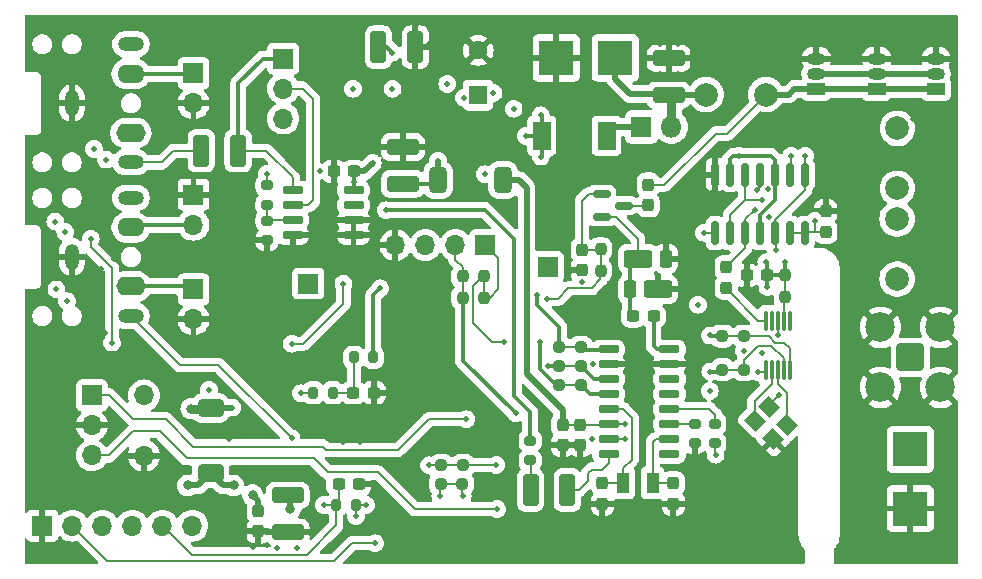
<source format=gbr>
%TF.GenerationSoftware,KiCad,Pcbnew,8.0.2*%
%TF.CreationDate,2025-04-20T12:58:55+12:00*%
%TF.ProjectId,summit_scourer,73756d6d-6974-45f7-9363-6f757265722e,rev?*%
%TF.SameCoordinates,Original*%
%TF.FileFunction,Copper,L1,Top*%
%TF.FilePolarity,Positive*%
%FSLAX46Y46*%
G04 Gerber Fmt 4.6, Leading zero omitted, Abs format (unit mm)*
G04 Created by KiCad (PCBNEW 8.0.2) date 2025-04-20 12:58:55*
%MOMM*%
%LPD*%
G01*
G04 APERTURE LIST*
G04 Aperture macros list*
%AMRoundRect*
0 Rectangle with rounded corners*
0 $1 Rounding radius*
0 $2 $3 $4 $5 $6 $7 $8 $9 X,Y pos of 4 corners*
0 Add a 4 corners polygon primitive as box body*
4,1,4,$2,$3,$4,$5,$6,$7,$8,$9,$2,$3,0*
0 Add four circle primitives for the rounded corners*
1,1,$1+$1,$2,$3*
1,1,$1+$1,$4,$5*
1,1,$1+$1,$6,$7*
1,1,$1+$1,$8,$9*
0 Add four rect primitives between the rounded corners*
20,1,$1+$1,$2,$3,$4,$5,0*
20,1,$1+$1,$4,$5,$6,$7,0*
20,1,$1+$1,$6,$7,$8,$9,0*
20,1,$1+$1,$8,$9,$2,$3,0*%
%AMRotRect*
0 Rectangle, with rotation*
0 The origin of the aperture is its center*
0 $1 length*
0 $2 width*
0 $3 Rotation angle, in degrees counterclockwise*
0 Add horizontal line*
21,1,$1,$2,0,0,$3*%
G04 Aperture macros list end*
%TA.AperFunction,EtchedComponent*%
%ADD10C,0.200000*%
%TD*%
%TA.AperFunction,ComponentPad*%
%ADD11R,1.700000X1.700000*%
%TD*%
%TA.AperFunction,ComponentPad*%
%ADD12O,1.700000X1.700000*%
%TD*%
%TA.AperFunction,SMDPad,CuDef*%
%ADD13RoundRect,0.237500X0.250000X0.237500X-0.250000X0.237500X-0.250000X-0.237500X0.250000X-0.237500X0*%
%TD*%
%TA.AperFunction,SMDPad,CuDef*%
%ADD14RoundRect,0.237500X-0.300000X-0.237500X0.300000X-0.237500X0.300000X0.237500X-0.300000X0.237500X0*%
%TD*%
%TA.AperFunction,SMDPad,CuDef*%
%ADD15RoundRect,0.237500X-0.237500X0.300000X-0.237500X-0.300000X0.237500X-0.300000X0.237500X0.300000X0*%
%TD*%
%TA.AperFunction,SMDPad,CuDef*%
%ADD16RoundRect,0.237500X0.237500X-0.250000X0.237500X0.250000X-0.237500X0.250000X-0.237500X-0.250000X0*%
%TD*%
%TA.AperFunction,SMDPad,CuDef*%
%ADD17RoundRect,0.200000X-0.275000X0.200000X-0.275000X-0.200000X0.275000X-0.200000X0.275000X0.200000X0*%
%TD*%
%TA.AperFunction,SMDPad,CuDef*%
%ADD18RoundRect,0.237500X-0.237500X0.250000X-0.237500X-0.250000X0.237500X-0.250000X0.237500X0.250000X0*%
%TD*%
%TA.AperFunction,SMDPad,CuDef*%
%ADD19RoundRect,0.250000X0.412500X1.100000X-0.412500X1.100000X-0.412500X-1.100000X0.412500X-1.100000X0*%
%TD*%
%TA.AperFunction,SMDPad,CuDef*%
%ADD20RoundRect,0.150000X-0.725000X-0.150000X0.725000X-0.150000X0.725000X0.150000X-0.725000X0.150000X0*%
%TD*%
%TA.AperFunction,SMDPad,CuDef*%
%ADD21RoundRect,0.375000X0.725000X-0.375000X0.725000X0.375000X-0.725000X0.375000X-0.725000X-0.375000X0*%
%TD*%
%TA.AperFunction,SMDPad,CuDef*%
%ADD22R,1.500000X2.400000*%
%TD*%
%TA.AperFunction,SMDPad,CuDef*%
%ADD23RoundRect,0.250000X1.100000X-0.412500X1.100000X0.412500X-1.100000X0.412500X-1.100000X-0.412500X0*%
%TD*%
%TA.AperFunction,SMDPad,CuDef*%
%ADD24RoundRect,0.250000X-0.950000X-0.500000X0.950000X-0.500000X0.950000X0.500000X-0.950000X0.500000X0*%
%TD*%
%TA.AperFunction,SMDPad,CuDef*%
%ADD25RoundRect,0.250000X-0.275000X-0.500000X0.275000X-0.500000X0.275000X0.500000X-0.275000X0.500000X0*%
%TD*%
%TA.AperFunction,SMDPad,CuDef*%
%ADD26RoundRect,0.087500X0.087500X-0.725000X0.087500X0.725000X-0.087500X0.725000X-0.087500X-0.725000X0*%
%TD*%
%TA.AperFunction,SMDPad,CuDef*%
%ADD27RoundRect,0.237500X-0.250000X-0.237500X0.250000X-0.237500X0.250000X0.237500X-0.250000X0.237500X0*%
%TD*%
%TA.AperFunction,SMDPad,CuDef*%
%ADD28RoundRect,0.200000X0.200000X0.275000X-0.200000X0.275000X-0.200000X-0.275000X0.200000X-0.275000X0*%
%TD*%
%TA.AperFunction,SMDPad,CuDef*%
%ADD29RoundRect,0.250000X-1.100000X0.412500X-1.100000X-0.412500X1.100000X-0.412500X1.100000X0.412500X0*%
%TD*%
%TA.AperFunction,SMDPad,CuDef*%
%ADD30RoundRect,0.200000X-0.200000X-0.275000X0.200000X-0.275000X0.200000X0.275000X-0.200000X0.275000X0*%
%TD*%
%TA.AperFunction,SMDPad,CuDef*%
%ADD31RoundRect,0.250000X0.950000X0.500000X-0.950000X0.500000X-0.950000X-0.500000X0.950000X-0.500000X0*%
%TD*%
%TA.AperFunction,SMDPad,CuDef*%
%ADD32RoundRect,0.250000X0.275000X0.500000X-0.275000X0.500000X-0.275000X-0.500000X0.275000X-0.500000X0*%
%TD*%
%TA.AperFunction,ComponentPad*%
%ADD33R,3.000000X3.000000*%
%TD*%
%TA.AperFunction,ComponentPad*%
%ADD34C,2.000000*%
%TD*%
%TA.AperFunction,SMDPad,CuDef*%
%ADD35RoundRect,0.200000X0.275000X-0.200000X0.275000X0.200000X-0.275000X0.200000X-0.275000X-0.200000X0*%
%TD*%
%TA.AperFunction,ComponentPad*%
%ADD36R,1.500000X1.050000*%
%TD*%
%TA.AperFunction,ComponentPad*%
%ADD37O,1.500000X1.050000*%
%TD*%
%TA.AperFunction,SMDPad,CuDef*%
%ADD38RoundRect,0.237500X0.300000X0.237500X-0.300000X0.237500X-0.300000X-0.237500X0.300000X-0.237500X0*%
%TD*%
%TA.AperFunction,SMDPad,CuDef*%
%ADD39RotRect,1.400000X1.200000X315.000000*%
%TD*%
%TA.AperFunction,SMDPad,CuDef*%
%ADD40RoundRect,0.237500X0.237500X-0.300000X0.237500X0.300000X-0.237500X0.300000X-0.237500X-0.300000X0*%
%TD*%
%TA.AperFunction,ComponentPad*%
%ADD41RoundRect,0.200100X-0.949900X0.949900X-0.949900X-0.949900X0.949900X-0.949900X0.949900X0.949900X0*%
%TD*%
%TA.AperFunction,ComponentPad*%
%ADD42C,2.500000*%
%TD*%
%TA.AperFunction,ComponentPad*%
%ADD43O,2.200000X1.200000*%
%TD*%
%TA.AperFunction,ComponentPad*%
%ADD44O,2.300000X1.600000*%
%TD*%
%TA.AperFunction,ComponentPad*%
%ADD45O,1.200000X2.200000*%
%TD*%
%TA.AperFunction,ComponentPad*%
%ADD46O,2.500000X1.600000*%
%TD*%
%TA.AperFunction,SMDPad,CuDef*%
%ADD47RoundRect,0.250000X-0.412500X-1.100000X0.412500X-1.100000X0.412500X1.100000X-0.412500X1.100000X0*%
%TD*%
%TA.AperFunction,SMDPad,CuDef*%
%ADD48RoundRect,0.150000X-0.150000X0.825000X-0.150000X-0.825000X0.150000X-0.825000X0.150000X0.825000X0*%
%TD*%
%TA.AperFunction,SMDPad,CuDef*%
%ADD49RoundRect,0.150000X0.725000X0.150000X-0.725000X0.150000X-0.725000X-0.150000X0.725000X-0.150000X0*%
%TD*%
%TA.AperFunction,ComponentPad*%
%ADD50R,1.800000X1.800000*%
%TD*%
%TA.AperFunction,ComponentPad*%
%ADD51O,1.800000X1.800000*%
%TD*%
%TA.AperFunction,ComponentPad*%
%ADD52R,1.600000X1.600000*%
%TD*%
%TA.AperFunction,ComponentPad*%
%ADD53C,1.600000*%
%TD*%
%TA.AperFunction,SMDPad,CuDef*%
%ADD54RoundRect,0.150000X-0.587500X-0.150000X0.587500X-0.150000X0.587500X0.150000X-0.587500X0.150000X0*%
%TD*%
%TA.AperFunction,SMDPad,CuDef*%
%ADD55RoundRect,0.375000X0.375000X0.725000X-0.375000X0.725000X-0.375000X-0.725000X0.375000X-0.725000X0*%
%TD*%
%TA.AperFunction,SMDPad,CuDef*%
%ADD56R,1.000000X1.800000*%
%TD*%
%TA.AperFunction,ViaPad*%
%ADD57C,0.500000*%
%TD*%
%TA.AperFunction,ViaPad*%
%ADD58C,0.600000*%
%TD*%
%TA.AperFunction,ViaPad*%
%ADD59C,0.800000*%
%TD*%
%TA.AperFunction,Conductor*%
%ADD60C,0.200000*%
%TD*%
%TA.AperFunction,Conductor*%
%ADD61C,0.350000*%
%TD*%
%TA.AperFunction,Conductor*%
%ADD62C,0.500000*%
%TD*%
%TA.AperFunction,Conductor*%
%ADD63C,0.800000*%
%TD*%
G04 APERTURE END LIST*
D10*
%TO.C,R25*%
X153399998Y-106100000D02*
X152550000Y-106100000D01*
%TO.C,R26*%
X153412499Y-104500000D02*
X152562501Y-104500000D01*
%TO.C,R5*%
X145700000Y-98224999D02*
X145700000Y-97375001D01*
%TO.C,R32*%
X171200000Y-97275001D02*
X171200000Y-98124999D01*
%TO.C,R10*%
X143900000Y-97375001D02*
X143900000Y-98224999D01*
%TO.C,R3*%
X142525000Y-114450000D02*
X143375000Y-114450000D01*
%TO.C,R4*%
X143424999Y-112900000D02*
X142575001Y-112900000D01*
%TO.C,R1*%
X166375000Y-104800000D02*
X167225000Y-104800000D01*
%TO.C,R2*%
X166375000Y-101950000D02*
X167225000Y-101950000D01*
%TO.C,R43*%
X155575000Y-95924999D02*
X155575000Y-95075001D01*
%TO.C,R27*%
X153399998Y-102900000D02*
X152550000Y-102900000D01*
%TD*%
D11*
%TO.P,MK1,1,-*%
%TO.N,GND*%
X121100000Y-89975000D03*
D12*
%TO.P,MK1,2,+*%
%TO.N,/onboard_mic*%
X121100000Y-92515000D03*
%TD*%
D13*
%TO.P,R25,1*%
%TO.N,Net-(U1-SDIO)*%
X153887499Y-106100000D03*
%TO.P,R25,2*%
%TO.N,/I2C_SDIO*%
X152062499Y-106100000D03*
%TD*%
%TO.P,R26,1*%
%TO.N,Net-(U1-SCLK)*%
X153900000Y-104500000D03*
%TO.P,R26,2*%
%TO.N,/I2C_SCL*%
X152075000Y-104500000D03*
%TD*%
D14*
%TO.P,C5,1*%
%TO.N,Net-(D3-K)*%
X158325000Y-100250000D03*
%TO.P,C5,2*%
%TO.N,Net-(U1-AMI)*%
X160050002Y-100250000D03*
%TD*%
D15*
%TO.P,C35,1*%
%TO.N,Net-(U4-VDD)*%
X126575000Y-116750000D03*
%TO.P,C35,2*%
%TO.N,GND*%
X126575000Y-118475002D03*
%TD*%
D16*
%TO.P,R5,1*%
%TO.N,Net-(J8-Pin_1)*%
X145700000Y-98712500D03*
%TO.P,R5,2*%
%TO.N,/I2C_SDIO*%
X145700000Y-96887500D03*
%TD*%
D17*
%TO.P,R29,1*%
%TO.N,Net-(U1-GPO1)*%
X165250000Y-109375000D03*
%TO.P,R29,2*%
%TO.N,Net-(U1-VDD)*%
X165250000Y-111025000D03*
%TD*%
D18*
%TO.P,R32,1*%
%TO.N,+3V3*%
X171200000Y-96787500D03*
%TO.P,R32,2*%
%TO.N,Net-(U3-VDDO)*%
X171200000Y-98612500D03*
%TD*%
D19*
%TO.P,C15,1*%
%TO.N,Net-(U1-ROUT{slash}DOUT)*%
X152762500Y-115000000D03*
%TO.P,C15,2*%
%TO.N,Net-(C15-Pad2)*%
X149637500Y-115000000D03*
%TD*%
D20*
%TO.P,U6,1,OUT_A*%
%TO.N,Net-(U6-OUT_A)*%
X129500000Y-89595001D03*
%TO.P,U6,2,IN_A-*%
%TO.N,Net-(U6-IN_A-)*%
X129500000Y-90865000D03*
%TO.P,U6,3,IN_A+*%
%TO.N,Net-(U6-IN_A+)*%
X129500000Y-92135000D03*
%TO.P,U6,4,GND*%
%TO.N,GND*%
X129500000Y-93404999D03*
%TO.P,U6,5,IN_B+*%
X134650000Y-93404999D03*
%TO.P,U6,6,IN_B-*%
X134650000Y-92135000D03*
%TO.P,U6,7,OUT_B*%
%TO.N,unconnected-(U6-OUT_B-Pad7)*%
X134650000Y-90865000D03*
%TO.P,U6,8,VDD*%
%TO.N,+3V3_RX*%
X134650000Y-89595001D03*
%TD*%
D21*
%TO.P,L5,1,1*%
%TO.N,Net-(U4-VDD)*%
X122542500Y-113550000D03*
%TO.P,L5,2,2*%
%TO.N,+3V3*%
X122542500Y-108050000D03*
%TD*%
D22*
%TO.P,L8,1,1*%
%TO.N,Net-(D5-K)*%
X156075000Y-85000000D03*
%TO.P,L8,2,2*%
%TO.N,VBUS_filtered*%
X150575000Y-85000000D03*
%TD*%
D18*
%TO.P,R10,1*%
%TO.N,Net-(J8-Pin_2)*%
X143900000Y-96887500D03*
%TO.P,R10,2*%
%TO.N,/I2C_SCL*%
X143900000Y-98712500D03*
%TD*%
D23*
%TO.P,C59,1*%
%TO.N,+3V3_RX*%
X138825000Y-89062500D03*
%TO.P,C59,2*%
%TO.N,GND*%
X138825000Y-85937500D03*
%TD*%
D14*
%TO.P,C21,1*%
%TO.N,Net-(C21-Pad1)*%
X134637500Y-106750000D03*
%TO.P,C21,2*%
%TO.N,GND*%
X136362500Y-106750000D03*
%TD*%
D24*
%TO.P,D4,1,K*%
%TO.N,GND*%
X160437501Y-98000000D03*
D25*
%TO.P,D4,2,A*%
%TO.N,Net-(D3-K)*%
X158062501Y-98000000D03*
%TD*%
D26*
%TO.P,U3,1,VDD*%
%TO.N,Net-(U3-VDD)*%
X169575000Y-104862500D03*
%TO.P,U3,2,XA*%
%TO.N,Net-(U3-XA)*%
X170075001Y-104862500D03*
%TO.P,U3,3,XB*%
%TO.N,Net-(U3-XB)*%
X170575000Y-104862500D03*
%TO.P,U3,4,SCL*%
%TO.N,Net-(U3-SCL)*%
X171074999Y-104862500D03*
%TO.P,U3,5,SDA*%
%TO.N,Net-(U3-SDA)*%
X171575000Y-104862500D03*
%TO.P,U3,6,CLK2*%
%TO.N,unconnected-(U3-CLK2-Pad6)*%
X171575000Y-100637500D03*
%TO.P,U3,7,VDDO*%
%TO.N,Net-(U3-VDDO)*%
X171074999Y-100637500D03*
%TO.P,U3,8,GND*%
%TO.N,GND*%
X170575000Y-100637500D03*
%TO.P,U3,9,CLK1*%
%TO.N,unconnected-(U3-CLK1-Pad9)*%
X170075001Y-100637500D03*
%TO.P,U3,10,CLK0*%
%TO.N,Net-(U3-CLK0)*%
X169575000Y-100637500D03*
%TD*%
D11*
%TO.P,J8,1,Pin_1*%
%TO.N,Net-(J8-Pin_1)*%
X145820000Y-94250000D03*
D12*
%TO.P,J8,2,Pin_2*%
%TO.N,Net-(J8-Pin_2)*%
X143280000Y-94250000D03*
%TO.P,J8,3,Pin_3*%
%TO.N,+3V3*%
X140740001Y-94250000D03*
%TO.P,J8,4,Pin_4*%
%TO.N,GND*%
X138200000Y-94250000D03*
%TD*%
D27*
%TO.P,R3,1*%
%TO.N,Net-(U4-TXD0{slash}IO1)*%
X142037500Y-114450000D03*
%TO.P,R3,2*%
%TO.N,/ESP_TX*%
X143862500Y-114450000D03*
%TD*%
D28*
%TO.P,R40,1*%
%TO.N,+3V3*%
X134825000Y-116250000D03*
%TO.P,R40,2*%
%TO.N,/ESP_reset*%
X133175000Y-116250000D03*
%TD*%
D29*
%TO.P,C32,1*%
%TO.N,Net-(U4-VDD)*%
X129075000Y-115437500D03*
%TO.P,C32,2*%
%TO.N,GND*%
X129075000Y-118562500D03*
%TD*%
D30*
%TO.P,R35,1*%
%TO.N,/TX_Mod*%
X131250000Y-106750000D03*
%TO.P,R35,2*%
%TO.N,Net-(C21-Pad1)*%
X132900000Y-106750000D03*
%TD*%
D31*
%TO.P,D3,1,K*%
%TO.N,Net-(D3-K)*%
X158737501Y-95400000D03*
D32*
%TO.P,D3,2,A*%
%TO.N,GND*%
X161112501Y-95400000D03*
%TD*%
D33*
%TO.P,H2,1,1*%
%TO.N,GND*%
X151825000Y-78400000D03*
%TD*%
D34*
%TO.P,L6,1,1*%
%TO.N,Net-(C49-Pad2)*%
X180675000Y-92025000D03*
%TO.P,L6,2,2*%
%TO.N,Net-(C11-Pad1)*%
X180675000Y-97105000D03*
%TD*%
D11*
%TO.P,RV1,1,1*%
%TO.N,Net-(U6-OUT_A)*%
X128700000Y-78450000D03*
D12*
%TO.P,RV1,2,2*%
%TO.N,Net-(U6-IN_A-)*%
X128700000Y-80990000D03*
%TO.P,RV1,3,3*%
%TO.N,Net-(R7-Pad2)*%
X128700000Y-83529999D03*
%TD*%
D30*
%TO.P,R53,1*%
%TO.N,Net-(C21-Pad1)*%
X134675000Y-103750000D03*
%TO.P,R53,2*%
%TO.N,Net-(Q1-G)*%
X136325000Y-103750000D03*
%TD*%
D15*
%TO.P,C16,1*%
%TO.N,Net-(U1-VDD)*%
X153850000Y-109437499D03*
%TO.P,C16,2*%
%TO.N,GND*%
X153850000Y-111162501D03*
%TD*%
D34*
%TO.P,L1,1,1*%
%TO.N,VBUS*%
X164495001Y-81500000D03*
%TO.P,L1,2,2*%
%TO.N,Net-(Q1-D)*%
X169575000Y-81500000D03*
%TD*%
D35*
%TO.P,R31,1*%
%TO.N,GND*%
X127325000Y-93825000D03*
%TO.P,R31,2*%
%TO.N,Net-(U6-IN_A+)*%
X127325000Y-92175000D03*
%TD*%
D36*
%TO.P,Q1,1,D*%
%TO.N,Net-(Q1-D)*%
X173825000Y-81020001D03*
D37*
%TO.P,Q1,2,G*%
%TO.N,Net-(Q1-G)*%
X173825000Y-79750000D03*
%TO.P,Q1,3,S*%
%TO.N,GND*%
X173825000Y-78480001D03*
%TD*%
D14*
%TO.P,C31,1*%
%TO.N,/ESP_reset*%
X133387500Y-114500000D03*
%TO.P,C31,2*%
%TO.N,GND*%
X135112500Y-114500000D03*
%TD*%
D38*
%TO.P,C7,1*%
%TO.N,+3V3*%
X169662501Y-96800000D03*
%TO.P,C7,2*%
%TO.N,GND*%
X167937499Y-96800000D03*
%TD*%
D39*
%TO.P,Y3,1,1*%
%TO.N,Net-(U3-XA)*%
X168621142Y-109123223D03*
%TO.P,Y3,2,2*%
%TO.N,GND*%
X170176777Y-110678858D03*
%TO.P,Y3,3,3*%
%TO.N,Net-(U3-XB)*%
X171378858Y-109476777D03*
%TO.P,Y3,4,4*%
%TO.N,GND*%
X169823223Y-107921142D03*
%TD*%
D13*
%TO.P,R4,1*%
%TO.N,Net-(U4-RXD0{slash}IO3)*%
X143912500Y-112900000D03*
%TO.P,R4,2*%
%TO.N,/ESP_RX*%
X142087500Y-112900000D03*
%TD*%
D27*
%TO.P,R1,1*%
%TO.N,/I2C_SCL*%
X165887500Y-104800000D03*
%TO.P,R1,2*%
%TO.N,Net-(U3-SCL)*%
X167712500Y-104800000D03*
%TD*%
D33*
%TO.P,H4,1,1*%
%TO.N,GND*%
X181800000Y-116550000D03*
%TD*%
D11*
%TO.P,J7,1,Pin_1*%
%TO.N,GND*%
X108300000Y-118000000D03*
D12*
%TO.P,J7,2,Pin_2*%
%TO.N,/ESP_boot*%
X110840000Y-118000000D03*
%TO.P,J7,3,Pin_3*%
%TO.N,unconnected-(J7-Pin_3-Pad3)*%
X113379999Y-118000000D03*
%TO.P,J7,4,Pin_4*%
%TO.N,/ESP_TX*%
X115920000Y-118000000D03*
%TO.P,J7,5,Pin_5*%
%TO.N,/ESP_reset*%
X118460000Y-118000000D03*
%TO.P,J7,6,Pin_6*%
%TO.N,/ESP_RX*%
X121000000Y-118000000D03*
%TD*%
D34*
%TO.P,L3,1,1*%
%TO.N,Net-(C41-Pad2)*%
X180700000Y-84360000D03*
%TO.P,L3,2,2*%
%TO.N,Net-(C49-Pad2)*%
X180700000Y-89440000D03*
%TD*%
D40*
%TO.P,C2,1*%
%TO.N,Net-(Q2-D)*%
X159600000Y-90862501D03*
%TO.P,C2,2*%
%TO.N,Net-(Q1-D)*%
X159600000Y-89137499D03*
%TD*%
%TO.P,C20,1*%
%TO.N,Net-(U8E-VCC)*%
X174635000Y-93112501D03*
%TO.P,C20,2*%
%TO.N,GND*%
X174635000Y-91387499D03*
%TD*%
D15*
%TO.P,C3,1*%
%TO.N,Net-(U1-RCLK)*%
X155725000Y-114412498D03*
%TO.P,C3,2*%
%TO.N,GND*%
X155725000Y-116137500D03*
%TD*%
D11*
%TO.P,TP2,1,1*%
%TO.N,Net-(U4-IO4)*%
X151100000Y-96100000D03*
%TD*%
D41*
%TO.P,J2,1,In*%
%TO.N,Net-(J2-In)*%
X181800000Y-103750000D03*
D42*
%TO.P,J2,2,Ext*%
%TO.N,GND*%
X184340000Y-101210000D03*
X179260000Y-101210000D03*
X184340000Y-106290000D03*
X179260000Y-106290000D03*
%TD*%
D33*
%TO.P,H1,1,1*%
%TO.N,VBUS*%
X156825000Y-78400000D03*
%TD*%
D11*
%TO.P,SW7,1,A*%
%TO.N,/onboard_key*%
X121100000Y-98000000D03*
D12*
%TO.P,SW7,2,B*%
%TO.N,GND*%
X121100000Y-100540000D03*
%TD*%
D17*
%TO.P,R28,1*%
%TO.N,Net-(U1-GPO2{slash}INTB)*%
X163525000Y-109375000D03*
%TO.P,R28,2*%
%TO.N,GND*%
X163525000Y-111025000D03*
%TD*%
D43*
%TO.P,J4,R*%
%TO.N,/audio_out_right*%
X115800000Y-77250000D03*
D44*
%TO.P,J4,RN*%
%TO.N,Net-(J5-Pin_1)*%
X115800000Y-79750000D03*
D45*
%TO.P,J4,S*%
%TO.N,GND*%
X110800000Y-82250000D03*
D43*
%TO.P,J4,T*%
%TO.N,/audio_out_right*%
X115800000Y-87250000D03*
D46*
%TO.P,J4,TN*%
%TO.N,Net-(J5-Pin_1)*%
X115800000Y-84750000D03*
%TD*%
D47*
%TO.P,C18,1*%
%TO.N,/audio_out_right*%
X121762500Y-86250000D03*
%TO.P,C18,2*%
%TO.N,Net-(U6-OUT_A)*%
X124887500Y-86250000D03*
%TD*%
D15*
%TO.P,C4,1*%
%TO.N,Net-(U1-GPO3{slash}DCLK)*%
X161725000Y-114412499D03*
%TO.P,C4,2*%
%TO.N,GND*%
X161725000Y-116137501D03*
%TD*%
D35*
%TO.P,R30,1*%
%TO.N,Net-(U6-IN_A+)*%
X127325000Y-90825000D03*
%TO.P,R30,2*%
%TO.N,+3V3_RX*%
X127325000Y-89175000D03*
%TD*%
D15*
%TO.P,C1,1*%
%TO.N,/RX_ant_en*%
X154000000Y-94637499D03*
%TO.P,C1,2*%
%TO.N,GND*%
X154000000Y-96362501D03*
%TD*%
D48*
%TO.P,U8,1*%
%TO.N,Net-(U8-Pad1)*%
X172885000Y-88275000D03*
%TO.P,U8,2*%
%TO.N,Net-(U8E-VCC)*%
X171615000Y-88275000D03*
%TO.P,U8,3*%
%TO.N,Net-(C22-Pad1)*%
X170345000Y-88275000D03*
%TO.P,U8,4*%
%TO.N,Net-(U8-Pad1)*%
X169075000Y-88275000D03*
%TO.P,U8,5*%
%TO.N,Net-(U8E-VCC)*%
X167805000Y-88275000D03*
%TO.P,U8,6*%
%TO.N,Net-(C22-Pad1)*%
X166535000Y-88275000D03*
%TO.P,U8,7,GND*%
%TO.N,GND*%
X165265000Y-88275000D03*
%TO.P,U8,8*%
%TO.N,Net-(U8-Pad1)*%
X165265000Y-93225000D03*
%TO.P,U8,9*%
%TO.N,Net-(U8E-VCC)*%
X166535000Y-93225000D03*
%TO.P,U8,10*%
%TO.N,Net-(C8-Pad1)*%
X167805000Y-93225000D03*
%TO.P,U8,11*%
%TO.N,Net-(C22-Pad1)*%
X169075000Y-93225000D03*
%TO.P,U8,12*%
%TO.N,Net-(U8-Pad1)*%
X170345000Y-93225000D03*
%TO.P,U8,13*%
%TO.N,Net-(U8E-VCC)*%
X171615000Y-93225000D03*
%TO.P,U8,14,VCC*%
X172885000Y-93225000D03*
%TD*%
D36*
%TO.P,Q4,1,D*%
%TO.N,Net-(Q1-D)*%
X183974999Y-81020001D03*
D37*
%TO.P,Q4,2,G*%
%TO.N,Net-(Q1-G)*%
X183974999Y-79750000D03*
%TO.P,Q4,3,S*%
%TO.N,GND*%
X183974999Y-78480001D03*
%TD*%
D15*
%TO.P,C8,1*%
%TO.N,Net-(C8-Pad1)*%
X166200000Y-96137499D03*
%TO.P,C8,2*%
%TO.N,Net-(U3-CLK0)*%
X166200000Y-97862501D03*
%TD*%
D35*
%TO.P,R7,1*%
%TO.N,Net-(C15-Pad2)*%
X149600000Y-112475000D03*
%TO.P,R7,2*%
%TO.N,Net-(R7-Pad2)*%
X149600000Y-110825000D03*
%TD*%
D47*
%TO.P,C58,1*%
%TO.N,+3V3*%
X136762500Y-77500000D03*
%TO.P,C58,2*%
%TO.N,GND*%
X139887500Y-77500000D03*
%TD*%
D38*
%TO.P,C17,1*%
%TO.N,+3V3_RX*%
X134687501Y-88000000D03*
%TO.P,C17,2*%
%TO.N,GND*%
X132962499Y-88000000D03*
%TD*%
D49*
%TO.P,U1,1,LOUT/DFS*%
%TO.N,unconnected-(U1-LOUT{slash}DFS-Pad1)*%
X161400000Y-111945001D03*
%TO.P,U1,2,GPO3/DCLK*%
%TO.N,Net-(U1-GPO3{slash}DCLK)*%
X161400000Y-110675000D03*
%TO.P,U1,3,GPO2/INTB*%
%TO.N,Net-(U1-GPO2{slash}INTB)*%
X161400000Y-109404999D03*
%TO.P,U1,4,GPO1*%
%TO.N,Net-(U1-GPO1)*%
X161400000Y-108135000D03*
%TO.P,U1,5,NC*%
%TO.N,unconnected-(U1-NC-Pad5)*%
X161400000Y-106865000D03*
%TO.P,U1,6,FMI*%
%TO.N,unconnected-(U1-FMI-Pad6)*%
X161400000Y-105595001D03*
%TO.P,U1,7,RFGND*%
%TO.N,GND*%
X161400000Y-104325000D03*
%TO.P,U1,8,AMI*%
%TO.N,Net-(U1-AMI)*%
X161400000Y-103054999D03*
%TO.P,U1,9,~{RST}*%
%TO.N,Net-(U1-~{RST})*%
X156250000Y-103054999D03*
%TO.P,U1,10,SENB*%
%TO.N,GND*%
X156250000Y-104325000D03*
%TO.P,U1,11,SCLK*%
%TO.N,Net-(U1-SCLK)*%
X156250000Y-105595001D03*
%TO.P,U1,12,SDIO*%
%TO.N,Net-(U1-SDIO)*%
X156250000Y-106865000D03*
%TO.P,U1,13,RCLK*%
%TO.N,Net-(U1-RCLK)*%
X156250000Y-108135000D03*
%TO.P,U1,14,VDD*%
%TO.N,Net-(U1-VDD)*%
X156250000Y-109404999D03*
%TO.P,U1,15,GND*%
%TO.N,GND*%
X156250000Y-110675000D03*
%TO.P,U1,16,ROUT/DOUT*%
%TO.N,Net-(U1-ROUT{slash}DOUT)*%
X156250000Y-111945001D03*
%TD*%
D15*
%TO.P,C13,1*%
%TO.N,Net-(U1-VDD)*%
X152350000Y-109437499D03*
%TO.P,C13,2*%
%TO.N,GND*%
X152350000Y-111162501D03*
%TD*%
D50*
%TO.P,D5,1,K*%
%TO.N,Net-(D5-K)*%
X159030000Y-84250000D03*
D51*
%TO.P,D5,2,A*%
%TO.N,VBUS*%
X161570000Y-84250000D03*
%TD*%
D11*
%TO.P,TP1,1,1*%
%TO.N,Net-(U4-IO12)*%
X130825000Y-97500000D03*
%TD*%
D52*
%TO.P,C54,1*%
%TO.N,VBUS_filtered*%
X145200000Y-81552651D03*
D53*
%TO.P,C54,2*%
%TO.N,GND*%
X145200000Y-77752651D03*
%TD*%
D54*
%TO.P,Q2,1,G*%
%TO.N,/RX_ant_en*%
X155662500Y-89950000D03*
%TO.P,Q2,2,S*%
%TO.N,Net-(D3-K)*%
X155662500Y-91850000D03*
%TO.P,Q2,3,D*%
%TO.N,Net-(Q2-D)*%
X157537501Y-90900000D03*
%TD*%
D27*
%TO.P,R2,1*%
%TO.N,/I2C_SDIO*%
X165887500Y-101950000D03*
%TO.P,R2,2*%
%TO.N,Net-(U3-SDA)*%
X167712500Y-101950000D03*
%TD*%
D55*
%TO.P,L2,1,1*%
%TO.N,Net-(U1-VDD)*%
X147325000Y-88750000D03*
%TO.P,L2,2,2*%
%TO.N,+3V3_RX*%
X141825000Y-88750000D03*
%TD*%
D16*
%TO.P,R43,1*%
%TO.N,Net-(U4-IO2)*%
X155575000Y-96412500D03*
%TO.P,R43,2*%
%TO.N,/RX_ant_en*%
X155575000Y-94587500D03*
%TD*%
D11*
%TO.P,SW8,A,A*%
%TO.N,/Encoder.A*%
X112500000Y-106975000D03*
D12*
%TO.P,SW8,B,B*%
%TO.N,/Encoder.B*%
X112500000Y-112055000D03*
%TO.P,SW8,C,C*%
%TO.N,GND*%
X112500000Y-109515000D03*
%TO.P,SW8,S1,S1*%
%TO.N,/Encoder.btn*%
X116900000Y-106975000D03*
%TO.P,SW8,S2,S2*%
%TO.N,GND*%
X116900000Y-112075000D03*
%TD*%
D43*
%TO.P,J3,R*%
%TO.N,Net-(C42-Pad2)*%
X115800000Y-90250000D03*
D44*
%TO.P,J3,RN*%
%TO.N,/onboard_mic*%
X115800000Y-92750000D03*
D45*
%TO.P,J3,S*%
%TO.N,GND*%
X110800000Y-95250000D03*
D43*
%TO.P,J3,T*%
%TO.N,/PTT_key*%
X115800000Y-100250000D03*
D46*
%TO.P,J3,TN*%
%TO.N,/onboard_key*%
X115800000Y-97750000D03*
%TD*%
D23*
%TO.P,C23,1*%
%TO.N,VBUS*%
X161325000Y-81562500D03*
%TO.P,C23,2*%
%TO.N,GND*%
X161325000Y-78437500D03*
%TD*%
D13*
%TO.P,R27,1*%
%TO.N,Net-(U1-~{RST})*%
X153887499Y-102900000D03*
%TO.P,R27,2*%
%TO.N,/~{SI_RST}*%
X152062499Y-102900000D03*
%TD*%
D11*
%TO.P,J5,1,Pin_1*%
%TO.N,Net-(J5-Pin_1)*%
X121100000Y-79700000D03*
D12*
%TO.P,J5,2,Pin_2*%
%TO.N,GND*%
X121100000Y-82240000D03*
%TD*%
D36*
%TO.P,Q3,1,D*%
%TO.N,Net-(Q1-D)*%
X178935000Y-81020001D03*
D37*
%TO.P,Q3,2,G*%
%TO.N,Net-(Q1-G)*%
X178935000Y-79750000D03*
%TO.P,Q3,3,S*%
%TO.N,GND*%
X178935000Y-78480001D03*
%TD*%
D33*
%TO.P,H3,1,1*%
%TO.N,Net-(J2-In)*%
X181800000Y-111550000D03*
%TD*%
D56*
%TO.P,Y1,1,1*%
%TO.N,Net-(U1-GPO3{slash}DCLK)*%
X159974999Y-114375000D03*
%TO.P,Y1,2,2*%
%TO.N,Net-(U1-RCLK)*%
X157475001Y-114375000D03*
%TD*%
D57*
%TO.N,GND*%
X155700000Y-117300000D03*
X125500000Y-97600000D03*
X165000000Y-119500000D03*
X152500000Y-85000000D03*
X169200000Y-111700000D03*
X109500000Y-107000000D03*
X126400000Y-98700000D03*
X154800000Y-110700000D03*
X163500000Y-112100000D03*
X159500000Y-119500000D03*
X175000000Y-87500000D03*
X184700000Y-88900000D03*
X139000000Y-104000000D03*
D58*
X176800000Y-88400000D03*
D57*
X180000000Y-82500000D03*
X144200000Y-118300000D03*
X157600000Y-110700000D03*
X172500000Y-77500000D03*
X124100000Y-110650000D03*
X153500000Y-82000000D03*
X113300000Y-96300000D03*
X127500000Y-85000000D03*
X126100000Y-119800000D03*
X162400000Y-95500000D03*
X164800000Y-117300000D03*
X131500000Y-76000000D03*
X136300000Y-93400000D03*
X165000000Y-77500000D03*
X176950000Y-95955000D03*
X133200000Y-93400000D03*
X122500000Y-76000000D03*
X176450000Y-92927500D03*
X111500000Y-101700000D03*
X151250000Y-111150000D03*
X165100000Y-91300000D03*
X160750000Y-116200000D03*
X162100000Y-77200000D03*
X137500000Y-106800000D03*
X153850000Y-112250000D03*
X182000000Y-83600000D03*
X169800000Y-91900000D03*
X140700000Y-85900000D03*
X164900000Y-89800000D03*
X175800000Y-91300000D03*
X155000000Y-87500000D03*
X147500000Y-119500000D03*
X177500000Y-77500000D03*
X131100000Y-93400000D03*
X180000000Y-77500000D03*
X159400000Y-78500000D03*
X113500000Y-79500000D03*
X175700000Y-89500000D03*
X166225000Y-80650000D03*
X138500000Y-95900000D03*
X110000000Y-84500000D03*
X131850000Y-88000000D03*
X175000000Y-82500000D03*
X161700000Y-117300000D03*
X176500000Y-112500000D03*
X136300000Y-92100000D03*
X171200000Y-111700000D03*
X139800000Y-83400000D03*
X160600000Y-77200000D03*
X160600000Y-79800000D03*
X136400000Y-107900000D03*
X141000000Y-77200000D03*
X170000000Y-77500000D03*
X129400000Y-94500000D03*
X162000000Y-91500000D03*
X114500000Y-109500000D03*
D58*
X176800000Y-90600000D03*
D57*
X113600000Y-101700000D03*
X123750000Y-102600000D03*
X170000000Y-114500000D03*
X165000000Y-99500000D03*
X136500000Y-118000000D03*
X185000000Y-77500000D03*
X178500000Y-120500000D03*
X127300000Y-94800000D03*
X170000000Y-85000000D03*
X126300000Y-93800000D03*
X156700000Y-116200000D03*
X154000000Y-97350000D03*
X161250000Y-93900000D03*
X138800000Y-83400000D03*
X174600000Y-90200000D03*
X182500000Y-82500000D03*
X164400000Y-88300000D03*
X127300000Y-119600000D03*
X133770000Y-110920000D03*
X176950000Y-98355000D03*
X172500000Y-85000000D03*
X135170000Y-110920000D03*
X165300000Y-86800000D03*
X112600000Y-102700000D03*
X163200000Y-78500000D03*
X165000000Y-114500000D03*
X176350000Y-93855000D03*
X110000000Y-79500000D03*
X142600000Y-84000000D03*
X146700000Y-118200000D03*
X124600000Y-101600000D03*
X162400000Y-98000000D03*
X109500000Y-111500000D03*
X170600000Y-101900000D03*
X167900000Y-97800000D03*
X137300000Y-97000000D03*
X185000000Y-120500000D03*
X145400000Y-119200000D03*
X133200000Y-92100000D03*
X146400000Y-84700000D03*
X131000000Y-109500000D03*
X125600000Y-100000000D03*
X152400000Y-112250000D03*
X131000000Y-118600000D03*
X153500000Y-119500000D03*
X142600000Y-78300000D03*
X177000000Y-78100000D03*
X142600000Y-76100000D03*
X153050000Y-96400000D03*
X133770000Y-109520000D03*
X142500000Y-110000000D03*
X152500000Y-82500000D03*
X167500000Y-77500000D03*
X185500000Y-89500000D03*
X122500000Y-95500000D03*
X136300000Y-114500000D03*
X134700000Y-94500000D03*
X151500000Y-91500000D03*
X177500000Y-87500000D03*
X116500000Y-115000000D03*
X129700000Y-100500000D03*
X177500000Y-85000000D03*
X170000000Y-119500000D03*
X121025000Y-103100000D03*
X129900000Y-119900000D03*
X147300000Y-77000000D03*
X141100000Y-85000000D03*
X177500000Y-82500000D03*
X131000000Y-99100000D03*
X131000000Y-104000000D03*
X142600000Y-86100000D03*
X183300000Y-88900000D03*
X111500000Y-115000000D03*
X145100000Y-84700000D03*
X175000000Y-85000000D03*
X126000000Y-81000000D03*
X182500000Y-77500000D03*
X130000000Y-85000000D03*
X185350000Y-93855000D03*
X162800000Y-104300000D03*
X170700000Y-106900000D03*
X113500000Y-84500000D03*
X155000000Y-82500000D03*
X160100000Y-104300000D03*
X175900000Y-77100000D03*
X162100000Y-79800000D03*
X126400000Y-96500000D03*
X135170000Y-109520000D03*
X166225000Y-78350000D03*
X139900000Y-75600000D03*
X136400000Y-105600000D03*
X168000000Y-95700000D03*
X176500000Y-99400000D03*
X148600000Y-77000000D03*
X172500000Y-82500000D03*
X107500000Y-102500000D03*
X176500000Y-118500000D03*
X154900000Y-104300000D03*
X167425000Y-79550000D03*
X128200000Y-119900000D03*
X152400000Y-81000000D03*
X114400000Y-95400000D03*
X185000000Y-82500000D03*
X157600000Y-104300000D03*
X119400000Y-102000000D03*
X115000000Y-112500000D03*
%TO.N,+3V3*%
X167700000Y-103175001D03*
D59*
X120900000Y-108100000D03*
D57*
X169200000Y-103400000D03*
X112675000Y-86100000D03*
X164800000Y-106600000D03*
X109500000Y-98000000D03*
X137950000Y-77950000D03*
X110400000Y-99000000D03*
X163800000Y-99300000D03*
X122400000Y-106500000D03*
X135700000Y-116250000D03*
X137950000Y-81000000D03*
X169700000Y-97800000D03*
X171200000Y-95700000D03*
X113675000Y-87000000D03*
X134600000Y-81000000D03*
X169600000Y-95700000D03*
X110250000Y-93150000D03*
X136762500Y-77500000D03*
X109400000Y-92250000D03*
X134850000Y-117200000D03*
X169720000Y-89500000D03*
X124400000Y-108000000D03*
%TO.N,Net-(C8-Pad1)*%
X168603379Y-91242027D03*
%TO.N,Net-(Q1-G)*%
X136900000Y-97900000D03*
%TO.N,Net-(U1-VDD)*%
X157600000Y-109400000D03*
X165300000Y-112000000D03*
%TO.N,Net-(U8E-VCC)*%
X171700000Y-86700000D03*
X173700000Y-92200000D03*
X169200000Y-90400000D03*
%TO.N,Net-(C22-Pad1)*%
X167300000Y-86700000D03*
%TO.N,/ESP_reset*%
X132150000Y-116250000D03*
D59*
%TO.N,Net-(U4-VDD)*%
X120600000Y-114600000D03*
X126100000Y-115400000D03*
X129300000Y-116600000D03*
X124500000Y-114600000D03*
D57*
%TO.N,/PTT_key*%
X129400000Y-110600000D03*
%TO.N,/mic_in*%
X114200000Y-102500000D03*
X112400000Y-93700000D03*
%TO.N,/ESP_boot*%
X136500000Y-119500000D03*
%TO.N,+3V3_RX*%
X136274999Y-87280000D03*
X137950000Y-88805000D03*
X134687501Y-88900000D03*
X141800000Y-87100000D03*
X127300000Y-88200000D03*
%TO.N,VBUS_filtered*%
X144000000Y-81755000D03*
X149250000Y-85000000D03*
X148200000Y-82700000D03*
X150500000Y-86750000D03*
X142600000Y-80600000D03*
X150500000Y-83250000D03*
X145750000Y-88250000D03*
X146500000Y-81362500D03*
%TO.N,/ESP_TX*%
X143900000Y-115500000D03*
%TO.N,/ESP_RX*%
X141050000Y-112900000D03*
%TO.N,/I2C_SCL*%
X164850000Y-104950000D03*
X148370000Y-108500000D03*
X151100000Y-104500000D03*
%TO.N,/I2C_SDIO*%
X164800000Y-101900000D03*
X147400000Y-102450000D03*
X150450000Y-102450000D03*
%TO.N,Net-(R7-Pad2)*%
X137400000Y-91300000D03*
%TO.N,Net-(U3-VDD)*%
X168900000Y-105000000D03*
%TO.N,/~{SI_RST}*%
X150200000Y-98500000D03*
%TO.N,/TX_Mod*%
X130200000Y-106800000D03*
%TO.N,Net-(U4-IO2)*%
X151000000Y-98800000D03*
%TO.N,/V_sense*%
X129400000Y-102600000D03*
X133800000Y-97500000D03*
%TO.N,/Encoder.A*%
X144200000Y-109000000D03*
%TO.N,/Encoder.B*%
X146800000Y-116600000D03*
%TO.N,Net-(U8-Pad1)*%
X168800000Y-89600000D03*
X172900000Y-86700000D03*
X164300000Y-93200000D03*
X170400000Y-94700000D03*
%TO.N,Net-(U4-TXD0{slash}IO1)*%
X142000000Y-115500000D03*
%TO.N,Net-(U4-RXD0{slash}IO3)*%
X146750000Y-112850000D03*
%TD*%
D60*
%TO.N,Net-(U1-GPO3{slash}DCLK)*%
X159974999Y-114375000D02*
X159974999Y-110925001D01*
X159974999Y-114375000D02*
X161687501Y-114375000D01*
X159974999Y-110925001D02*
X160225000Y-110675000D01*
X160225000Y-110675000D02*
X161400000Y-110675000D01*
%TO.N,GND*%
X170575000Y-101875000D02*
X170600000Y-101900000D01*
X170178858Y-110678858D02*
X171200000Y-111700000D01*
X126575000Y-118475002D02*
X128987502Y-118475002D01*
X170575000Y-100637500D02*
X170575000Y-101875000D01*
X156250000Y-110675000D02*
X157575000Y-110675000D01*
X169823223Y-107776777D02*
X170700000Y-106900000D01*
X157575000Y-110675000D02*
X157600000Y-110700000D01*
D61*
X135112500Y-114500000D02*
X136300000Y-114500000D01*
D60*
%TO.N,Net-(U1-RCLK)*%
X156250000Y-108135000D02*
X157485000Y-108135000D01*
X158200000Y-112400000D02*
X157475001Y-113124999D01*
X158200000Y-108850000D02*
X158200000Y-112400000D01*
X157485000Y-108135000D02*
X158200000Y-108850000D01*
X155725000Y-114412498D02*
X157437503Y-114412498D01*
X157475001Y-113124999D02*
X157475001Y-114375000D01*
D61*
%TO.N,+3V3*%
X169662501Y-96800000D02*
X169662501Y-97762501D01*
X136762500Y-77500000D02*
X137500000Y-77500000D01*
X169662501Y-96800000D02*
X171187500Y-96800000D01*
D62*
X124400000Y-108000000D02*
X122592500Y-108000000D01*
X122592500Y-108000000D02*
X122542500Y-108050000D01*
D61*
X171200000Y-96787500D02*
X171200000Y-95700000D01*
D60*
X134825000Y-116250000D02*
X135700000Y-116250000D01*
D61*
X169662501Y-97762501D02*
X169700000Y-97800000D01*
X137500000Y-77500000D02*
X137950000Y-77950000D01*
D60*
X134825000Y-117175000D02*
X134850000Y-117200000D01*
D63*
X120900000Y-108100000D02*
X122492500Y-108100000D01*
D61*
X169662501Y-96800000D02*
X169662501Y-95762501D01*
X169662501Y-95762501D02*
X169600000Y-95700000D01*
D63*
X122492500Y-108100000D02*
X122542500Y-108050000D01*
D60*
X134825000Y-116250000D02*
X134825000Y-117175000D01*
%TO.N,Net-(C8-Pad1)*%
X167805000Y-94495000D02*
X167805000Y-93225000D01*
X166200000Y-96100000D02*
X167805000Y-94495000D01*
X167805000Y-93225000D02*
X167805000Y-92040406D01*
X167805000Y-92040406D02*
X168603379Y-91242027D01*
D61*
%TO.N,Net-(Q1-G)*%
X136325000Y-98475000D02*
X136325000Y-103750000D01*
X136900000Y-97900000D02*
X136325000Y-98475000D01*
D62*
X183974999Y-79750000D02*
X173825000Y-79750000D01*
%TO.N,Net-(Q1-D)*%
X173825000Y-81020001D02*
X183974999Y-81020001D01*
X169575000Y-81500000D02*
X171500000Y-81500000D01*
X171979999Y-81020001D02*
X173825000Y-81020001D01*
X171500000Y-81500000D02*
X171979999Y-81020001D01*
D60*
X160962501Y-89137499D02*
X165300000Y-84800000D01*
X166300000Y-84800000D02*
X169575000Y-81525000D01*
X159600000Y-89137499D02*
X160962501Y-89137499D01*
X165300000Y-84800000D02*
X166300000Y-84800000D01*
%TO.N,Net-(Q2-D)*%
X157537501Y-90900000D02*
X159562501Y-90900000D01*
D62*
%TO.N,VBUS*%
X156825000Y-80225000D02*
X156825000Y-78400000D01*
X161325000Y-81475001D02*
X158075001Y-81475001D01*
D63*
X161570000Y-81720001D02*
X161325000Y-81475001D01*
X161570000Y-84250000D02*
X161570000Y-81720001D01*
D62*
X164495001Y-81500000D02*
X161349999Y-81500000D01*
X158075001Y-81475001D02*
X156825000Y-80225000D01*
D61*
%TO.N,Net-(D3-K)*%
X158062501Y-98000000D02*
X158062501Y-96075000D01*
D60*
X155662500Y-91850000D02*
X156887501Y-91850000D01*
D61*
X158062501Y-96075000D02*
X158737501Y-95400000D01*
D60*
X158737501Y-93700000D02*
X158737501Y-95400000D01*
D61*
X158062501Y-98000000D02*
X158062501Y-99987501D01*
D60*
X156887501Y-91850000D02*
X158737501Y-93700000D01*
D61*
%TO.N,Net-(U1-AMI)*%
X160050002Y-102750002D02*
X160354999Y-103054999D01*
X160354999Y-103054999D02*
X161400000Y-103054999D01*
X160050002Y-100250000D02*
X160050002Y-102750002D01*
D60*
%TO.N,Net-(U3-CLK0)*%
X166200000Y-97900000D02*
X168937500Y-100637500D01*
X168937500Y-100637500D02*
X169575000Y-100637500D01*
D61*
%TO.N,Net-(U6-OUT_A)*%
X128700000Y-78450000D02*
X127000000Y-78450000D01*
D60*
X124887500Y-86250000D02*
X127250000Y-86250000D01*
D61*
X127000000Y-78450000D02*
X124900000Y-80550000D01*
D60*
X127250000Y-86250000D02*
X129500000Y-88500000D01*
X129500000Y-88500000D02*
X129500000Y-89595001D01*
D61*
X124900000Y-80550000D02*
X124900000Y-86237500D01*
D62*
%TO.N,Net-(U1-VDD)*%
X147325000Y-88750000D02*
X148650000Y-88750000D01*
X148650000Y-88750000D02*
X149300000Y-89400000D01*
X152350000Y-108250000D02*
X152350000Y-109437499D01*
D60*
X153850000Y-109437499D02*
X152350000Y-109437499D01*
X165250000Y-111025000D02*
X165250000Y-111950000D01*
D62*
X149300000Y-89400000D02*
X149300000Y-105200000D01*
D60*
X165250000Y-111950000D02*
X165300000Y-112000000D01*
X156217500Y-109437499D02*
X153850000Y-109437499D01*
D62*
X149300000Y-105200000D02*
X152350000Y-108250000D01*
D60*
X157600000Y-109400000D02*
X156254999Y-109400000D01*
%TO.N,Net-(U6-IN_A+)*%
X129500000Y-92135000D02*
X127365000Y-92135000D01*
X127325000Y-90825000D02*
X127325000Y-92175000D01*
%TO.N,Net-(U1-ROUT{slash}DOUT)*%
X153700000Y-115000000D02*
X152762500Y-115000000D01*
X156250000Y-112700000D02*
X155700000Y-113250000D01*
X154800000Y-113250000D02*
X154500000Y-113550000D01*
X154500000Y-113550000D02*
X154500000Y-114200000D01*
X154500000Y-114200000D02*
X153700000Y-115000000D01*
X155700000Y-113250000D02*
X154800000Y-113250000D01*
X156250000Y-111945001D02*
X156250000Y-112700000D01*
%TO.N,Net-(U8E-VCC)*%
X166535000Y-91665000D02*
X167800000Y-90400000D01*
X171700000Y-86700000D02*
X171700000Y-88190000D01*
X167800000Y-90400000D02*
X167800000Y-90200000D01*
X166535000Y-93225000D02*
X166535000Y-91665000D01*
X173700000Y-92200000D02*
X173700000Y-93112501D01*
X174635000Y-93112501D02*
X173700000Y-93112501D01*
X167800000Y-90400000D02*
X169200000Y-90400000D01*
X172885000Y-93225000D02*
X171615000Y-93225000D01*
X167805000Y-90195000D02*
X167805000Y-88275000D01*
X173700000Y-93112501D02*
X172997499Y-93112501D01*
X167800000Y-90200000D02*
X167805000Y-90195000D01*
%TO.N,Net-(C15-Pad2)*%
X149637500Y-115000000D02*
X149637500Y-112512500D01*
%TO.N,/audio_out_right*%
X118400000Y-87250000D02*
X119400000Y-86250000D01*
X119400000Y-86250000D02*
X121762500Y-86250000D01*
X115800000Y-87250000D02*
X118400000Y-87250000D01*
%TO.N,Net-(C21-Pad1)*%
X134637500Y-106750000D02*
X132900000Y-106750000D01*
X134675000Y-103750000D02*
X134675000Y-106712500D01*
D61*
%TO.N,Net-(C22-Pad1)*%
X170345000Y-87045000D02*
X170345000Y-88275000D01*
X169075000Y-91725000D02*
X170345000Y-90455000D01*
X166800000Y-86700000D02*
X166535000Y-86965000D01*
X170000000Y-86700000D02*
X170345000Y-87045000D01*
X166535000Y-86965000D02*
X166535000Y-88275000D01*
X170345000Y-90455000D02*
X170345000Y-88275000D01*
X167300000Y-86700000D02*
X166800000Y-86700000D01*
X167300000Y-86700000D02*
X170000000Y-86700000D01*
X169075000Y-93225000D02*
X169075000Y-91725000D01*
D60*
%TO.N,/ESP_reset*%
X118500000Y-118000000D02*
X120950000Y-120450000D01*
X133387500Y-114500000D02*
X133387500Y-116037500D01*
X120950000Y-120450000D02*
X130700000Y-120450000D01*
X133175000Y-117975000D02*
X133175000Y-116250000D01*
X130700000Y-120450000D02*
X133175000Y-117975000D01*
X132150000Y-116250000D02*
X133175000Y-116250000D01*
X118460000Y-118000000D02*
X118500000Y-118000000D01*
D62*
%TO.N,Net-(U4-VDD)*%
X123592500Y-114600000D02*
X124500000Y-114600000D01*
X120600000Y-114600000D02*
X121492500Y-114600000D01*
X129300000Y-116600000D02*
X129300000Y-115662500D01*
X122542500Y-113550000D02*
X123592500Y-114600000D01*
X126575000Y-116750000D02*
X126575000Y-115875000D01*
X126575000Y-115875000D02*
X126100000Y-115400000D01*
X121492500Y-114600000D02*
X122542500Y-113550000D01*
D60*
%TO.N,/PTT_key*%
X119950000Y-104400000D02*
X115800000Y-100250000D01*
X129400000Y-110600000D02*
X123200000Y-104400000D01*
X123200000Y-104400000D02*
X119950000Y-104400000D01*
%TO.N,Net-(U1-GPO1)*%
X161400000Y-108135000D02*
X164785000Y-108135000D01*
X164785000Y-108135000D02*
X165250000Y-108600000D01*
X165250000Y-108600000D02*
X165250000Y-109375000D01*
%TO.N,Net-(U1-GPO2{slash}INTB)*%
X161400000Y-109404999D02*
X163495001Y-109404999D01*
D61*
%TO.N,Net-(U1-SDIO)*%
X153887499Y-106100000D02*
X154652499Y-106865000D01*
X154652499Y-106865000D02*
X156250000Y-106865000D01*
%TO.N,Net-(U1-SCLK)*%
X153900000Y-104500000D02*
X154995001Y-105595001D01*
X154995001Y-105595001D02*
X156250000Y-105595001D01*
%TO.N,Net-(U1-~{RST})*%
X154087499Y-103100000D02*
X156204999Y-103100000D01*
D60*
%TO.N,/mic_in*%
X112400000Y-94400000D02*
X112400000Y-93700000D01*
X114200000Y-102500000D02*
X114200000Y-96200000D01*
X114200000Y-96200000D02*
X112400000Y-94400000D01*
D61*
%TO.N,/onboard_mic*%
X121100000Y-92515000D02*
X116035000Y-92515000D01*
%TO.N,/onboard_key*%
X115800000Y-97750000D02*
X120850000Y-97750000D01*
%TO.N,Net-(J5-Pin_1)*%
X115800000Y-79750000D02*
X121050000Y-79750000D01*
D60*
%TO.N,/ESP_boot*%
X110840000Y-118040000D02*
X110840000Y-118000000D01*
X134500000Y-119500000D02*
X133000000Y-121000000D01*
X133000000Y-121000000D02*
X113800000Y-121000000D01*
X136500000Y-119500000D02*
X134500000Y-119500000D01*
X113800000Y-121000000D02*
X110840000Y-118040000D01*
%TO.N,/RX_ant_en*%
X155662500Y-89950000D02*
X154550000Y-89950000D01*
X154550000Y-89950000D02*
X154000000Y-90500000D01*
X154000000Y-94637499D02*
X155525001Y-94637499D01*
X154000000Y-90500000D02*
X154000000Y-94637499D01*
D62*
%TO.N,+3V3_RX*%
X134687501Y-88000000D02*
X135554999Y-88000000D01*
X135554999Y-88000000D02*
X136274999Y-87280000D01*
D61*
X134687501Y-88900000D02*
X134687501Y-89557500D01*
D62*
X141825000Y-87125000D02*
X141800000Y-87100000D01*
D60*
X127325000Y-88225000D02*
X127300000Y-88200000D01*
D62*
X141825000Y-88750000D02*
X141825000Y-87125000D01*
D61*
X138825000Y-89062500D02*
X141512500Y-89062500D01*
D60*
X127325000Y-89175000D02*
X127325000Y-88225000D01*
D61*
X134687501Y-88000000D02*
X134687501Y-88900000D01*
%TO.N,VBUS_filtered*%
X150575000Y-85000000D02*
X149250000Y-85000000D01*
X150575000Y-86675000D02*
X150500000Y-86750000D01*
X150575000Y-83325000D02*
X150500000Y-83250000D01*
X150575000Y-85000000D02*
X150575000Y-83325000D01*
X150575000Y-85000000D02*
X150575000Y-86675000D01*
D60*
%TO.N,/ESP_TX*%
X143862500Y-114450000D02*
X143862500Y-115462500D01*
X143862500Y-115462500D02*
X143900000Y-115500000D01*
%TO.N,/ESP_RX*%
X142087500Y-112900000D02*
X141050000Y-112900000D01*
D61*
%TO.N,/I2C_SCL*%
X143900000Y-104030000D02*
X148370000Y-108500000D01*
X151100000Y-104500000D02*
X152075000Y-104500000D01*
X143900000Y-98712500D02*
X143900000Y-104030000D01*
X164850000Y-104950000D02*
X165737500Y-104950000D01*
D60*
%TO.N,/I2C_SDIO*%
X147400000Y-102450000D02*
X146405000Y-102450000D01*
X144800000Y-100845000D02*
X144800000Y-97700000D01*
X144800000Y-97700000D02*
X145612500Y-96887500D01*
D61*
X164850000Y-101950000D02*
X164800000Y-101900000D01*
X165887500Y-101950000D02*
X164850000Y-101950000D01*
D60*
X146405000Y-102450000D02*
X144800000Y-100845000D01*
D61*
X150450000Y-102450000D02*
X150450000Y-104733884D01*
X150450000Y-104733884D02*
X151816116Y-106100000D01*
D62*
%TO.N,Net-(D5-K)*%
X159030000Y-84250000D02*
X156075000Y-84250000D01*
D60*
%TO.N,Net-(U3-SCL)*%
X171074999Y-103824999D02*
X171074999Y-104862500D01*
X170000000Y-102750000D02*
X171074999Y-103824999D01*
X167712500Y-103972183D02*
X168934683Y-102750000D01*
X167712500Y-104800000D02*
X167712500Y-103972183D01*
X168934683Y-102750000D02*
X170000000Y-102750000D01*
%TO.N,Net-(U3-SDA)*%
X170350000Y-102500000D02*
X171100000Y-102500000D01*
X171100000Y-102500000D02*
X171575000Y-102975000D01*
X167712500Y-101950000D02*
X169800000Y-101950000D01*
X169800000Y-101950000D02*
X170350000Y-102500000D01*
X171575000Y-102975000D02*
X171575000Y-104862500D01*
D61*
%TO.N,Net-(R7-Pad2)*%
X149600000Y-108400000D02*
X149600000Y-110825000D01*
X137425000Y-91275000D02*
X145775000Y-91275000D01*
X145775000Y-91275000D02*
X148200000Y-93700000D01*
X137400000Y-91300000D02*
X137425000Y-91275000D01*
X148200000Y-107000000D02*
X149600000Y-108400000D01*
X148200000Y-93700000D02*
X148200000Y-107000000D01*
D60*
%TO.N,Net-(U3-VDD)*%
X168900000Y-105000000D02*
X169437500Y-105000000D01*
X169437500Y-105000000D02*
X169575000Y-104862500D01*
D61*
%TO.N,/~{SI_RST}*%
X150200000Y-99300000D02*
X152062499Y-101162499D01*
X150200000Y-98500000D02*
X150200000Y-99300000D01*
X152062499Y-101162499D02*
X152062499Y-102900000D01*
D60*
%TO.N,Net-(U3-VDDO)*%
X171074999Y-100637500D02*
X171074999Y-98737501D01*
%TO.N,/TX_Mod*%
X131250000Y-106750000D02*
X130250000Y-106750000D01*
X130250000Y-106750000D02*
X130200000Y-106800000D01*
%TO.N,Net-(U4-IO2)*%
X151000000Y-98800000D02*
X151950000Y-98800000D01*
X151950000Y-98800000D02*
X152850000Y-97900000D01*
X154800000Y-97900000D02*
X155550000Y-97150000D01*
X152850000Y-97900000D02*
X154800000Y-97900000D01*
X155550000Y-97150000D02*
X155550000Y-96437500D01*
%TO.N,/V_sense*%
X129400000Y-102600000D02*
X130400000Y-102600000D01*
X130400000Y-102600000D02*
X133800000Y-99200000D01*
X133800000Y-99200000D02*
X133800000Y-97500000D01*
%TO.N,Net-(U3-XB)*%
X170575000Y-105975000D02*
X171378858Y-106778858D01*
X170575000Y-104862500D02*
X170575000Y-105975000D01*
X171378858Y-106778858D02*
X171378858Y-109476777D01*
%TO.N,Net-(U3-XA)*%
X168603984Y-107446232D02*
X168603984Y-109106065D01*
X170075001Y-104862500D02*
X170075001Y-105975215D01*
X170075001Y-105975215D02*
X168603984Y-107446232D01*
%TO.N,/Encoder.A*%
X144200000Y-109000000D02*
X141000000Y-109000000D01*
X118800000Y-109000000D02*
X116012500Y-109000000D01*
X116012500Y-109000000D02*
X113987500Y-106975000D01*
X121100000Y-111300000D02*
X118800000Y-109000000D01*
X113987500Y-106975000D02*
X112500000Y-106975000D01*
X141000000Y-109000000D02*
X138400000Y-111600000D01*
X138400000Y-111600000D02*
X132350000Y-111600000D01*
X132350000Y-111600000D02*
X132050000Y-111300000D01*
X132050000Y-111300000D02*
X121100000Y-111300000D01*
%TO.N,/Encoder.B*%
X113945000Y-112055000D02*
X112500000Y-112055000D01*
X139850000Y-116600000D02*
X136750000Y-113500000D01*
X132500000Y-113500000D02*
X131300000Y-112300000D01*
X116000000Y-110000000D02*
X113945000Y-112055000D01*
X146800000Y-116600000D02*
X139850000Y-116600000D01*
X118225000Y-110000000D02*
X116000000Y-110000000D01*
X120525000Y-112300000D02*
X118225000Y-110000000D01*
X136750000Y-113500000D02*
X132500000Y-113500000D01*
X131300000Y-112300000D02*
X120525000Y-112300000D01*
%TO.N,Net-(U8-Pad1)*%
X169075000Y-89325000D02*
X169075000Y-88275000D01*
X164325000Y-93225000D02*
X164300000Y-93200000D01*
X170345000Y-92155000D02*
X172900000Y-89600000D01*
X168800000Y-89600000D02*
X169075000Y-89325000D01*
X165265000Y-93225000D02*
X164325000Y-93225000D01*
X172885000Y-89385000D02*
X172885000Y-88275000D01*
X172900000Y-86700000D02*
X172900000Y-88260000D01*
X170400000Y-94700000D02*
X170400000Y-93280000D01*
X172900000Y-89600000D02*
X172900000Y-89400000D01*
X170345000Y-93225000D02*
X170345000Y-92155000D01*
X172900000Y-89400000D02*
X172885000Y-89385000D01*
%TO.N,Net-(U6-IN_A-)*%
X130340000Y-80990000D02*
X128700000Y-80990000D01*
X130835000Y-90865000D02*
X131250000Y-90450000D01*
X131250000Y-81900000D02*
X130340000Y-80990000D01*
X129500000Y-90865000D02*
X130835000Y-90865000D01*
X131250000Y-90450000D02*
X131250000Y-81900000D01*
%TO.N,Net-(U4-TXD0{slash}IO1)*%
X142000000Y-115500000D02*
X142000000Y-114487500D01*
%TO.N,Net-(U4-RXD0{slash}IO3)*%
X146750000Y-112850000D02*
X146700000Y-112900000D01*
X146700000Y-112900000D02*
X143912500Y-112900000D01*
%TO.N,Net-(J8-Pin_2)*%
X143900000Y-96887500D02*
X143900000Y-96100000D01*
X143280000Y-95480000D02*
X143280000Y-94250000D01*
X143900000Y-96100000D02*
X143280000Y-95480000D01*
%TO.N,Net-(J8-Pin_1)*%
X146175000Y-98712500D02*
X145700000Y-98712500D01*
X146900000Y-95330000D02*
X146900000Y-97987500D01*
X145820000Y-94250000D02*
X146900000Y-95330000D01*
X146900000Y-97987500D02*
X146175000Y-98712500D01*
%TD*%
%TA.AperFunction,Conductor*%
%TO.N,GND*%
G36*
X108550000Y-119350000D02*
G01*
X109197828Y-119350000D01*
X109197844Y-119349999D01*
X109257372Y-119343598D01*
X109257379Y-119343596D01*
X109392086Y-119293354D01*
X109392093Y-119293350D01*
X109507187Y-119207190D01*
X109507190Y-119207187D01*
X109593350Y-119092093D01*
X109593354Y-119092086D01*
X109642422Y-118960529D01*
X109684293Y-118904595D01*
X109749757Y-118880178D01*
X109818030Y-118895030D01*
X109846285Y-118916181D01*
X109968599Y-119038495D01*
X110065384Y-119106265D01*
X110162165Y-119174032D01*
X110162167Y-119174033D01*
X110162170Y-119174035D01*
X110376337Y-119273903D01*
X110604592Y-119335063D01*
X110775319Y-119350000D01*
X110839999Y-119355659D01*
X110840000Y-119355659D01*
X110840001Y-119355659D01*
X110904681Y-119350000D01*
X111075408Y-119335063D01*
X111172210Y-119309125D01*
X111242059Y-119310788D01*
X111291984Y-119341219D01*
X112988584Y-121037819D01*
X113022069Y-121099142D01*
X113017085Y-121168834D01*
X112975213Y-121224767D01*
X112909749Y-121249184D01*
X112900903Y-121249500D01*
X106924500Y-121249500D01*
X106857461Y-121229815D01*
X106811706Y-121177011D01*
X106800500Y-121125500D01*
X106800500Y-119189269D01*
X106820185Y-119122230D01*
X106872989Y-119076475D01*
X106942147Y-119066531D01*
X107005703Y-119095556D01*
X107023766Y-119114958D01*
X107092809Y-119207187D01*
X107092812Y-119207190D01*
X107207906Y-119293350D01*
X107207913Y-119293354D01*
X107342620Y-119343596D01*
X107342627Y-119343598D01*
X107402155Y-119349999D01*
X107402172Y-119350000D01*
X108050000Y-119350000D01*
X108050000Y-118433012D01*
X108107007Y-118465925D01*
X108234174Y-118500000D01*
X108365826Y-118500000D01*
X108492993Y-118465925D01*
X108550000Y-118433012D01*
X108550000Y-119350000D01*
G37*
%TD.AperFunction*%
%TA.AperFunction,Conductor*%
G36*
X127269036Y-79238778D02*
G01*
X127324969Y-79280650D01*
X127348823Y-79344605D01*
X127349146Y-79344571D01*
X127349281Y-79345834D01*
X127349386Y-79346114D01*
X127349489Y-79347765D01*
X127355908Y-79407483D01*
X127406202Y-79542328D01*
X127406206Y-79542335D01*
X127492452Y-79657544D01*
X127492455Y-79657547D01*
X127607664Y-79743793D01*
X127607671Y-79743797D01*
X127739081Y-79792810D01*
X127795015Y-79834681D01*
X127819432Y-79900145D01*
X127804580Y-79968418D01*
X127783430Y-79996673D01*
X127661503Y-80118600D01*
X127525965Y-80312169D01*
X127525964Y-80312171D01*
X127426098Y-80526335D01*
X127426094Y-80526344D01*
X127364938Y-80754586D01*
X127364936Y-80754596D01*
X127344341Y-80989999D01*
X127344341Y-80990000D01*
X127364936Y-81225403D01*
X127364938Y-81225413D01*
X127426094Y-81453655D01*
X127426096Y-81453659D01*
X127426097Y-81453663D01*
X127491017Y-81592884D01*
X127525965Y-81667830D01*
X127525967Y-81667834D01*
X127603330Y-81778319D01*
X127641891Y-81833390D01*
X127661501Y-81861395D01*
X127661506Y-81861402D01*
X127828597Y-82028493D01*
X127828603Y-82028498D01*
X127870668Y-82057952D01*
X128000319Y-82148735D01*
X128014157Y-82158424D01*
X128057782Y-82213001D01*
X128064976Y-82282499D01*
X128033453Y-82344854D01*
X128014158Y-82361574D01*
X127828594Y-82491507D01*
X127661505Y-82658596D01*
X127525965Y-82852168D01*
X127525964Y-82852170D01*
X127426098Y-83066334D01*
X127426094Y-83066343D01*
X127364938Y-83294585D01*
X127364936Y-83294595D01*
X127344341Y-83529998D01*
X127344341Y-83529999D01*
X127364936Y-83765402D01*
X127364938Y-83765412D01*
X127426094Y-83993654D01*
X127426096Y-83993658D01*
X127426097Y-83993662D01*
X127525965Y-84207829D01*
X127661505Y-84401400D01*
X127828599Y-84568494D01*
X127884751Y-84607812D01*
X128022165Y-84704031D01*
X128022167Y-84704032D01*
X128022170Y-84704034D01*
X128236337Y-84803902D01*
X128464592Y-84865062D01*
X128652918Y-84881538D01*
X128699999Y-84885658D01*
X128700000Y-84885658D01*
X128700001Y-84885658D01*
X128739234Y-84882225D01*
X128935408Y-84865062D01*
X129163663Y-84803902D01*
X129377830Y-84704034D01*
X129571401Y-84568494D01*
X129738495Y-84401400D01*
X129874035Y-84207829D01*
X129973903Y-83993662D01*
X130035063Y-83765407D01*
X130055659Y-83529999D01*
X130035063Y-83294591D01*
X129973903Y-83066336D01*
X129874035Y-82852170D01*
X129872167Y-82849501D01*
X129738494Y-82658596D01*
X129571402Y-82491505D01*
X129571401Y-82491504D01*
X129385842Y-82361574D01*
X129342218Y-82306997D01*
X129335025Y-82237498D01*
X129366547Y-82175144D01*
X129385843Y-82158424D01*
X129571401Y-82028495D01*
X129738495Y-81861401D01*
X129874035Y-81667830D01*
X129876707Y-81662097D01*
X129922878Y-81609658D01*
X129989091Y-81590500D01*
X130039903Y-81590500D01*
X130106942Y-81610185D01*
X130127584Y-81626819D01*
X130613181Y-82112416D01*
X130646666Y-82173739D01*
X130649500Y-82200097D01*
X130649500Y-88725780D01*
X130629815Y-88792819D01*
X130577011Y-88838574D01*
X130507853Y-88848518D01*
X130490905Y-88844856D01*
X130327573Y-88797403D01*
X130327567Y-88797402D01*
X130290701Y-88794501D01*
X130290694Y-88794501D01*
X130224500Y-88794501D01*
X130157461Y-88774816D01*
X130111706Y-88722012D01*
X130100500Y-88670501D01*
X130100500Y-88589060D01*
X130100501Y-88589047D01*
X130100501Y-88420944D01*
X130099727Y-88418056D01*
X130059577Y-88268216D01*
X130009421Y-88181342D01*
X129980524Y-88131290D01*
X129980518Y-88131282D01*
X128861496Y-87012260D01*
X127737589Y-85888354D01*
X127737588Y-85888352D01*
X127618717Y-85769481D01*
X127618716Y-85769480D01*
X127531904Y-85719360D01*
X127531904Y-85719359D01*
X127531900Y-85719358D01*
X127481785Y-85690423D01*
X127329057Y-85649499D01*
X127170943Y-85649499D01*
X127163347Y-85649499D01*
X127163331Y-85649500D01*
X126174499Y-85649500D01*
X126107460Y-85629815D01*
X126061705Y-85577011D01*
X126050499Y-85525500D01*
X126050499Y-85099998D01*
X126050498Y-85099981D01*
X126039999Y-84997203D01*
X126039998Y-84997200D01*
X126014035Y-84918849D01*
X125984814Y-84830666D01*
X125892712Y-84681344D01*
X125768656Y-84557288D01*
X125634402Y-84474480D01*
X125587679Y-84422533D01*
X125575500Y-84368942D01*
X125575500Y-80881163D01*
X125595185Y-80814124D01*
X125611819Y-80793482D01*
X126364872Y-80040429D01*
X127138023Y-79267277D01*
X127199344Y-79233794D01*
X127269036Y-79238778D01*
G37*
%TD.AperFunction*%
%TA.AperFunction,Conductor*%
G36*
X185767539Y-74770185D02*
G01*
X185813294Y-74822989D01*
X185824500Y-74874500D01*
X185824500Y-100034894D01*
X185804815Y-100101933D01*
X185780873Y-100122678D01*
X185094114Y-100809437D01*
X185093260Y-100807374D01*
X185000238Y-100668156D01*
X184881844Y-100549762D01*
X184742626Y-100456740D01*
X184740562Y-100455885D01*
X185389168Y-99807278D01*
X185217454Y-99690206D01*
X185217445Y-99690201D01*
X184981142Y-99576404D01*
X184981144Y-99576404D01*
X184730505Y-99499092D01*
X184730499Y-99499090D01*
X184471151Y-99460000D01*
X184208848Y-99460000D01*
X183949500Y-99499090D01*
X183949494Y-99499092D01*
X183698858Y-99576404D01*
X183698854Y-99576405D01*
X183462547Y-99690205D01*
X183462539Y-99690210D01*
X183290830Y-99807277D01*
X183939438Y-100455885D01*
X183937374Y-100456740D01*
X183798156Y-100549762D01*
X183679762Y-100668156D01*
X183586740Y-100807374D01*
X183585885Y-100809437D01*
X182937875Y-100161427D01*
X182937874Y-100161427D01*
X182890028Y-100221425D01*
X182758883Y-100448573D01*
X182663058Y-100692729D01*
X182604693Y-100948449D01*
X182604692Y-100948454D01*
X182585093Y-101209995D01*
X182585093Y-101210004D01*
X182604692Y-101471545D01*
X182604693Y-101471550D01*
X182663058Y-101727270D01*
X182742702Y-101930198D01*
X182748871Y-101999795D01*
X182716433Y-102061678D01*
X182655688Y-102096201D01*
X182627274Y-102099500D01*
X180972726Y-102099500D01*
X180905687Y-102079815D01*
X180859932Y-102027011D01*
X180849988Y-101957853D01*
X180857298Y-101930198D01*
X180936941Y-101727270D01*
X180995306Y-101471550D01*
X180995307Y-101471545D01*
X181014907Y-101210004D01*
X181014907Y-101209995D01*
X180995307Y-100948454D01*
X180995306Y-100948449D01*
X180936941Y-100692729D01*
X180841116Y-100448573D01*
X180841117Y-100448573D01*
X180709972Y-100221426D01*
X180662124Y-100161427D01*
X180014114Y-100809437D01*
X180013260Y-100807374D01*
X179920238Y-100668156D01*
X179801844Y-100549762D01*
X179662626Y-100456740D01*
X179660562Y-100455885D01*
X180309168Y-99807278D01*
X180137454Y-99690206D01*
X180137445Y-99690201D01*
X179901142Y-99576404D01*
X179901144Y-99576404D01*
X179650505Y-99499092D01*
X179650499Y-99499090D01*
X179391151Y-99460000D01*
X179128848Y-99460000D01*
X178869500Y-99499090D01*
X178869494Y-99499092D01*
X178618858Y-99576404D01*
X178618854Y-99576405D01*
X178382547Y-99690205D01*
X178382539Y-99690210D01*
X178210830Y-99807277D01*
X178859438Y-100455885D01*
X178857374Y-100456740D01*
X178718156Y-100549762D01*
X178599762Y-100668156D01*
X178506740Y-100807374D01*
X178505885Y-100809437D01*
X177857874Y-100161427D01*
X177810028Y-100221425D01*
X177678883Y-100448573D01*
X177583058Y-100692729D01*
X177524693Y-100948449D01*
X177524692Y-100948454D01*
X177505093Y-101209995D01*
X177505093Y-101210004D01*
X177524692Y-101471545D01*
X177524693Y-101471550D01*
X177583058Y-101727270D01*
X177678883Y-101971426D01*
X177678882Y-101971426D01*
X177810027Y-102198573D01*
X177857874Y-102258571D01*
X178505884Y-101610561D01*
X178506740Y-101612626D01*
X178599762Y-101751844D01*
X178718156Y-101870238D01*
X178857374Y-101963260D01*
X178859437Y-101964114D01*
X178210830Y-102612720D01*
X178382546Y-102729793D01*
X178382550Y-102729795D01*
X178618854Y-102843594D01*
X178618858Y-102843595D01*
X178869494Y-102920907D01*
X178869500Y-102920909D01*
X179128848Y-102959999D01*
X179128857Y-102960000D01*
X179391143Y-102960000D01*
X179391151Y-102959999D01*
X179650499Y-102920909D01*
X179650505Y-102920907D01*
X179901140Y-102843596D01*
X179971698Y-102809617D01*
X180040639Y-102798265D01*
X180104774Y-102825987D01*
X180143740Y-102883982D01*
X180149500Y-102921337D01*
X180149500Y-104578662D01*
X180129815Y-104645701D01*
X180077011Y-104691456D01*
X180007853Y-104701400D01*
X179971699Y-104690382D01*
X179901142Y-104656404D01*
X179901144Y-104656404D01*
X179650505Y-104579092D01*
X179650499Y-104579090D01*
X179391151Y-104540000D01*
X179128848Y-104540000D01*
X178869500Y-104579090D01*
X178869494Y-104579092D01*
X178618858Y-104656404D01*
X178618854Y-104656405D01*
X178382547Y-104770205D01*
X178382539Y-104770210D01*
X178210830Y-104887277D01*
X178859438Y-105535885D01*
X178857374Y-105536740D01*
X178718156Y-105629762D01*
X178599762Y-105748156D01*
X178506740Y-105887374D01*
X178505885Y-105889437D01*
X177857874Y-105241427D01*
X177810028Y-105301425D01*
X177678883Y-105528573D01*
X177583058Y-105772729D01*
X177524693Y-106028449D01*
X177524692Y-106028454D01*
X177505093Y-106289995D01*
X177505093Y-106290004D01*
X177524692Y-106551545D01*
X177524693Y-106551550D01*
X177583058Y-106807270D01*
X177678883Y-107051426D01*
X177678882Y-107051426D01*
X177810027Y-107278573D01*
X177857874Y-107338571D01*
X178505884Y-106690561D01*
X178506740Y-106692626D01*
X178599762Y-106831844D01*
X178718156Y-106950238D01*
X178857374Y-107043260D01*
X178859437Y-107044114D01*
X178210830Y-107692720D01*
X178382546Y-107809793D01*
X178382550Y-107809795D01*
X178618854Y-107923594D01*
X178618858Y-107923595D01*
X178869494Y-108000907D01*
X178869500Y-108000909D01*
X179128848Y-108039999D01*
X179128857Y-108040000D01*
X179391143Y-108040000D01*
X179391151Y-108039999D01*
X179650499Y-108000909D01*
X179650505Y-108000907D01*
X179901143Y-107923595D01*
X180137445Y-107809798D01*
X180137447Y-107809797D01*
X180309168Y-107692720D01*
X179660562Y-107044114D01*
X179662626Y-107043260D01*
X179801844Y-106950238D01*
X179920238Y-106831844D01*
X180013260Y-106692626D01*
X180014114Y-106690561D01*
X180662125Y-107338572D01*
X180709971Y-107278573D01*
X180841116Y-107051426D01*
X180936941Y-106807270D01*
X180995306Y-106551550D01*
X180995307Y-106551545D01*
X181014907Y-106290004D01*
X181014907Y-106289995D01*
X180995307Y-106028454D01*
X180995306Y-106028449D01*
X180936941Y-105772729D01*
X180857298Y-105569802D01*
X180851129Y-105500205D01*
X180883567Y-105438322D01*
X180944312Y-105403799D01*
X180972726Y-105400500D01*
X182627274Y-105400500D01*
X182694313Y-105420185D01*
X182740068Y-105472989D01*
X182750012Y-105542147D01*
X182742702Y-105569802D01*
X182663058Y-105772729D01*
X182604693Y-106028449D01*
X182604692Y-106028454D01*
X182585093Y-106289995D01*
X182585093Y-106290004D01*
X182604692Y-106551545D01*
X182604693Y-106551550D01*
X182663058Y-106807270D01*
X182758883Y-107051426D01*
X182758882Y-107051426D01*
X182890027Y-107278573D01*
X182937874Y-107338571D01*
X183585884Y-106690561D01*
X183586740Y-106692626D01*
X183679762Y-106831844D01*
X183798156Y-106950238D01*
X183937374Y-107043260D01*
X183939437Y-107044114D01*
X183290830Y-107692720D01*
X183462546Y-107809793D01*
X183462550Y-107809795D01*
X183698854Y-107923594D01*
X183698858Y-107923595D01*
X183949494Y-108000907D01*
X183949500Y-108000909D01*
X184208848Y-108039999D01*
X184208857Y-108040000D01*
X184471143Y-108040000D01*
X184471151Y-108039999D01*
X184730499Y-108000909D01*
X184730505Y-108000907D01*
X184981143Y-107923595D01*
X185217445Y-107809798D01*
X185217447Y-107809797D01*
X185389168Y-107692720D01*
X184740562Y-107044114D01*
X184742626Y-107043260D01*
X184881844Y-106950238D01*
X185000238Y-106831844D01*
X185093260Y-106692626D01*
X185094114Y-106690561D01*
X185760484Y-107356931D01*
X185761570Y-107357185D01*
X185810221Y-107407334D01*
X185824500Y-107465104D01*
X185824500Y-121125500D01*
X185804815Y-121192539D01*
X185752011Y-121238294D01*
X185700500Y-121249500D01*
X175474000Y-121249500D01*
X175406961Y-121229815D01*
X175361206Y-121177011D01*
X175350000Y-121125500D01*
X175350000Y-119997906D01*
X175369685Y-119930867D01*
X175380287Y-119916703D01*
X175479926Y-119801714D01*
X175615300Y-119591068D01*
X175615303Y-119591060D01*
X175615306Y-119591056D01*
X175719317Y-119363304D01*
X175719317Y-119363302D01*
X175719319Y-119363299D01*
X175789863Y-119123046D01*
X175825499Y-118875198D01*
X175825499Y-118750000D01*
X175825499Y-118684108D01*
X175825499Y-115002155D01*
X179800000Y-115002155D01*
X179800000Y-116300000D01*
X181091759Y-116300000D01*
X181078822Y-116331233D01*
X181050000Y-116476131D01*
X181050000Y-116623869D01*
X181078822Y-116768767D01*
X181091759Y-116800000D01*
X179800000Y-116800000D01*
X179800000Y-118097844D01*
X179806401Y-118157372D01*
X179806403Y-118157379D01*
X179856645Y-118292086D01*
X179856649Y-118292093D01*
X179942809Y-118407187D01*
X179942812Y-118407190D01*
X180057906Y-118493350D01*
X180057913Y-118493354D01*
X180192620Y-118543596D01*
X180192627Y-118543598D01*
X180252155Y-118549999D01*
X180252172Y-118550000D01*
X181550000Y-118550000D01*
X181550000Y-117258240D01*
X181581233Y-117271178D01*
X181726131Y-117300000D01*
X181873869Y-117300000D01*
X182018767Y-117271178D01*
X182050000Y-117258240D01*
X182050000Y-118550000D01*
X183347828Y-118550000D01*
X183347844Y-118549999D01*
X183407372Y-118543598D01*
X183407379Y-118543596D01*
X183542086Y-118493354D01*
X183542093Y-118493350D01*
X183657187Y-118407190D01*
X183657190Y-118407187D01*
X183743350Y-118292093D01*
X183743354Y-118292086D01*
X183793596Y-118157379D01*
X183793598Y-118157372D01*
X183799999Y-118097844D01*
X183800000Y-118097827D01*
X183800000Y-116800000D01*
X182508241Y-116800000D01*
X182521178Y-116768767D01*
X182550000Y-116623869D01*
X182550000Y-116476131D01*
X182521178Y-116331233D01*
X182508241Y-116300000D01*
X183800000Y-116300000D01*
X183800000Y-115002172D01*
X183799999Y-115002155D01*
X183793598Y-114942627D01*
X183793596Y-114942620D01*
X183743354Y-114807913D01*
X183743350Y-114807906D01*
X183657190Y-114692812D01*
X183657187Y-114692809D01*
X183542093Y-114606649D01*
X183542086Y-114606645D01*
X183407379Y-114556403D01*
X183407372Y-114556401D01*
X183347844Y-114550000D01*
X182050000Y-114550000D01*
X182050000Y-115841759D01*
X182018767Y-115828822D01*
X181873869Y-115800000D01*
X181726131Y-115800000D01*
X181581233Y-115828822D01*
X181550000Y-115841759D01*
X181550000Y-114550000D01*
X180252155Y-114550000D01*
X180192627Y-114556401D01*
X180192620Y-114556403D01*
X180057913Y-114606645D01*
X180057906Y-114606649D01*
X179942812Y-114692809D01*
X179942809Y-114692812D01*
X179856649Y-114807906D01*
X179856645Y-114807913D01*
X179806403Y-114942620D01*
X179806401Y-114942627D01*
X179800000Y-115002155D01*
X175825499Y-115002155D01*
X175825499Y-110002135D01*
X179799500Y-110002135D01*
X179799500Y-113097870D01*
X179799501Y-113097876D01*
X179805908Y-113157483D01*
X179856202Y-113292328D01*
X179856206Y-113292335D01*
X179942452Y-113407544D01*
X179942455Y-113407547D01*
X180057664Y-113493793D01*
X180057671Y-113493797D01*
X180192517Y-113544091D01*
X180192516Y-113544091D01*
X180199444Y-113544835D01*
X180252127Y-113550500D01*
X183347872Y-113550499D01*
X183407483Y-113544091D01*
X183542331Y-113493796D01*
X183657546Y-113407546D01*
X183743796Y-113292331D01*
X183794091Y-113157483D01*
X183800500Y-113097873D01*
X183800499Y-110002128D01*
X183794091Y-109942517D01*
X183783923Y-109915256D01*
X183743797Y-109807671D01*
X183743793Y-109807664D01*
X183657547Y-109692455D01*
X183657544Y-109692452D01*
X183542335Y-109606206D01*
X183542328Y-109606202D01*
X183407482Y-109555908D01*
X183407483Y-109555908D01*
X183347883Y-109549501D01*
X183347881Y-109549500D01*
X183347873Y-109549500D01*
X183347864Y-109549500D01*
X180252129Y-109549500D01*
X180252123Y-109549501D01*
X180192516Y-109555908D01*
X180057671Y-109606202D01*
X180057664Y-109606206D01*
X179942455Y-109692452D01*
X179942452Y-109692455D01*
X179856206Y-109807664D01*
X179856202Y-109807671D01*
X179805908Y-109942517D01*
X179799501Y-110002116D01*
X179799501Y-110002123D01*
X179799500Y-110002135D01*
X175825499Y-110002135D01*
X175825500Y-97104994D01*
X179169357Y-97104994D01*
X179169357Y-97105005D01*
X179189890Y-97352812D01*
X179189892Y-97352824D01*
X179250936Y-97593881D01*
X179350826Y-97821606D01*
X179486833Y-98029782D01*
X179500613Y-98044751D01*
X179655256Y-98212738D01*
X179851491Y-98365474D01*
X179911354Y-98397870D01*
X180056678Y-98476516D01*
X180070190Y-98483828D01*
X180305386Y-98564571D01*
X180550665Y-98605500D01*
X180799335Y-98605500D01*
X181044614Y-98564571D01*
X181279810Y-98483828D01*
X181498509Y-98365474D01*
X181694744Y-98212738D01*
X181863164Y-98029785D01*
X181999173Y-97821607D01*
X182099063Y-97593881D01*
X182160108Y-97352821D01*
X182160216Y-97351516D01*
X182180643Y-97105005D01*
X182180643Y-97104994D01*
X182160109Y-96857187D01*
X182160107Y-96857175D01*
X182099063Y-96616118D01*
X181999173Y-96388393D01*
X181863166Y-96180217D01*
X181825321Y-96139107D01*
X181694744Y-95997262D01*
X181498509Y-95844526D01*
X181498507Y-95844525D01*
X181498506Y-95844524D01*
X181279811Y-95726172D01*
X181279802Y-95726169D01*
X181044616Y-95645429D01*
X180799335Y-95604500D01*
X180550665Y-95604500D01*
X180305383Y-95645429D01*
X180070197Y-95726169D01*
X180070188Y-95726172D01*
X179851493Y-95844524D01*
X179655257Y-95997261D01*
X179486833Y-96180217D01*
X179350826Y-96388393D01*
X179250936Y-96616118D01*
X179189892Y-96857175D01*
X179189890Y-96857187D01*
X179169357Y-97104994D01*
X175825500Y-97104994D01*
X175825500Y-96184108D01*
X175825500Y-96124802D01*
X175789864Y-95876954D01*
X175770045Y-95809455D01*
X175719323Y-95636708D01*
X175719321Y-95636702D01*
X175615304Y-95408938D01*
X175615294Y-95408920D01*
X175479931Y-95198291D01*
X175479927Y-95198285D01*
X175315952Y-95009047D01*
X175126714Y-94845072D01*
X175126708Y-94845068D01*
X174916079Y-94709705D01*
X174916061Y-94709695D01*
X174688297Y-94605678D01*
X174688291Y-94605676D01*
X174448048Y-94535136D01*
X174448044Y-94535135D01*
X174271468Y-94509747D01*
X174200198Y-94499500D01*
X173949802Y-94499500D01*
X173741492Y-94529450D01*
X173672333Y-94519506D01*
X173619529Y-94473751D01*
X173599845Y-94406712D01*
X173617114Y-94343590D01*
X173636744Y-94310398D01*
X173682598Y-94152569D01*
X173685500Y-94115694D01*
X173685500Y-94043553D01*
X173705185Y-93976514D01*
X173757989Y-93930759D01*
X173827147Y-93920815D01*
X173890703Y-93949840D01*
X173897181Y-93955872D01*
X173936650Y-93995341D01*
X174083484Y-94085909D01*
X174247247Y-94140175D01*
X174348323Y-94150501D01*
X174921676Y-94150500D01*
X174921684Y-94150499D01*
X174921687Y-94150499D01*
X174977030Y-94144845D01*
X175022753Y-94140175D01*
X175186516Y-94085909D01*
X175333350Y-93995341D01*
X175455340Y-93873351D01*
X175545908Y-93726517D01*
X175600174Y-93562754D01*
X175610500Y-93461678D01*
X175610499Y-92763325D01*
X175608390Y-92742683D01*
X175600174Y-92662248D01*
X175587990Y-92625480D01*
X175545908Y-92498485D01*
X175455340Y-92351651D01*
X175441016Y-92337327D01*
X175407531Y-92276004D01*
X175412515Y-92206312D01*
X175441020Y-92161960D01*
X175454947Y-92148034D01*
X175530839Y-92024994D01*
X179169357Y-92024994D01*
X179169357Y-92025005D01*
X179189890Y-92272812D01*
X179189892Y-92272824D01*
X179250936Y-92513881D01*
X179350826Y-92741606D01*
X179486833Y-92949782D01*
X179518433Y-92984108D01*
X179655256Y-93132738D01*
X179851491Y-93285474D01*
X179851493Y-93285475D01*
X180037989Y-93386402D01*
X180070190Y-93403828D01*
X180305386Y-93484571D01*
X180550665Y-93525500D01*
X180799335Y-93525500D01*
X181044614Y-93484571D01*
X181279810Y-93403828D01*
X181498509Y-93285474D01*
X181694744Y-93132738D01*
X181863164Y-92949785D01*
X181999173Y-92741607D01*
X182099063Y-92513881D01*
X182160108Y-92272821D01*
X182160109Y-92272812D01*
X182180643Y-92025005D01*
X182180643Y-92024994D01*
X182160109Y-91777187D01*
X182160107Y-91777175D01*
X182099063Y-91536118D01*
X181999173Y-91308393D01*
X181863166Y-91100217D01*
X181844014Y-91079413D01*
X181694744Y-90917262D01*
X181694739Y-90917258D01*
X181694737Y-90917256D01*
X181595584Y-90840082D01*
X181554771Y-90783372D01*
X181551096Y-90713599D01*
X181585728Y-90652916D01*
X181595575Y-90644382D01*
X181719744Y-90547738D01*
X181888164Y-90364785D01*
X181889104Y-90363347D01*
X181921907Y-90313137D01*
X182024173Y-90156607D01*
X182124063Y-89928881D01*
X182185108Y-89687821D01*
X182185834Y-89679057D01*
X182205643Y-89440005D01*
X182205643Y-89439994D01*
X182185109Y-89192187D01*
X182185107Y-89192175D01*
X182124063Y-88951118D01*
X182024173Y-88723393D01*
X181888166Y-88515217D01*
X181866557Y-88491744D01*
X181719744Y-88332262D01*
X181523509Y-88179526D01*
X181523507Y-88179525D01*
X181523506Y-88179524D01*
X181304811Y-88061172D01*
X181304802Y-88061169D01*
X181069616Y-87980429D01*
X180824335Y-87939500D01*
X180575665Y-87939500D01*
X180330383Y-87980429D01*
X180095197Y-88061169D01*
X180095188Y-88061172D01*
X179876493Y-88179524D01*
X179680257Y-88332261D01*
X179511833Y-88515217D01*
X179375826Y-88723393D01*
X179275936Y-88951118D01*
X179214892Y-89192175D01*
X179214890Y-89192187D01*
X179194357Y-89439994D01*
X179194357Y-89440005D01*
X179214890Y-89687812D01*
X179214892Y-89687824D01*
X179275936Y-89928881D01*
X179375826Y-90156606D01*
X179511833Y-90364782D01*
X179511836Y-90364785D01*
X179680256Y-90547738D01*
X179779418Y-90624919D01*
X179820229Y-90681626D01*
X179823904Y-90751399D01*
X179789273Y-90812083D01*
X179779417Y-90820623D01*
X179655258Y-90917260D01*
X179486833Y-91100217D01*
X179350826Y-91308393D01*
X179250936Y-91536118D01*
X179189892Y-91777175D01*
X179189890Y-91777187D01*
X179169357Y-92024994D01*
X175530839Y-92024994D01*
X175545448Y-92001310D01*
X175545453Y-92001299D01*
X175599680Y-91837651D01*
X175609999Y-91736653D01*
X175610000Y-91736640D01*
X175610000Y-91637499D01*
X174249360Y-91637499D01*
X174182321Y-91617814D01*
X174172047Y-91610446D01*
X174170892Y-91609525D01*
X174170890Y-91609523D01*
X174170886Y-91609520D01*
X174170883Y-91609518D01*
X174027697Y-91519547D01*
X174027694Y-91519545D01*
X173868056Y-91463685D01*
X173700003Y-91444751D01*
X173699997Y-91444751D01*
X173531943Y-91463685D01*
X173372305Y-91519545D01*
X173372302Y-91519547D01*
X173229115Y-91609518D01*
X173229109Y-91609523D01*
X173125452Y-91713181D01*
X173064129Y-91746666D01*
X173037771Y-91749500D01*
X172669298Y-91749500D01*
X172632432Y-91752401D01*
X172632426Y-91752402D01*
X172474606Y-91798254D01*
X172474603Y-91798255D01*
X172333137Y-91881917D01*
X172326969Y-91886702D01*
X172325072Y-91884256D01*
X172276358Y-91910857D01*
X172206666Y-91905873D01*
X172174296Y-91885069D01*
X172173031Y-91886702D01*
X172166862Y-91881917D01*
X172042924Y-91808621D01*
X172025398Y-91798256D01*
X172025397Y-91798255D01*
X172025396Y-91798255D01*
X172025393Y-91798254D01*
X171861485Y-91750634D01*
X171862109Y-91748483D01*
X171808809Y-91721653D01*
X171773291Y-91661484D01*
X171775942Y-91591665D01*
X171805825Y-91543409D01*
X172310891Y-91038344D01*
X173660000Y-91038344D01*
X173660000Y-91137499D01*
X174385000Y-91137499D01*
X174885000Y-91137499D01*
X175609999Y-91137499D01*
X175609999Y-91038359D01*
X175609998Y-91038344D01*
X175599680Y-90937346D01*
X175545453Y-90773698D01*
X175545448Y-90773687D01*
X175454947Y-90626964D01*
X175454944Y-90626960D01*
X175333038Y-90505054D01*
X175333034Y-90505051D01*
X175186311Y-90414550D01*
X175186300Y-90414545D01*
X175022652Y-90360318D01*
X174921654Y-90349999D01*
X174885000Y-90349999D01*
X174885000Y-91137499D01*
X174385000Y-91137499D01*
X174385000Y-90349999D01*
X174348361Y-90349999D01*
X174348343Y-90350000D01*
X174247347Y-90360318D01*
X174083699Y-90414545D01*
X174083688Y-90414550D01*
X173936965Y-90505051D01*
X173936961Y-90505054D01*
X173815055Y-90626960D01*
X173815052Y-90626964D01*
X173724551Y-90773687D01*
X173724546Y-90773698D01*
X173670319Y-90937346D01*
X173660000Y-91038344D01*
X172310891Y-91038344D01*
X173380520Y-89968716D01*
X173459577Y-89831784D01*
X173500501Y-89679057D01*
X173500501Y-89605807D01*
X173520186Y-89538768D01*
X173536822Y-89518124D01*
X173553081Y-89501865D01*
X173636744Y-89360398D01*
X173682598Y-89202569D01*
X173685500Y-89165694D01*
X173685500Y-87384306D01*
X173682598Y-87347431D01*
X173680578Y-87340477D01*
X173636746Y-87189607D01*
X173636744Y-87189605D01*
X173636744Y-87189602D01*
X173595140Y-87119254D01*
X173577959Y-87051535D01*
X173584833Y-87015182D01*
X173636313Y-86868061D01*
X173636313Y-86868059D01*
X173655249Y-86700002D01*
X173655249Y-86699997D01*
X173636314Y-86531943D01*
X173599834Y-86427690D01*
X173580456Y-86372310D01*
X173580455Y-86372309D01*
X173580454Y-86372305D01*
X173580452Y-86372302D01*
X173490481Y-86229115D01*
X173490476Y-86229109D01*
X173370890Y-86109523D01*
X173370884Y-86109518D01*
X173227697Y-86019547D01*
X173227694Y-86019545D01*
X173068056Y-85963685D01*
X172900003Y-85944751D01*
X172899997Y-85944751D01*
X172731943Y-85963685D01*
X172572305Y-86019545D01*
X172572302Y-86019547D01*
X172429115Y-86109518D01*
X172429108Y-86109524D01*
X172387680Y-86150952D01*
X172326357Y-86184436D01*
X172256665Y-86179451D01*
X172212320Y-86150952D01*
X172170891Y-86109524D01*
X172170884Y-86109518D01*
X172027697Y-86019547D01*
X172027694Y-86019545D01*
X171868056Y-85963685D01*
X171700003Y-85944751D01*
X171699997Y-85944751D01*
X171531943Y-85963685D01*
X171372305Y-86019545D01*
X171372302Y-86019547D01*
X171229115Y-86109518D01*
X171229109Y-86109523D01*
X171109523Y-86229109D01*
X171109518Y-86229115D01*
X171019547Y-86372302D01*
X171019542Y-86372313D01*
X170983128Y-86476378D01*
X170942407Y-86533154D01*
X170877454Y-86558901D01*
X170808892Y-86545445D01*
X170778421Y-86523120D01*
X170775606Y-86520305D01*
X170604021Y-86348720D01*
X170430609Y-86175307D01*
X170430605Y-86175304D01*
X170319975Y-86101383D01*
X170319965Y-86101378D01*
X170197036Y-86050459D01*
X170197028Y-86050457D01*
X170066535Y-86024500D01*
X170066531Y-86024500D01*
X167662921Y-86024500D01*
X167621966Y-86017541D01*
X167468060Y-85963686D01*
X167300003Y-85944751D01*
X167299997Y-85944751D01*
X167131940Y-85963686D01*
X167131938Y-85963686D01*
X166978034Y-86017541D01*
X166937079Y-86024500D01*
X166733464Y-86024500D01*
X166602971Y-86050456D01*
X166602967Y-86050458D01*
X166602965Y-86050458D01*
X166602964Y-86050459D01*
X166559500Y-86068462D01*
X166516034Y-86086466D01*
X166516033Y-86086465D01*
X166480034Y-86101378D01*
X166393014Y-86159523D01*
X166369395Y-86175304D01*
X166369391Y-86175307D01*
X166010307Y-86534390D01*
X166010304Y-86534394D01*
X165936383Y-86645024D01*
X165936378Y-86645034D01*
X165885460Y-86767961D01*
X165885458Y-86767967D01*
X165883090Y-86779873D01*
X165850703Y-86841783D01*
X165789987Y-86876356D01*
X165720217Y-86872615D01*
X165698353Y-86862412D01*
X165675194Y-86848716D01*
X165517494Y-86802900D01*
X165517497Y-86802900D01*
X165515000Y-86802703D01*
X165515000Y-89747295D01*
X165515001Y-89747295D01*
X165517486Y-89747100D01*
X165675198Y-89701281D01*
X165816550Y-89617686D01*
X165822717Y-89612903D01*
X165824630Y-89615369D01*
X165873222Y-89588802D01*
X165942917Y-89593749D01*
X165975762Y-89614853D01*
X165976969Y-89613298D01*
X165983132Y-89618078D01*
X165983135Y-89618081D01*
X166124602Y-89701744D01*
X166156007Y-89710868D01*
X166282426Y-89747597D01*
X166282429Y-89747597D01*
X166282431Y-89747598D01*
X166319306Y-89750500D01*
X166319314Y-89750500D01*
X166750686Y-89750500D01*
X166750694Y-89750500D01*
X166787569Y-89747598D01*
X166787571Y-89747597D01*
X166787573Y-89747597D01*
X166887321Y-89718617D01*
X166945398Y-89701744D01*
X167017381Y-89659173D01*
X167085102Y-89641991D01*
X167151365Y-89664151D01*
X167195129Y-89718617D01*
X167204500Y-89765906D01*
X167204500Y-90085954D01*
X167200276Y-90118044D01*
X167197397Y-90128790D01*
X167194294Y-90127958D01*
X167172068Y-90178100D01*
X167165137Y-90185627D01*
X166054481Y-91296282D01*
X166054479Y-91296284D01*
X166034499Y-91330891D01*
X166026054Y-91345520D01*
X165975423Y-91433215D01*
X165934499Y-91585943D01*
X165934499Y-91585945D01*
X165934499Y-91734092D01*
X165914814Y-91801131D01*
X165862010Y-91846886D01*
X165792852Y-91856830D01*
X165747379Y-91840825D01*
X165692924Y-91808621D01*
X165675398Y-91798256D01*
X165675396Y-91798255D01*
X165675394Y-91798254D01*
X165517573Y-91752402D01*
X165517567Y-91752401D01*
X165480701Y-91749500D01*
X165480694Y-91749500D01*
X165049306Y-91749500D01*
X165049298Y-91749500D01*
X165012432Y-91752401D01*
X165012426Y-91752402D01*
X164854606Y-91798254D01*
X164854603Y-91798255D01*
X164713137Y-91881917D01*
X164713129Y-91881923D01*
X164596923Y-91998129D01*
X164596917Y-91998137D01*
X164513255Y-92139603D01*
X164513254Y-92139606D01*
X164467402Y-92297426D01*
X164467401Y-92297432D01*
X164464500Y-92334301D01*
X164439616Y-92399590D01*
X164383384Y-92441060D01*
X164327001Y-92447793D01*
X164318057Y-92446785D01*
X164300000Y-92444751D01*
X164299998Y-92444751D01*
X164299997Y-92444751D01*
X164131943Y-92463685D01*
X163972305Y-92519545D01*
X163972302Y-92519547D01*
X163829115Y-92609518D01*
X163829109Y-92609523D01*
X163709523Y-92729109D01*
X163709518Y-92729115D01*
X163619547Y-92872302D01*
X163619545Y-92872305D01*
X163563685Y-93031943D01*
X163544751Y-93199997D01*
X163544751Y-93200002D01*
X163563685Y-93368056D01*
X163619545Y-93527694D01*
X163619547Y-93527697D01*
X163709518Y-93670884D01*
X163709523Y-93670890D01*
X163829109Y-93790476D01*
X163829115Y-93790481D01*
X163972302Y-93880452D01*
X163972305Y-93880454D01*
X163972309Y-93880455D01*
X163972310Y-93880456D01*
X163997991Y-93889442D01*
X164131943Y-93936314D01*
X164299997Y-93955249D01*
X164300000Y-93955249D01*
X164300001Y-93955249D01*
X164310960Y-93954014D01*
X164326615Y-93952250D01*
X164395437Y-93964304D01*
X164446817Y-94011652D01*
X164464500Y-94075470D01*
X164464500Y-94115701D01*
X164467401Y-94152567D01*
X164467402Y-94152573D01*
X164513254Y-94310393D01*
X164513255Y-94310396D01*
X164513256Y-94310398D01*
X164515622Y-94314398D01*
X164596917Y-94451862D01*
X164596923Y-94451870D01*
X164713129Y-94568076D01*
X164713133Y-94568079D01*
X164713135Y-94568081D01*
X164854602Y-94651744D01*
X164858495Y-94652875D01*
X165012426Y-94697597D01*
X165012429Y-94697597D01*
X165012431Y-94697598D01*
X165049306Y-94700500D01*
X165049314Y-94700500D01*
X165480686Y-94700500D01*
X165480694Y-94700500D01*
X165517569Y-94697598D01*
X165517571Y-94697597D01*
X165517573Y-94697597D01*
X165559191Y-94685505D01*
X165675398Y-94651744D01*
X165816865Y-94568081D01*
X165816870Y-94568075D01*
X165823031Y-94563298D01*
X165824933Y-94565750D01*
X165873579Y-94539155D01*
X165943274Y-94544104D01*
X165975695Y-94564940D01*
X165976969Y-94563298D01*
X165983132Y-94568078D01*
X165983135Y-94568081D01*
X166124602Y-94651744D01*
X166128495Y-94652875D01*
X166282426Y-94697597D01*
X166282429Y-94697597D01*
X166282431Y-94697598D01*
X166319306Y-94700500D01*
X166450902Y-94700500D01*
X166517941Y-94720185D01*
X166563696Y-94772989D01*
X166573640Y-94842147D01*
X166544615Y-94905703D01*
X166538596Y-94912167D01*
X166463013Y-94987751D01*
X166387583Y-95063181D01*
X166326260Y-95096665D01*
X166299902Y-95099499D01*
X165913330Y-95099499D01*
X165913312Y-95099500D01*
X165812247Y-95109824D01*
X165648484Y-95164091D01*
X165648481Y-95164092D01*
X165501648Y-95254660D01*
X165379661Y-95376647D01*
X165289093Y-95523480D01*
X165289091Y-95523485D01*
X165277305Y-95559054D01*
X165234826Y-95687246D01*
X165234826Y-95687247D01*
X165234825Y-95687247D01*
X165224500Y-95788314D01*
X165224500Y-96486668D01*
X165224501Y-96486686D01*
X165234825Y-96587751D01*
X165255618Y-96650499D01*
X165277496Y-96716522D01*
X165289092Y-96751514D01*
X165289093Y-96751517D01*
X165296600Y-96763687D01*
X165333871Y-96824114D01*
X165379661Y-96898350D01*
X165393630Y-96912319D01*
X165427115Y-96973642D01*
X165422131Y-97043334D01*
X165393630Y-97087681D01*
X165379661Y-97101649D01*
X165289093Y-97248482D01*
X165289091Y-97248487D01*
X165268866Y-97309523D01*
X165234826Y-97412248D01*
X165234826Y-97412249D01*
X165234825Y-97412249D01*
X165224500Y-97513316D01*
X165224500Y-98211670D01*
X165224501Y-98211688D01*
X165234825Y-98312753D01*
X165263029Y-98397864D01*
X165288974Y-98476162D01*
X165289092Y-98476516D01*
X165289093Y-98476519D01*
X165297705Y-98490481D01*
X165379660Y-98623351D01*
X165501650Y-98745341D01*
X165648484Y-98835909D01*
X165812247Y-98890175D01*
X165913323Y-98900501D01*
X166299903Y-98900500D01*
X166366942Y-98920184D01*
X166387584Y-98936819D01*
X168226728Y-100775964D01*
X168260213Y-100837287D01*
X168255229Y-100906979D01*
X168213357Y-100962912D01*
X168147893Y-100987329D01*
X168119504Y-100985346D01*
X168119487Y-100985514D01*
X168114271Y-100984981D01*
X168113095Y-100984899D01*
X168112755Y-100984826D01*
X168011678Y-100974500D01*
X167413330Y-100974500D01*
X167413312Y-100974501D01*
X167312247Y-100984825D01*
X167148484Y-101039092D01*
X167148481Y-101039093D01*
X167001648Y-101129661D01*
X166887681Y-101243629D01*
X166826358Y-101277114D01*
X166756666Y-101272130D01*
X166712319Y-101243629D01*
X166598351Y-101129661D01*
X166598350Y-101129660D01*
X166451516Y-101039092D01*
X166287753Y-100984826D01*
X166287751Y-100984825D01*
X166186678Y-100974500D01*
X165588330Y-100974500D01*
X165588312Y-100974501D01*
X165487247Y-100984825D01*
X165323484Y-101039092D01*
X165323481Y-101039093D01*
X165176645Y-101129663D01*
X165152463Y-101153844D01*
X165091139Y-101187327D01*
X165023832Y-101183202D01*
X164968055Y-101163685D01*
X164800003Y-101144751D01*
X164799997Y-101144751D01*
X164631943Y-101163685D01*
X164472305Y-101219545D01*
X164472302Y-101219547D01*
X164329115Y-101309518D01*
X164329109Y-101309523D01*
X164209523Y-101429109D01*
X164209518Y-101429115D01*
X164119547Y-101572302D01*
X164119545Y-101572305D01*
X164063685Y-101731943D01*
X164044751Y-101899997D01*
X164044751Y-101900002D01*
X164063685Y-102068056D01*
X164119545Y-102227694D01*
X164119547Y-102227697D01*
X164209518Y-102370884D01*
X164209523Y-102370890D01*
X164329109Y-102490476D01*
X164329115Y-102490481D01*
X164472302Y-102580452D01*
X164472305Y-102580454D01*
X164472309Y-102580455D01*
X164472310Y-102580456D01*
X164528155Y-102599997D01*
X164631943Y-102636314D01*
X164799997Y-102655249D01*
X164800000Y-102655249D01*
X164800003Y-102655249D01*
X164974979Y-102635534D01*
X164975316Y-102638528D01*
X165031674Y-102641974D01*
X165077227Y-102670917D01*
X165176650Y-102770340D01*
X165323484Y-102860908D01*
X165487247Y-102915174D01*
X165588323Y-102925500D01*
X166186676Y-102925499D01*
X166186684Y-102925498D01*
X166186687Y-102925498D01*
X166245129Y-102919528D01*
X166287753Y-102915174D01*
X166451516Y-102860908D01*
X166598350Y-102770340D01*
X166712319Y-102656371D01*
X166773642Y-102622886D01*
X166843334Y-102627870D01*
X166887681Y-102656371D01*
X166979763Y-102748453D01*
X167013248Y-102809776D01*
X167009124Y-102877088D01*
X166963686Y-103006943D01*
X166944751Y-103174998D01*
X166944751Y-103175003D01*
X166963685Y-103343057D01*
X167019545Y-103502695D01*
X167019547Y-103502698D01*
X167109518Y-103645885D01*
X167109523Y-103645891D01*
X167113100Y-103649468D01*
X167146585Y-103710791D01*
X167145194Y-103769242D01*
X167125976Y-103840963D01*
X167118820Y-103867670D01*
X167082454Y-103927330D01*
X167064143Y-103941113D01*
X167001650Y-103979659D01*
X167001649Y-103979660D01*
X166887681Y-104093629D01*
X166826358Y-104127114D01*
X166756666Y-104122130D01*
X166712319Y-104093629D01*
X166598351Y-103979661D01*
X166598350Y-103979660D01*
X166451516Y-103889092D01*
X166287753Y-103834826D01*
X166287751Y-103834825D01*
X166186678Y-103824500D01*
X165588330Y-103824500D01*
X165588312Y-103824501D01*
X165487247Y-103834825D01*
X165323484Y-103889092D01*
X165323481Y-103889093D01*
X165176648Y-103979661D01*
X165054659Y-104101650D01*
X165028948Y-104143335D01*
X164977000Y-104190059D01*
X164909528Y-104201457D01*
X164850004Y-104194751D01*
X164849997Y-104194751D01*
X164681943Y-104213685D01*
X164522305Y-104269545D01*
X164522302Y-104269547D01*
X164379115Y-104359518D01*
X164379109Y-104359523D01*
X164259523Y-104479109D01*
X164259518Y-104479115D01*
X164169547Y-104622302D01*
X164169545Y-104622305D01*
X164113685Y-104781943D01*
X164094751Y-104949997D01*
X164094751Y-104950002D01*
X164113685Y-105118056D01*
X164169545Y-105277694D01*
X164169547Y-105277697D01*
X164259518Y-105420884D01*
X164259523Y-105420890D01*
X164379109Y-105540476D01*
X164379115Y-105540481D01*
X164522302Y-105630452D01*
X164522305Y-105630454D01*
X164522309Y-105630455D01*
X164522310Y-105630456D01*
X164575907Y-105649210D01*
X164632683Y-105689932D01*
X164658430Y-105754885D01*
X164644974Y-105823446D01*
X164596587Y-105873849D01*
X164575907Y-105883293D01*
X164472313Y-105919542D01*
X164472302Y-105919547D01*
X164329115Y-106009518D01*
X164329109Y-106009523D01*
X164209523Y-106129109D01*
X164209518Y-106129115D01*
X164119547Y-106272302D01*
X164119545Y-106272305D01*
X164063685Y-106431943D01*
X164044751Y-106599997D01*
X164044751Y-106600002D01*
X164063685Y-106768056D01*
X164119545Y-106927694D01*
X164119547Y-106927697D01*
X164209518Y-107070884D01*
X164209523Y-107070890D01*
X164329109Y-107190476D01*
X164329115Y-107190481D01*
X164472302Y-107280452D01*
X164472308Y-107280455D01*
X164472310Y-107280456D01*
X164509468Y-107293458D01*
X164566244Y-107334180D01*
X164591992Y-107399132D01*
X164578536Y-107467694D01*
X164530149Y-107518097D01*
X164468514Y-107534500D01*
X162790907Y-107534500D01*
X162723868Y-107514815D01*
X162678113Y-107462011D01*
X162668169Y-107392853D01*
X162684175Y-107347380D01*
X162711419Y-107301311D01*
X162726744Y-107275398D01*
X162769656Y-107127697D01*
X162772597Y-107117573D01*
X162772598Y-107117567D01*
X162775500Y-107080694D01*
X162775500Y-106649306D01*
X162772598Y-106612431D01*
X162770812Y-106606284D01*
X162726745Y-106454606D01*
X162726744Y-106454603D01*
X162726744Y-106454602D01*
X162643081Y-106313135D01*
X162643078Y-106313132D01*
X162638298Y-106306969D01*
X162640750Y-106305066D01*
X162614155Y-106256421D01*
X162619104Y-106186726D01*
X162639942Y-106154300D01*
X162638301Y-106153027D01*
X162643077Y-106146869D01*
X162643081Y-106146866D01*
X162726744Y-106005399D01*
X162772598Y-105847570D01*
X162775500Y-105810695D01*
X162775500Y-105379307D01*
X162772598Y-105342432D01*
X162760684Y-105301425D01*
X162726745Y-105184607D01*
X162726744Y-105184604D01*
X162726744Y-105184603D01*
X162643081Y-105043136D01*
X162643078Y-105043133D01*
X162638298Y-105036970D01*
X162640635Y-105035156D01*
X162613798Y-104986051D01*
X162618756Y-104916357D01*
X162639551Y-104884003D01*
X162637900Y-104882722D01*
X162642685Y-104876552D01*
X162726281Y-104735198D01*
X162772100Y-104577486D01*
X162772295Y-104575001D01*
X162772295Y-104575000D01*
X160027705Y-104575000D01*
X160027704Y-104575001D01*
X160027899Y-104577486D01*
X160073718Y-104735198D01*
X160157314Y-104876552D01*
X160162100Y-104882722D01*
X160159640Y-104884629D01*
X160186211Y-104933289D01*
X160181227Y-105002981D01*
X160160154Y-105035769D01*
X160161702Y-105036970D01*
X160156917Y-105043138D01*
X160073255Y-105184604D01*
X160073254Y-105184607D01*
X160027402Y-105342427D01*
X160027401Y-105342433D01*
X160024500Y-105379299D01*
X160024500Y-105810702D01*
X160027401Y-105847568D01*
X160027402Y-105847574D01*
X160073254Y-106005394D01*
X160073255Y-106005397D01*
X160073256Y-106005399D01*
X160094387Y-106041130D01*
X160156917Y-106146863D01*
X160161702Y-106153032D01*
X160159256Y-106154928D01*
X160185856Y-106203642D01*
X160180872Y-106273334D01*
X160160082Y-106305719D01*
X160161699Y-106306974D01*
X160156915Y-106313140D01*
X160073255Y-106454603D01*
X160073254Y-106454606D01*
X160027402Y-106612426D01*
X160027401Y-106612432D01*
X160024500Y-106649298D01*
X160024500Y-107080701D01*
X160027401Y-107117567D01*
X160027402Y-107117573D01*
X160073254Y-107275393D01*
X160073255Y-107275396D01*
X160073256Y-107275398D01*
X160087637Y-107299715D01*
X160156917Y-107416862D01*
X160161702Y-107423031D01*
X160159256Y-107424927D01*
X160185857Y-107473642D01*
X160180873Y-107543334D01*
X160160069Y-107575703D01*
X160161702Y-107576969D01*
X160156919Y-107583135D01*
X160073255Y-107724603D01*
X160073254Y-107724606D01*
X160027402Y-107882426D01*
X160027401Y-107882432D01*
X160024500Y-107919298D01*
X160024500Y-108350701D01*
X160027401Y-108387567D01*
X160027402Y-108387573D01*
X160073254Y-108545393D01*
X160073255Y-108545396D01*
X160156917Y-108686862D01*
X160161702Y-108693031D01*
X160159256Y-108694927D01*
X160185856Y-108743641D01*
X160180872Y-108813333D01*
X160160082Y-108845718D01*
X160161699Y-108846973D01*
X160156915Y-108853139D01*
X160073255Y-108994602D01*
X160073254Y-108994605D01*
X160027402Y-109152425D01*
X160027401Y-109152431D01*
X160024500Y-109189297D01*
X160024500Y-109620700D01*
X160027401Y-109657566D01*
X160027402Y-109657572D01*
X160073254Y-109815392D01*
X160073257Y-109815399D01*
X160132311Y-109915256D01*
X160149494Y-109982980D01*
X160127334Y-110049242D01*
X160072867Y-110093005D01*
X160057674Y-110098150D01*
X159993216Y-110115422D01*
X159993215Y-110115422D01*
X159885218Y-110177774D01*
X159859579Y-110192578D01*
X159856281Y-110194482D01*
X159494478Y-110556285D01*
X159476536Y-110587363D01*
X159468952Y-110600500D01*
X159462716Y-110611301D01*
X159421252Y-110683119D01*
X159415422Y-110693216D01*
X159374498Y-110845944D01*
X159374498Y-110845946D01*
X159374498Y-111014047D01*
X159374499Y-111014060D01*
X159374499Y-112892209D01*
X159354814Y-112959248D01*
X159302010Y-113005003D01*
X159293832Y-113008391D01*
X159232670Y-113031202D01*
X159232663Y-113031206D01*
X159117454Y-113117452D01*
X159117451Y-113117455D01*
X159031205Y-113232664D01*
X159031201Y-113232671D01*
X158980907Y-113367517D01*
X158975471Y-113418086D01*
X158974500Y-113427123D01*
X158974499Y-113427135D01*
X158974499Y-115322870D01*
X158974500Y-115322876D01*
X158980907Y-115382483D01*
X159031201Y-115517328D01*
X159031205Y-115517335D01*
X159117451Y-115632544D01*
X159117454Y-115632547D01*
X159232663Y-115718793D01*
X159232670Y-115718797D01*
X159367516Y-115769091D01*
X159367515Y-115769091D01*
X159374443Y-115769835D01*
X159427126Y-115775500D01*
X160522871Y-115775499D01*
X160582482Y-115769091D01*
X160582664Y-115769022D01*
X160582819Y-115769011D01*
X160590030Y-115767308D01*
X160590306Y-115768476D01*
X160652356Y-115764037D01*
X160713679Y-115797521D01*
X160747166Y-115858843D01*
X160750000Y-115885204D01*
X160750000Y-115887501D01*
X162699999Y-115887501D01*
X162699999Y-115788361D01*
X162699998Y-115788346D01*
X162689680Y-115687348D01*
X162635453Y-115523700D01*
X162635448Y-115523689D01*
X162544947Y-115376966D01*
X162544944Y-115376962D01*
X162531016Y-115363034D01*
X162497531Y-115301711D01*
X162502515Y-115232019D01*
X162531016Y-115187672D01*
X162545340Y-115173349D01*
X162635908Y-115026515D01*
X162690174Y-114862752D01*
X162700500Y-114761676D01*
X162700499Y-114063323D01*
X162700116Y-114059577D01*
X162690174Y-113962246D01*
X162635908Y-113798483D01*
X162545340Y-113651649D01*
X162423350Y-113529659D01*
X162323787Y-113468248D01*
X162276518Y-113439092D01*
X162276513Y-113439090D01*
X162213127Y-113418086D01*
X162112753Y-113384825D01*
X162112751Y-113384824D01*
X162011678Y-113374499D01*
X161438330Y-113374499D01*
X161438312Y-113374500D01*
X161337247Y-113384824D01*
X161173484Y-113439091D01*
X161173476Y-113439095D01*
X161156104Y-113449810D01*
X161088711Y-113468248D01*
X161022048Y-113447323D01*
X160977281Y-113393680D01*
X160970333Y-113372779D01*
X160969089Y-113367516D01*
X160950699Y-113318209D01*
X160918796Y-113232671D01*
X160918792Y-113232664D01*
X160832546Y-113117455D01*
X160832543Y-113117452D01*
X160717334Y-113031206D01*
X160717327Y-113031202D01*
X160656166Y-113008391D01*
X160600232Y-112966520D01*
X160575815Y-112901056D01*
X160575499Y-112892209D01*
X160575499Y-112869501D01*
X160595184Y-112802462D01*
X160647988Y-112756707D01*
X160699499Y-112745501D01*
X162190686Y-112745501D01*
X162190694Y-112745501D01*
X162227569Y-112742599D01*
X162227571Y-112742598D01*
X162227573Y-112742598D01*
X162280920Y-112727099D01*
X162385398Y-112696745D01*
X162526865Y-112613082D01*
X162643081Y-112496866D01*
X162726744Y-112355399D01*
X162771655Y-112200816D01*
X162772597Y-112197574D01*
X162772598Y-112197568D01*
X162773219Y-112189681D01*
X162775500Y-112160695D01*
X162775500Y-111975977D01*
X162795185Y-111908938D01*
X162847989Y-111863183D01*
X162917147Y-111853239D01*
X162953223Y-111866136D01*
X162953762Y-111864940D01*
X162960603Y-111868019D01*
X163122894Y-111918590D01*
X163122892Y-111918590D01*
X163193418Y-111924999D01*
X163274999Y-111924998D01*
X163275000Y-111924998D01*
X163275000Y-110899000D01*
X163294685Y-110831961D01*
X163347489Y-110786206D01*
X163399000Y-110775000D01*
X163651000Y-110775000D01*
X163718039Y-110794685D01*
X163763794Y-110847489D01*
X163775000Y-110899000D01*
X163775000Y-111924999D01*
X163856581Y-111924999D01*
X163927102Y-111918591D01*
X163927107Y-111918590D01*
X164089396Y-111868018D01*
X164234877Y-111780072D01*
X164299463Y-111715485D01*
X164360785Y-111681999D01*
X164430477Y-111686983D01*
X164474825Y-111715483D01*
X164524255Y-111764912D01*
X164557741Y-111826235D01*
X164559795Y-111866478D01*
X164544751Y-111999997D01*
X164544751Y-112000002D01*
X164563685Y-112168056D01*
X164619545Y-112327694D01*
X164619547Y-112327697D01*
X164709518Y-112470884D01*
X164709523Y-112470890D01*
X164829109Y-112590476D01*
X164829115Y-112590481D01*
X164972302Y-112680452D01*
X164972305Y-112680454D01*
X164972309Y-112680455D01*
X164972310Y-112680456D01*
X165044913Y-112705860D01*
X165131943Y-112736314D01*
X165299997Y-112755249D01*
X165300000Y-112755249D01*
X165300003Y-112755249D01*
X165468056Y-112736314D01*
X165480548Y-112731943D01*
X165627690Y-112680456D01*
X165627692Y-112680454D01*
X165627694Y-112680454D01*
X165627697Y-112680452D01*
X165770884Y-112590481D01*
X165770885Y-112590480D01*
X165770890Y-112590477D01*
X165890477Y-112470890D01*
X165916726Y-112429115D01*
X165980452Y-112327697D01*
X165980454Y-112327694D01*
X165980454Y-112327692D01*
X165980456Y-112327690D01*
X166036313Y-112168059D01*
X166036313Y-112168058D01*
X166036314Y-112168056D01*
X166055249Y-112000002D01*
X166055249Y-111999997D01*
X166036314Y-111831946D01*
X166036313Y-111831944D01*
X166036313Y-111831941D01*
X166028970Y-111810958D01*
X166025410Y-111741181D01*
X166058332Y-111682324D01*
X166080472Y-111660185D01*
X166096633Y-111633452D01*
X169575736Y-111633452D01*
X169927750Y-111985466D01*
X169927757Y-111985472D01*
X169974388Y-112023050D01*
X169974390Y-112023051D01*
X170105171Y-112082777D01*
X170247488Y-112103238D01*
X170389804Y-112082777D01*
X170520585Y-112023051D01*
X170567220Y-111985471D01*
X170567224Y-111985467D01*
X170848529Y-111704163D01*
X170176777Y-111032411D01*
X169575736Y-111633452D01*
X166096633Y-111633452D01*
X166168478Y-111514606D01*
X166219086Y-111352196D01*
X166225500Y-111281616D01*
X166225500Y-110768384D01*
X166219086Y-110697804D01*
X166168478Y-110535394D01*
X166080472Y-110389815D01*
X166080470Y-110389813D01*
X166080469Y-110389811D01*
X165978339Y-110287681D01*
X165944854Y-110226358D01*
X165949838Y-110156666D01*
X165978339Y-110112319D01*
X166080468Y-110010189D01*
X166080469Y-110010188D01*
X166080472Y-110010185D01*
X166168478Y-109864606D01*
X166219086Y-109702196D01*
X166225500Y-109631616D01*
X166225500Y-109118384D01*
X166219086Y-109047804D01*
X166168478Y-108885394D01*
X166080472Y-108739815D01*
X166080470Y-108739813D01*
X166080469Y-108739811D01*
X165960189Y-108619531D01*
X165960185Y-108619528D01*
X165903528Y-108585277D01*
X165856341Y-108533749D01*
X165847906Y-108511262D01*
X165809577Y-108368215D01*
X165771904Y-108302964D01*
X165730520Y-108231284D01*
X165618716Y-108119480D01*
X165618715Y-108119479D01*
X165614385Y-108115149D01*
X165614374Y-108115139D01*
X165272590Y-107773355D01*
X165272588Y-107773352D01*
X165153717Y-107654481D01*
X165153709Y-107654475D01*
X165030143Y-107583135D01*
X165030140Y-107583134D01*
X165025524Y-107580469D01*
X165016785Y-107575423D01*
X164990495Y-107568378D01*
X164930836Y-107532013D01*
X164900307Y-107469166D01*
X164908602Y-107399791D01*
X164953088Y-107345913D01*
X164981634Y-107331562D01*
X165127690Y-107280456D01*
X165127693Y-107280453D01*
X165127697Y-107280452D01*
X165270884Y-107190481D01*
X165270885Y-107190480D01*
X165270890Y-107190477D01*
X165390477Y-107070890D01*
X165402172Y-107052278D01*
X165480452Y-106927697D01*
X165480454Y-106927694D01*
X165480454Y-106927692D01*
X165480456Y-106927690D01*
X165536313Y-106768059D01*
X165536313Y-106768058D01*
X165536314Y-106768056D01*
X165555249Y-106600002D01*
X165555249Y-106599997D01*
X165536314Y-106431943D01*
X165490848Y-106302010D01*
X165480456Y-106272310D01*
X165480455Y-106272309D01*
X165480454Y-106272305D01*
X165480452Y-106272302D01*
X165390481Y-106129115D01*
X165390476Y-106129109D01*
X165270890Y-106009523D01*
X165270884Y-106009518D01*
X165127697Y-105919547D01*
X165127688Y-105919543D01*
X165074091Y-105900788D01*
X165017316Y-105860066D01*
X164991569Y-105795113D01*
X165005026Y-105726552D01*
X165053413Y-105676149D01*
X165074088Y-105666707D01*
X165131727Y-105646538D01*
X165201505Y-105642978D01*
X165237774Y-105658041D01*
X165323484Y-105710908D01*
X165487247Y-105765174D01*
X165588323Y-105775500D01*
X166186676Y-105775499D01*
X166186684Y-105775498D01*
X166186687Y-105775498D01*
X166265423Y-105767455D01*
X166287753Y-105765174D01*
X166451516Y-105710908D01*
X166598350Y-105620340D01*
X166712319Y-105506371D01*
X166773642Y-105472886D01*
X166843334Y-105477870D01*
X166887681Y-105506371D01*
X167001650Y-105620340D01*
X167148484Y-105710908D01*
X167312247Y-105765174D01*
X167413323Y-105775500D01*
X168011676Y-105775499D01*
X168011684Y-105775498D01*
X168011687Y-105775498D01*
X168090423Y-105767455D01*
X168112753Y-105765174D01*
X168276516Y-105710908D01*
X168384538Y-105644278D01*
X168451928Y-105625839D01*
X168515603Y-105644824D01*
X168565456Y-105676149D01*
X168572312Y-105680457D01*
X168631290Y-105701094D01*
X168731941Y-105736313D01*
X168848855Y-105749486D01*
X168913269Y-105776552D01*
X168949533Y-105825252D01*
X168969663Y-105873849D01*
X168973883Y-105884037D01*
X169056632Y-105991879D01*
X169081825Y-106057044D01*
X169067787Y-106125489D01*
X169045936Y-106155043D01*
X168235270Y-106965710D01*
X168123465Y-107077514D01*
X168123463Y-107077517D01*
X168121629Y-107080694D01*
X168081327Y-107150500D01*
X168044407Y-107214447D01*
X168003483Y-107367175D01*
X168003483Y-107367177D01*
X168003483Y-107535278D01*
X168003484Y-107535291D01*
X168003484Y-107991756D01*
X167983799Y-108058795D01*
X167967165Y-108079437D01*
X167314149Y-108732453D01*
X167314140Y-108732463D01*
X167276525Y-108779138D01*
X167216738Y-108910052D01*
X167216737Y-108910056D01*
X167196257Y-109052512D01*
X167216737Y-109194969D01*
X167276524Y-109325882D01*
X167276525Y-109325883D01*
X167276526Y-109325885D01*
X167314145Y-109372568D01*
X167314148Y-109372571D01*
X167314153Y-109372577D01*
X168131388Y-110189810D01*
X168371797Y-110430219D01*
X168418480Y-110467839D01*
X168549395Y-110527627D01*
X168652978Y-110542519D01*
X168716534Y-110571543D01*
X168754309Y-110630321D01*
X168758070Y-110647611D01*
X168772857Y-110750463D01*
X168832583Y-110881244D01*
X168832584Y-110881246D01*
X168870162Y-110927877D01*
X168870168Y-110927884D01*
X169222183Y-111279899D01*
X170089096Y-110412986D01*
X170150419Y-110379501D01*
X170220111Y-110384485D01*
X170264458Y-110412986D01*
X171202082Y-111350610D01*
X171483386Y-111069305D01*
X171483390Y-111069301D01*
X171520971Y-111022665D01*
X171564675Y-110926968D01*
X171610430Y-110874164D01*
X171625957Y-110865685D01*
X171689026Y-110836882D01*
X171722942Y-110821393D01*
X171769624Y-110783774D01*
X172112820Y-110440576D01*
X172174142Y-110407092D01*
X172243833Y-110412076D01*
X172299767Y-110453947D01*
X172324184Y-110519412D01*
X172324500Y-110528258D01*
X172324501Y-114606645D01*
X172324501Y-118684108D01*
X172324501Y-118750000D01*
X172324501Y-118875198D01*
X172327995Y-118899500D01*
X172360136Y-119123044D01*
X172430682Y-119363304D01*
X172534693Y-119591056D01*
X172534702Y-119591072D01*
X172553268Y-119619961D01*
X172670074Y-119801714D01*
X172819714Y-119974407D01*
X172848738Y-120037960D01*
X172850000Y-120055608D01*
X172850000Y-121125500D01*
X172830315Y-121192539D01*
X172777511Y-121238294D01*
X172726000Y-121249500D01*
X133899097Y-121249500D01*
X133832058Y-121229815D01*
X133786303Y-121177011D01*
X133776359Y-121107853D01*
X133805384Y-121044297D01*
X133811416Y-121037819D01*
X134712416Y-120136819D01*
X134773739Y-120103334D01*
X134800097Y-120100500D01*
X136009337Y-120100500D01*
X136075308Y-120119505D01*
X136172310Y-120180456D01*
X136293621Y-120222904D01*
X136331943Y-120236314D01*
X136499997Y-120255249D01*
X136500000Y-120255249D01*
X136500003Y-120255249D01*
X136668056Y-120236314D01*
X136668059Y-120236313D01*
X136827690Y-120180456D01*
X136827692Y-120180454D01*
X136827694Y-120180454D01*
X136827697Y-120180452D01*
X136970884Y-120090481D01*
X136970885Y-120090480D01*
X136970890Y-120090477D01*
X137090477Y-119970890D01*
X137102563Y-119951656D01*
X137180452Y-119827697D01*
X137180454Y-119827694D01*
X137180454Y-119827692D01*
X137180456Y-119827690D01*
X137236313Y-119668059D01*
X137236313Y-119668058D01*
X137236314Y-119668056D01*
X137255249Y-119500002D01*
X137255249Y-119499997D01*
X137236314Y-119331943D01*
X137186390Y-119189269D01*
X137180456Y-119172310D01*
X137180455Y-119172309D01*
X137180454Y-119172305D01*
X137180452Y-119172302D01*
X137090481Y-119029115D01*
X137090476Y-119029109D01*
X136970890Y-118909523D01*
X136970884Y-118909518D01*
X136827697Y-118819547D01*
X136827694Y-118819545D01*
X136668056Y-118763685D01*
X136500003Y-118744751D01*
X136499997Y-118744751D01*
X136331943Y-118763685D01*
X136172307Y-118819545D01*
X136075309Y-118880494D01*
X136009337Y-118899500D01*
X134420940Y-118899500D01*
X134380019Y-118910464D01*
X134380019Y-118910465D01*
X134358687Y-118916181D01*
X134268214Y-118940423D01*
X134268209Y-118940426D01*
X134131290Y-119019475D01*
X134131282Y-119019481D01*
X134019478Y-119131286D01*
X132787584Y-120363181D01*
X132726261Y-120396666D01*
X132699903Y-120399500D01*
X131899097Y-120399500D01*
X131832058Y-120379815D01*
X131786303Y-120327011D01*
X131776359Y-120257853D01*
X131805384Y-120194297D01*
X131811416Y-120187819D01*
X132625587Y-119373648D01*
X133655520Y-118343716D01*
X133734577Y-118206784D01*
X133775501Y-118054057D01*
X133775501Y-117895942D01*
X133775501Y-117888347D01*
X133775500Y-117888329D01*
X133775500Y-117166519D01*
X133795185Y-117099480D01*
X133811819Y-117078838D01*
X133895484Y-116995173D01*
X133956807Y-116961688D01*
X134026499Y-116966672D01*
X134082432Y-117008544D01*
X134106849Y-117074008D01*
X134106385Y-117096737D01*
X134094751Y-117199996D01*
X134094751Y-117200002D01*
X134113685Y-117368056D01*
X134169545Y-117527694D01*
X134169547Y-117527697D01*
X134259518Y-117670884D01*
X134259523Y-117670890D01*
X134379109Y-117790476D01*
X134379115Y-117790481D01*
X134522302Y-117880452D01*
X134522305Y-117880454D01*
X134522309Y-117880455D01*
X134522310Y-117880456D01*
X134566567Y-117895942D01*
X134681943Y-117936314D01*
X134849997Y-117955249D01*
X134850000Y-117955249D01*
X134850003Y-117955249D01*
X135018056Y-117936314D01*
X135024172Y-117934174D01*
X135177690Y-117880456D01*
X135177692Y-117880454D01*
X135177694Y-117880454D01*
X135177697Y-117880452D01*
X135320884Y-117790481D01*
X135320885Y-117790480D01*
X135320890Y-117790477D01*
X135440477Y-117670890D01*
X135493506Y-117586496D01*
X135530452Y-117527697D01*
X135530454Y-117527694D01*
X135530454Y-117527692D01*
X135530456Y-117527690D01*
X135586313Y-117368059D01*
X135586313Y-117368058D01*
X135586314Y-117368056D01*
X135605249Y-117200002D01*
X135605249Y-117199998D01*
X135602432Y-117174998D01*
X135598652Y-117141452D01*
X135610706Y-117072632D01*
X135658054Y-117021252D01*
X135707989Y-117004349D01*
X135868055Y-116986314D01*
X135868057Y-116986313D01*
X135868059Y-116986313D01*
X136027690Y-116930456D01*
X136027692Y-116930454D01*
X136027694Y-116930454D01*
X136027697Y-116930452D01*
X136170884Y-116840481D01*
X136170885Y-116840480D01*
X136170890Y-116840477D01*
X136290477Y-116720890D01*
X136296354Y-116711537D01*
X136380452Y-116577697D01*
X136380454Y-116577694D01*
X136380454Y-116577692D01*
X136380456Y-116577690D01*
X136436313Y-116418059D01*
X136436313Y-116418058D01*
X136436314Y-116418056D01*
X136455249Y-116250002D01*
X136455249Y-116249997D01*
X136436314Y-116081943D01*
X136397455Y-115970890D01*
X136380456Y-115922310D01*
X136380455Y-115922309D01*
X136380454Y-115922305D01*
X136380452Y-115922302D01*
X136290481Y-115779115D01*
X136290476Y-115779109D01*
X136170890Y-115659523D01*
X136170884Y-115659518D01*
X136027697Y-115569547D01*
X136027686Y-115569542D01*
X135914466Y-115529924D01*
X135857690Y-115489202D01*
X135831943Y-115424250D01*
X135845399Y-115355688D01*
X135869499Y-115326620D01*
X135867931Y-115325052D01*
X135994944Y-115198038D01*
X135994947Y-115198034D01*
X136085448Y-115051311D01*
X136085453Y-115051300D01*
X136139680Y-114887652D01*
X136149999Y-114786654D01*
X136150000Y-114786641D01*
X136150000Y-114750000D01*
X134986500Y-114750000D01*
X134919461Y-114730315D01*
X134873706Y-114677511D01*
X134862500Y-114626000D01*
X134862500Y-114374000D01*
X134882185Y-114306961D01*
X134934989Y-114261206D01*
X134986500Y-114250000D01*
X136149999Y-114250000D01*
X136149999Y-114224500D01*
X136169684Y-114157461D01*
X136222488Y-114111706D01*
X136273999Y-114100500D01*
X136449903Y-114100500D01*
X136516942Y-114120185D01*
X136537584Y-114136819D01*
X139365139Y-116964374D01*
X139365149Y-116964385D01*
X139369479Y-116968715D01*
X139369480Y-116968716D01*
X139481284Y-117080520D01*
X139551298Y-117120942D01*
X139618215Y-117159577D01*
X139770943Y-117200501D01*
X139770946Y-117200501D01*
X139936653Y-117200501D01*
X139936669Y-117200500D01*
X146309337Y-117200500D01*
X146375308Y-117219505D01*
X146472310Y-117280456D01*
X146591520Y-117322169D01*
X146631943Y-117336314D01*
X146799997Y-117355249D01*
X146800000Y-117355249D01*
X146800003Y-117355249D01*
X146968056Y-117336314D01*
X146976227Y-117333455D01*
X147127690Y-117280456D01*
X147127692Y-117280454D01*
X147127694Y-117280454D01*
X147127697Y-117280452D01*
X147270884Y-117190481D01*
X147270885Y-117190480D01*
X147270890Y-117190477D01*
X147390477Y-117070890D01*
X147390481Y-117070884D01*
X147480452Y-116927697D01*
X147480454Y-116927694D01*
X147480454Y-116927692D01*
X147480456Y-116927690D01*
X147536313Y-116768059D01*
X147536313Y-116768058D01*
X147536314Y-116768056D01*
X147555249Y-116600002D01*
X147555249Y-116599997D01*
X147536314Y-116431943D01*
X147490057Y-116299748D01*
X147480456Y-116272310D01*
X147480455Y-116272309D01*
X147480454Y-116272305D01*
X147480452Y-116272302D01*
X147390481Y-116129115D01*
X147390476Y-116129109D01*
X147270890Y-116009523D01*
X147270884Y-116009518D01*
X147127697Y-115919547D01*
X147127694Y-115919545D01*
X146968056Y-115863685D01*
X146800003Y-115844751D01*
X146799997Y-115844751D01*
X146631943Y-115863685D01*
X146472307Y-115919545D01*
X146402862Y-115963181D01*
X146376390Y-115979815D01*
X146375309Y-115980494D01*
X146309337Y-115999500D01*
X144695062Y-115999500D01*
X144628023Y-115979815D01*
X144582268Y-115927011D01*
X144572324Y-115857853D01*
X144579373Y-115834687D01*
X144578156Y-115834262D01*
X144591013Y-115797521D01*
X144636313Y-115668059D01*
X144636313Y-115668058D01*
X144636314Y-115668056D01*
X144655249Y-115500002D01*
X144655249Y-115499997D01*
X144636314Y-115331943D01*
X144629758Y-115313208D01*
X144626196Y-115243429D01*
X144659119Y-115184571D01*
X144695337Y-115148353D01*
X144695337Y-115148352D01*
X144695340Y-115148350D01*
X144785908Y-115001516D01*
X144840174Y-114837753D01*
X144850500Y-114736677D01*
X144850499Y-114163324D01*
X144845281Y-114112247D01*
X144840174Y-114062247D01*
X144828963Y-114028415D01*
X144785908Y-113898484D01*
X144707401Y-113771204D01*
X144688962Y-113703815D01*
X144709884Y-113637151D01*
X144725251Y-113618438D01*
X144745340Y-113598350D01*
X144769362Y-113559404D01*
X144821310Y-113512679D01*
X144874901Y-113500500D01*
X146338912Y-113500500D01*
X146404883Y-113519506D01*
X146422310Y-113530456D01*
X146581941Y-113586313D01*
X146623955Y-113591047D01*
X146749997Y-113605249D01*
X146750000Y-113605249D01*
X146750003Y-113605249D01*
X146918056Y-113586314D01*
X146918059Y-113586313D01*
X147077690Y-113530456D01*
X147077692Y-113530454D01*
X147077694Y-113530454D01*
X147077697Y-113530452D01*
X147220884Y-113440481D01*
X147220885Y-113440480D01*
X147220890Y-113440477D01*
X147340477Y-113320890D01*
X147340481Y-113320884D01*
X147430452Y-113177697D01*
X147430454Y-113177694D01*
X147430454Y-113177692D01*
X147430456Y-113177690D01*
X147486313Y-113018059D01*
X147486313Y-113018058D01*
X147486314Y-113018056D01*
X147505249Y-112850002D01*
X147505249Y-112849997D01*
X147486314Y-112681943D01*
X147447949Y-112572302D01*
X147430456Y-112522310D01*
X147430455Y-112522309D01*
X147430454Y-112522305D01*
X147430452Y-112522302D01*
X147340481Y-112379115D01*
X147340476Y-112379109D01*
X147220890Y-112259523D01*
X147220884Y-112259518D01*
X147077697Y-112169547D01*
X147077694Y-112169545D01*
X146918056Y-112113685D01*
X146750003Y-112094751D01*
X146749997Y-112094751D01*
X146581943Y-112113685D01*
X146422305Y-112169545D01*
X146422302Y-112169547D01*
X146279115Y-112259518D01*
X146279109Y-112259523D01*
X146275452Y-112263181D01*
X146214129Y-112296666D01*
X146187771Y-112299500D01*
X144874901Y-112299500D01*
X144807862Y-112279815D01*
X144769362Y-112240596D01*
X144745340Y-112201650D01*
X144623351Y-112079661D01*
X144623350Y-112079660D01*
X144476516Y-111989092D01*
X144312753Y-111934826D01*
X144312751Y-111934825D01*
X144211678Y-111924500D01*
X143613330Y-111924500D01*
X143613312Y-111924501D01*
X143512247Y-111934825D01*
X143348484Y-111989092D01*
X143348481Y-111989093D01*
X143201648Y-112079661D01*
X143087681Y-112193629D01*
X143026358Y-112227114D01*
X142956666Y-112222130D01*
X142912319Y-112193629D01*
X142798351Y-112079661D01*
X142798350Y-112079660D01*
X142651516Y-111989092D01*
X142487753Y-111934826D01*
X142487751Y-111934825D01*
X142386678Y-111924500D01*
X141788330Y-111924500D01*
X141788312Y-111924501D01*
X141687247Y-111934825D01*
X141523484Y-111989092D01*
X141523481Y-111989093D01*
X141376650Y-112079659D01*
X141327225Y-112129084D01*
X141265901Y-112162568D01*
X141225212Y-112162384D01*
X141224978Y-112164466D01*
X141050003Y-112144751D01*
X141049997Y-112144751D01*
X140881943Y-112163685D01*
X140722305Y-112219545D01*
X140722302Y-112219547D01*
X140579115Y-112309518D01*
X140579109Y-112309523D01*
X140459523Y-112429109D01*
X140459518Y-112429115D01*
X140369547Y-112572302D01*
X140369545Y-112572305D01*
X140313685Y-112731943D01*
X140294751Y-112899997D01*
X140294751Y-112900002D01*
X140313685Y-113068056D01*
X140369545Y-113227694D01*
X140369547Y-113227697D01*
X140459518Y-113370884D01*
X140459523Y-113370890D01*
X140579109Y-113490476D01*
X140579115Y-113490481D01*
X140722302Y-113580452D01*
X140722305Y-113580454D01*
X140722309Y-113580455D01*
X140722310Y-113580456D01*
X140861213Y-113629060D01*
X140881944Y-113636314D01*
X141055899Y-113655914D01*
X141120313Y-113682980D01*
X141159869Y-113740575D01*
X141162006Y-113810412D01*
X141147555Y-113844229D01*
X141114098Y-113898472D01*
X141114091Y-113898486D01*
X141092963Y-113962246D01*
X141059826Y-114062247D01*
X141059826Y-114062248D01*
X141059825Y-114062248D01*
X141049500Y-114163315D01*
X141049500Y-114736669D01*
X141049501Y-114736687D01*
X141059825Y-114837752D01*
X141087515Y-114921313D01*
X141105302Y-114974991D01*
X141114092Y-115001515D01*
X141114093Y-115001518D01*
X141148395Y-115057129D01*
X141194708Y-115132216D01*
X141204661Y-115148351D01*
X141240881Y-115184571D01*
X141274366Y-115245894D01*
X141270242Y-115313204D01*
X141263687Y-115331937D01*
X141263686Y-115331941D01*
X141244751Y-115499997D01*
X141244751Y-115500002D01*
X141263685Y-115668056D01*
X141299016Y-115769025D01*
X141308987Y-115797521D01*
X141321844Y-115834262D01*
X141318913Y-115835287D01*
X141327998Y-115890741D01*
X141300223Y-115954852D01*
X141242196Y-115993770D01*
X141204938Y-115999500D01*
X140150097Y-115999500D01*
X140083058Y-115979815D01*
X140062416Y-115963181D01*
X137237590Y-113138355D01*
X137237588Y-113138352D01*
X137118717Y-113019481D01*
X137118716Y-113019480D01*
X137014960Y-112959577D01*
X137014959Y-112959576D01*
X136981783Y-112940422D01*
X136925881Y-112925443D01*
X136829057Y-112899499D01*
X136670943Y-112899499D01*
X136663347Y-112899499D01*
X136663331Y-112899500D01*
X132800097Y-112899500D01*
X132733058Y-112879815D01*
X132712416Y-112863181D01*
X132261416Y-112412181D01*
X132227931Y-112350858D01*
X132232915Y-112281166D01*
X132274787Y-112225233D01*
X132340251Y-112200816D01*
X132349097Y-112200500D01*
X132429057Y-112200500D01*
X138313331Y-112200500D01*
X138313347Y-112200501D01*
X138320943Y-112200501D01*
X138479054Y-112200501D01*
X138479057Y-112200501D01*
X138631785Y-112159577D01*
X138681904Y-112130639D01*
X138768716Y-112080520D01*
X138880520Y-111968716D01*
X138880520Y-111968714D01*
X138890728Y-111958507D01*
X138890729Y-111958504D01*
X141212416Y-109636819D01*
X141273739Y-109603334D01*
X141300097Y-109600500D01*
X143709337Y-109600500D01*
X143775308Y-109619505D01*
X143872310Y-109680456D01*
X143993621Y-109722904D01*
X144031943Y-109736314D01*
X144199997Y-109755249D01*
X144200000Y-109755249D01*
X144200003Y-109755249D01*
X144368056Y-109736314D01*
X144397183Y-109726122D01*
X144527690Y-109680456D01*
X144527692Y-109680454D01*
X144527694Y-109680454D01*
X144527697Y-109680452D01*
X144670884Y-109590481D01*
X144670885Y-109590480D01*
X144670890Y-109590477D01*
X144790477Y-109470890D01*
X144831207Y-109406069D01*
X144880452Y-109327697D01*
X144880454Y-109327694D01*
X144880454Y-109327692D01*
X144880456Y-109327690D01*
X144936313Y-109168059D01*
X144936313Y-109168058D01*
X144936314Y-109168056D01*
X144955249Y-109000002D01*
X144955249Y-108999997D01*
X144936314Y-108831943D01*
X144898012Y-108722483D01*
X144880456Y-108672310D01*
X144880455Y-108672309D01*
X144880454Y-108672305D01*
X144880452Y-108672302D01*
X144790481Y-108529115D01*
X144790476Y-108529109D01*
X144670890Y-108409523D01*
X144670884Y-108409518D01*
X144527697Y-108319547D01*
X144527694Y-108319545D01*
X144368056Y-108263685D01*
X144200003Y-108244751D01*
X144199997Y-108244751D01*
X144031943Y-108263685D01*
X143872307Y-108319545D01*
X143794854Y-108368213D01*
X143776390Y-108379815D01*
X143775309Y-108380494D01*
X143709337Y-108399500D01*
X141079057Y-108399500D01*
X140920942Y-108399500D01*
X140768215Y-108440423D01*
X140768214Y-108440423D01*
X140768212Y-108440424D01*
X140768209Y-108440425D01*
X140733066Y-108460716D01*
X140733064Y-108460717D01*
X140631290Y-108519475D01*
X140631282Y-108519481D01*
X140574984Y-108575780D01*
X140519480Y-108631284D01*
X140519478Y-108631286D01*
X139335373Y-109815392D01*
X138187584Y-110963181D01*
X138126261Y-110996666D01*
X138099903Y-110999500D01*
X132650097Y-110999500D01*
X132583058Y-110979815D01*
X132562416Y-110963181D01*
X132537590Y-110938355D01*
X132537588Y-110938352D01*
X132418717Y-110819481D01*
X132418709Y-110819475D01*
X132329651Y-110768058D01*
X132329650Y-110768058D01*
X132299174Y-110750463D01*
X132281785Y-110740423D01*
X132129057Y-110699499D01*
X131970943Y-110699499D01*
X131963347Y-110699499D01*
X131963331Y-110699500D01*
X130277273Y-110699500D01*
X130210234Y-110679815D01*
X130164479Y-110627011D01*
X130154053Y-110589383D01*
X130136314Y-110431944D01*
X130125824Y-110401966D01*
X130080456Y-110272310D01*
X130080455Y-110272309D01*
X130080454Y-110272305D01*
X130080452Y-110272302D01*
X129990481Y-110129115D01*
X129990476Y-110129109D01*
X129870890Y-110009523D01*
X129870884Y-110009518D01*
X129727697Y-109919547D01*
X129727692Y-109919544D01*
X129621269Y-109882306D01*
X129568059Y-109863687D01*
X129549031Y-109861542D01*
X129484619Y-109834474D01*
X129475239Y-109826004D01*
X126449232Y-106799997D01*
X129444751Y-106799997D01*
X129444751Y-106800002D01*
X129463685Y-106968056D01*
X129519545Y-107127694D01*
X129519547Y-107127697D01*
X129609518Y-107270884D01*
X129609523Y-107270890D01*
X129729109Y-107390476D01*
X129729115Y-107390481D01*
X129872302Y-107480452D01*
X129872305Y-107480454D01*
X129872309Y-107480455D01*
X129872310Y-107480456D01*
X129906313Y-107492354D01*
X130031943Y-107536314D01*
X130199997Y-107555249D01*
X130200000Y-107555249D01*
X130200003Y-107555249D01*
X130368054Y-107536314D01*
X130368055Y-107536313D01*
X130368059Y-107536313D01*
X130444600Y-107509529D01*
X130514375Y-107505967D01*
X130573234Y-107538891D01*
X130614811Y-107580468D01*
X130614811Y-107580469D01*
X130614813Y-107580470D01*
X130614815Y-107580472D01*
X130760394Y-107668478D01*
X130922804Y-107719086D01*
X130993384Y-107725500D01*
X130993387Y-107725500D01*
X131506613Y-107725500D01*
X131506616Y-107725500D01*
X131577196Y-107719086D01*
X131739606Y-107668478D01*
X131885185Y-107580472D01*
X131933644Y-107532013D01*
X131987319Y-107478339D01*
X132048642Y-107444854D01*
X132118334Y-107449838D01*
X132162681Y-107478339D01*
X132264811Y-107580469D01*
X132264813Y-107580470D01*
X132264815Y-107580472D01*
X132410394Y-107668478D01*
X132572804Y-107719086D01*
X132643384Y-107725500D01*
X132643387Y-107725500D01*
X133156613Y-107725500D01*
X133156616Y-107725500D01*
X133227196Y-107719086D01*
X133389606Y-107668478D01*
X133535185Y-107580472D01*
X133623303Y-107492353D01*
X133684624Y-107458869D01*
X133754315Y-107463853D01*
X133798664Y-107492354D01*
X133876650Y-107570340D01*
X134023484Y-107660908D01*
X134187247Y-107715174D01*
X134288323Y-107725500D01*
X134986676Y-107725499D01*
X134986684Y-107725498D01*
X134986687Y-107725498D01*
X135070298Y-107716957D01*
X135087753Y-107715174D01*
X135251516Y-107660908D01*
X135398350Y-107570340D01*
X135412671Y-107556018D01*
X135473989Y-107522533D01*
X135543681Y-107527514D01*
X135588034Y-107556017D01*
X135601961Y-107569944D01*
X135601965Y-107569947D01*
X135748688Y-107660448D01*
X135748699Y-107660453D01*
X135912347Y-107714680D01*
X136013351Y-107724999D01*
X136612500Y-107724999D01*
X136711640Y-107724999D01*
X136711654Y-107724998D01*
X136812652Y-107714680D01*
X136976300Y-107660453D01*
X136976311Y-107660448D01*
X137123034Y-107569947D01*
X137123038Y-107569944D01*
X137244944Y-107448038D01*
X137244947Y-107448034D01*
X137335448Y-107301311D01*
X137335453Y-107301300D01*
X137389680Y-107137652D01*
X137399999Y-107036654D01*
X137400000Y-107036641D01*
X137400000Y-107000000D01*
X136612500Y-107000000D01*
X136612500Y-107724999D01*
X136013351Y-107724999D01*
X136112500Y-107724998D01*
X136112500Y-106500000D01*
X136612500Y-106500000D01*
X137399999Y-106500000D01*
X137399999Y-106463360D01*
X137399998Y-106463345D01*
X137389680Y-106362347D01*
X137335453Y-106198699D01*
X137335448Y-106198688D01*
X137244947Y-106051965D01*
X137244944Y-106051961D01*
X137123038Y-105930055D01*
X137123034Y-105930052D01*
X136976311Y-105839551D01*
X136976300Y-105839546D01*
X136812652Y-105785319D01*
X136711654Y-105775000D01*
X136612500Y-105775000D01*
X136612500Y-106500000D01*
X136112500Y-106500000D01*
X136112500Y-105774999D01*
X136013360Y-105775000D01*
X136013344Y-105775001D01*
X135912347Y-105785319D01*
X135748699Y-105839546D01*
X135748688Y-105839551D01*
X135601965Y-105930052D01*
X135588032Y-105943985D01*
X135526708Y-105977468D01*
X135457016Y-105972482D01*
X135412672Y-105943982D01*
X135398349Y-105929659D01*
X135334402Y-105890216D01*
X135287678Y-105838268D01*
X135275500Y-105784678D01*
X135275500Y-104666519D01*
X135295185Y-104599480D01*
X135311813Y-104578843D01*
X135412321Y-104478335D01*
X135473640Y-104444853D01*
X135543332Y-104449837D01*
X135587680Y-104478338D01*
X135689811Y-104580469D01*
X135689813Y-104580470D01*
X135689815Y-104580472D01*
X135835394Y-104668478D01*
X135997804Y-104719086D01*
X136068384Y-104725500D01*
X136068387Y-104725500D01*
X136581613Y-104725500D01*
X136581616Y-104725500D01*
X136652196Y-104719086D01*
X136814606Y-104668478D01*
X136960185Y-104580472D01*
X137080472Y-104460185D01*
X137168478Y-104314606D01*
X137219086Y-104152196D01*
X137225500Y-104081616D01*
X137225500Y-103418384D01*
X137219086Y-103347804D01*
X137168478Y-103185394D01*
X137080472Y-103039815D01*
X137080470Y-103039813D01*
X137080469Y-103039811D01*
X137036819Y-102996161D01*
X137003334Y-102934838D01*
X137000500Y-102908480D01*
X137000500Y-98806163D01*
X137020185Y-98739124D01*
X137036814Y-98718485D01*
X137126389Y-98628911D01*
X137173114Y-98599552D01*
X137227690Y-98580456D01*
X137227693Y-98580453D01*
X137227697Y-98580452D01*
X137370884Y-98490481D01*
X137370885Y-98490480D01*
X137370890Y-98490477D01*
X137490477Y-98370890D01*
X137490481Y-98370884D01*
X137580452Y-98227697D01*
X137580454Y-98227694D01*
X137580454Y-98227692D01*
X137580456Y-98227690D01*
X137636313Y-98068059D01*
X137636313Y-98068058D01*
X137636314Y-98068056D01*
X137655249Y-97900002D01*
X137655249Y-97899997D01*
X137636314Y-97731943D01*
X137594456Y-97612319D01*
X137580456Y-97572310D01*
X137580455Y-97572309D01*
X137580454Y-97572305D01*
X137580452Y-97572302D01*
X137490481Y-97429115D01*
X137490476Y-97429109D01*
X137370890Y-97309523D01*
X137370884Y-97309518D01*
X137227697Y-97219547D01*
X137227694Y-97219545D01*
X137068056Y-97163685D01*
X136900003Y-97144751D01*
X136899997Y-97144751D01*
X136731943Y-97163685D01*
X136572305Y-97219545D01*
X136572302Y-97219547D01*
X136429115Y-97309518D01*
X136429109Y-97309523D01*
X136309523Y-97429109D01*
X136219544Y-97572310D01*
X136200446Y-97626887D01*
X136171086Y-97673611D01*
X135800307Y-98044390D01*
X135800304Y-98044394D01*
X135726383Y-98155024D01*
X135726378Y-98155034D01*
X135675459Y-98277963D01*
X135675457Y-98277971D01*
X135655059Y-98380524D01*
X135653844Y-98386632D01*
X135651608Y-98397872D01*
X135649500Y-98408469D01*
X135649500Y-102908480D01*
X135629815Y-102975519D01*
X135613181Y-102996161D01*
X135587681Y-103021661D01*
X135526358Y-103055146D01*
X135456666Y-103050162D01*
X135412319Y-103021661D01*
X135310188Y-102919530D01*
X135302982Y-102915174D01*
X135164606Y-102831522D01*
X135002196Y-102780914D01*
X135002194Y-102780913D01*
X135002192Y-102780913D01*
X134952778Y-102776423D01*
X134931616Y-102774500D01*
X134418384Y-102774500D01*
X134399145Y-102776248D01*
X134347807Y-102780913D01*
X134185393Y-102831522D01*
X134039811Y-102919530D01*
X133919530Y-103039811D01*
X133831522Y-103185393D01*
X133780913Y-103347807D01*
X133774500Y-103418386D01*
X133774500Y-104081613D01*
X133780913Y-104152192D01*
X133780913Y-104152194D01*
X133780914Y-104152196D01*
X133831522Y-104314606D01*
X133919528Y-104460185D01*
X134038182Y-104578839D01*
X134071666Y-104640160D01*
X134074500Y-104666519D01*
X134074500Y-105738418D01*
X134054815Y-105805457D01*
X134015597Y-105843956D01*
X133999501Y-105853885D01*
X133876651Y-105929659D01*
X133798664Y-106007646D01*
X133737340Y-106041130D01*
X133667649Y-106036146D01*
X133623303Y-106007646D01*
X133535185Y-105919528D01*
X133389606Y-105831522D01*
X133227196Y-105780914D01*
X133227194Y-105780913D01*
X133227192Y-105780913D01*
X133177778Y-105776423D01*
X133156616Y-105774500D01*
X132643384Y-105774500D01*
X132624145Y-105776248D01*
X132572807Y-105780913D01*
X132410393Y-105831522D01*
X132264811Y-105919530D01*
X132264810Y-105919531D01*
X132162681Y-106021661D01*
X132101358Y-106055146D01*
X132031666Y-106050162D01*
X131987319Y-106021661D01*
X131885188Y-105919530D01*
X131868626Y-105909518D01*
X131739606Y-105831522D01*
X131577196Y-105780914D01*
X131577194Y-105780913D01*
X131577192Y-105780913D01*
X131527778Y-105776423D01*
X131506616Y-105774500D01*
X130993384Y-105774500D01*
X130974145Y-105776248D01*
X130922807Y-105780913D01*
X130760393Y-105831522D01*
X130614813Y-105919529D01*
X130499154Y-106035188D01*
X130437831Y-106068672D01*
X130374943Y-106064818D01*
X130374848Y-106065236D01*
X130372311Y-106064657D01*
X130370516Y-106064547D01*
X130368059Y-106063687D01*
X130368057Y-106063686D01*
X130368055Y-106063686D01*
X130200003Y-106044751D01*
X130199997Y-106044751D01*
X130031943Y-106063685D01*
X129872305Y-106119545D01*
X129872302Y-106119547D01*
X129729115Y-106209518D01*
X129729109Y-106209523D01*
X129609523Y-106329109D01*
X129609518Y-106329115D01*
X129519547Y-106472302D01*
X129519545Y-106472305D01*
X129463685Y-106631943D01*
X129444751Y-106799997D01*
X126449232Y-106799997D01*
X123687590Y-104038355D01*
X123687588Y-104038352D01*
X123568717Y-103919481D01*
X123568716Y-103919480D01*
X123481904Y-103869360D01*
X123481904Y-103869359D01*
X123481900Y-103869358D01*
X123431785Y-103840423D01*
X123279057Y-103799499D01*
X123120943Y-103799499D01*
X123113347Y-103799499D01*
X123113331Y-103799500D01*
X120250097Y-103799500D01*
X120183058Y-103779815D01*
X120162416Y-103763181D01*
X118999232Y-102599997D01*
X128644751Y-102599997D01*
X128644751Y-102600002D01*
X128663685Y-102768056D01*
X128719545Y-102927694D01*
X128719547Y-102927697D01*
X128809518Y-103070884D01*
X128809523Y-103070890D01*
X128929109Y-103190476D01*
X128929115Y-103190481D01*
X129072302Y-103280452D01*
X129072305Y-103280454D01*
X129072309Y-103280455D01*
X129072310Y-103280456D01*
X129144913Y-103305860D01*
X129231943Y-103336314D01*
X129399997Y-103355249D01*
X129400000Y-103355249D01*
X129400003Y-103355249D01*
X129568056Y-103336314D01*
X129568059Y-103336313D01*
X129727690Y-103280456D01*
X129824691Y-103219505D01*
X129890663Y-103200500D01*
X130313331Y-103200500D01*
X130313347Y-103200501D01*
X130320943Y-103200501D01*
X130479054Y-103200501D01*
X130479057Y-103200501D01*
X130631785Y-103159577D01*
X130702558Y-103118716D01*
X130768716Y-103080520D01*
X130880520Y-102968716D01*
X130880520Y-102968714D01*
X130890724Y-102958511D01*
X130890728Y-102958506D01*
X134158506Y-99690728D01*
X134158511Y-99690724D01*
X134168714Y-99680520D01*
X134168716Y-99680520D01*
X134280520Y-99568716D01*
X134345124Y-99456818D01*
X134359577Y-99431785D01*
X134400500Y-99279057D01*
X134400500Y-99120943D01*
X134400500Y-97990662D01*
X134419507Y-97924689D01*
X134429036Y-97909523D01*
X134480456Y-97827690D01*
X134536313Y-97668059D01*
X134546515Y-97577513D01*
X134555249Y-97500002D01*
X134555249Y-97499997D01*
X134536314Y-97331943D01*
X134489219Y-97197354D01*
X134480456Y-97172310D01*
X134480455Y-97172309D01*
X134480454Y-97172305D01*
X134480452Y-97172302D01*
X134390481Y-97029115D01*
X134390476Y-97029109D01*
X134270890Y-96909523D01*
X134270884Y-96909518D01*
X134127697Y-96819547D01*
X134127694Y-96819545D01*
X133968056Y-96763685D01*
X133800003Y-96744751D01*
X133799997Y-96744751D01*
X133631943Y-96763685D01*
X133472305Y-96819545D01*
X133472302Y-96819547D01*
X133329115Y-96909518D01*
X133329109Y-96909523D01*
X133209523Y-97029109D01*
X133209518Y-97029115D01*
X133119547Y-97172302D01*
X133119545Y-97172305D01*
X133063685Y-97331943D01*
X133044751Y-97499997D01*
X133044751Y-97500002D01*
X133063686Y-97668057D01*
X133119544Y-97827690D01*
X133180493Y-97924689D01*
X133199500Y-97990662D01*
X133199500Y-98899903D01*
X133179815Y-98966942D01*
X133163181Y-98987584D01*
X130187584Y-101963181D01*
X130126261Y-101996666D01*
X130099903Y-101999500D01*
X129890663Y-101999500D01*
X129824691Y-101980494D01*
X129822496Y-101979115D01*
X129752869Y-101935365D01*
X129727692Y-101919545D01*
X129727691Y-101919544D01*
X129727690Y-101919544D01*
X129671842Y-101900002D01*
X129568056Y-101863685D01*
X129400003Y-101844751D01*
X129399997Y-101844751D01*
X129231943Y-101863685D01*
X129072305Y-101919545D01*
X129072302Y-101919547D01*
X128929115Y-102009518D01*
X128929109Y-102009523D01*
X128809523Y-102129109D01*
X128809518Y-102129115D01*
X128719547Y-102272302D01*
X128719545Y-102272305D01*
X128663685Y-102431943D01*
X128644751Y-102599997D01*
X118999232Y-102599997D01*
X117299802Y-100900567D01*
X117266317Y-100839244D01*
X117271301Y-100769552D01*
X117276999Y-100756591D01*
X117319869Y-100672453D01*
X117319870Y-100672452D01*
X117319870Y-100672448D01*
X117319873Y-100672445D01*
X117373402Y-100507701D01*
X117400500Y-100336611D01*
X117400500Y-100163389D01*
X117373402Y-99992299D01*
X117319873Y-99827555D01*
X117241232Y-99673212D01*
X117139414Y-99533072D01*
X117016928Y-99410586D01*
X116876788Y-99308768D01*
X116722445Y-99230127D01*
X116675744Y-99214952D01*
X116618071Y-99175516D01*
X116590873Y-99111157D01*
X116602788Y-99042311D01*
X116650032Y-98990835D01*
X116675743Y-98979093D01*
X116749219Y-98955220D01*
X116931610Y-98862287D01*
X117025885Y-98793793D01*
X117097213Y-98741971D01*
X117097215Y-98741968D01*
X117097219Y-98741966D01*
X117241966Y-98597219D01*
X117245520Y-98592328D01*
X117272459Y-98555249D01*
X117329589Y-98476615D01*
X117384918Y-98433949D01*
X117429907Y-98425500D01*
X119625501Y-98425500D01*
X119692540Y-98445185D01*
X119738295Y-98497989D01*
X119749501Y-98549500D01*
X119749501Y-98897876D01*
X119755908Y-98957483D01*
X119806202Y-99092328D01*
X119806206Y-99092335D01*
X119892452Y-99207544D01*
X119892455Y-99207547D01*
X120007664Y-99293793D01*
X120007671Y-99293797D01*
X120024308Y-99300002D01*
X120139598Y-99343002D01*
X120195531Y-99384873D01*
X120219949Y-99450337D01*
X120205098Y-99518610D01*
X120183947Y-99546865D01*
X120061886Y-99668926D01*
X119926400Y-99862420D01*
X119926399Y-99862422D01*
X119826570Y-100076507D01*
X119826567Y-100076513D01*
X119769364Y-100289999D01*
X119769364Y-100290000D01*
X120666988Y-100290000D01*
X120634075Y-100347007D01*
X120600000Y-100474174D01*
X120600000Y-100605826D01*
X120634075Y-100732993D01*
X120666988Y-100790000D01*
X119769364Y-100790000D01*
X119826567Y-101003486D01*
X119826570Y-101003492D01*
X119926399Y-101217578D01*
X120061894Y-101411082D01*
X120228917Y-101578105D01*
X120422421Y-101713600D01*
X120636507Y-101813429D01*
X120636516Y-101813433D01*
X120850000Y-101870634D01*
X120850000Y-100973012D01*
X120907007Y-101005925D01*
X121034174Y-101040000D01*
X121165826Y-101040000D01*
X121292993Y-101005925D01*
X121350000Y-100973012D01*
X121350000Y-101870633D01*
X121563483Y-101813433D01*
X121563492Y-101813429D01*
X121777578Y-101713600D01*
X121971082Y-101578105D01*
X122138105Y-101411082D01*
X122273600Y-101217578D01*
X122373429Y-101003492D01*
X122373432Y-101003486D01*
X122430636Y-100790000D01*
X121533012Y-100790000D01*
X121565925Y-100732993D01*
X121600000Y-100605826D01*
X121600000Y-100474174D01*
X121565925Y-100347007D01*
X121533012Y-100290000D01*
X122430636Y-100290000D01*
X122430635Y-100289999D01*
X122373432Y-100076513D01*
X122373429Y-100076507D01*
X122273600Y-99862422D01*
X122273599Y-99862420D01*
X122138113Y-99668926D01*
X122138108Y-99668920D01*
X122016053Y-99546865D01*
X121982568Y-99485542D01*
X121987552Y-99415850D01*
X122029424Y-99359917D01*
X122060400Y-99343002D01*
X122192331Y-99293796D01*
X122307546Y-99207546D01*
X122393796Y-99092331D01*
X122444091Y-98957483D01*
X122450500Y-98897873D01*
X122450499Y-97102128D01*
X122444091Y-97042517D01*
X122440039Y-97031654D01*
X122393797Y-96907671D01*
X122393793Y-96907664D01*
X122307547Y-96792455D01*
X122307544Y-96792452D01*
X122192335Y-96706206D01*
X122192328Y-96706202D01*
X122057482Y-96655908D01*
X122057483Y-96655908D01*
X121997883Y-96649501D01*
X121997881Y-96649500D01*
X121997873Y-96649500D01*
X121997864Y-96649500D01*
X120202129Y-96649500D01*
X120202123Y-96649501D01*
X120142516Y-96655908D01*
X120007671Y-96706202D01*
X120007664Y-96706206D01*
X119892455Y-96792452D01*
X119892452Y-96792455D01*
X119806206Y-96907664D01*
X119806203Y-96907669D01*
X119774066Y-96993834D01*
X119732194Y-97049767D01*
X119666730Y-97074184D01*
X119657884Y-97074500D01*
X117429907Y-97074500D01*
X117362868Y-97054815D01*
X117329588Y-97023384D01*
X117241969Y-96902784D01*
X117097213Y-96758028D01*
X116931613Y-96637715D01*
X116931612Y-96637714D01*
X116931610Y-96637713D01*
X116865360Y-96603957D01*
X116861784Y-96602135D01*
X129474500Y-96602135D01*
X129474500Y-98397870D01*
X129474501Y-98397876D01*
X129480908Y-98457483D01*
X129531202Y-98592328D01*
X129531206Y-98592335D01*
X129617452Y-98707544D01*
X129617455Y-98707547D01*
X129732664Y-98793793D01*
X129732671Y-98793797D01*
X129867517Y-98844091D01*
X129867516Y-98844091D01*
X129874444Y-98844835D01*
X129927127Y-98850500D01*
X131722872Y-98850499D01*
X131782483Y-98844091D01*
X131917331Y-98793796D01*
X132032546Y-98707546D01*
X132118796Y-98592331D01*
X132169091Y-98457483D01*
X132175500Y-98397873D01*
X132175499Y-96602128D01*
X132169091Y-96542517D01*
X132158202Y-96513323D01*
X132118797Y-96407671D01*
X132118793Y-96407664D01*
X132032547Y-96292455D01*
X132032544Y-96292452D01*
X131917335Y-96206206D01*
X131917328Y-96206202D01*
X131782482Y-96155908D01*
X131782483Y-96155908D01*
X131722883Y-96149501D01*
X131722881Y-96149500D01*
X131722873Y-96149500D01*
X131722864Y-96149500D01*
X129927129Y-96149500D01*
X129927123Y-96149501D01*
X129867516Y-96155908D01*
X129732671Y-96206202D01*
X129732664Y-96206206D01*
X129617455Y-96292452D01*
X129617452Y-96292455D01*
X129531206Y-96407664D01*
X129531202Y-96407671D01*
X129480908Y-96542517D01*
X129475985Y-96588315D01*
X129474501Y-96602123D01*
X129474500Y-96602135D01*
X116861784Y-96602135D01*
X116749223Y-96544781D01*
X116554534Y-96481522D01*
X116379995Y-96453878D01*
X116352352Y-96449500D01*
X115247648Y-96449500D01*
X115180254Y-96460174D01*
X115045464Y-96481523D01*
X115045461Y-96481523D01*
X114962818Y-96508376D01*
X114892977Y-96510371D01*
X114833144Y-96474290D01*
X114802316Y-96411589D01*
X114800500Y-96390445D01*
X114800500Y-96120944D01*
X114798457Y-96113321D01*
X114798456Y-96113315D01*
X114783317Y-96056814D01*
X114759577Y-95968216D01*
X114749052Y-95949986D01*
X114680524Y-95831290D01*
X114680521Y-95831286D01*
X114680520Y-95831284D01*
X114568716Y-95719480D01*
X114568715Y-95719479D01*
X114564385Y-95715149D01*
X114564374Y-95715139D01*
X114015463Y-95166228D01*
X114949500Y-95166228D01*
X114949500Y-95333771D01*
X114982182Y-95498074D01*
X114982184Y-95498082D01*
X115046295Y-95652860D01*
X115139373Y-95792162D01*
X115257837Y-95910626D01*
X115337855Y-95964092D01*
X115397137Y-96003703D01*
X115551918Y-96067816D01*
X115684410Y-96094170D01*
X115716228Y-96100499D01*
X115716232Y-96100500D01*
X115716233Y-96100500D01*
X115883768Y-96100500D01*
X115883769Y-96100499D01*
X116048082Y-96067816D01*
X116202863Y-96003703D01*
X116342162Y-95910626D01*
X116460626Y-95792162D01*
X116553703Y-95652863D01*
X116617816Y-95498082D01*
X116650500Y-95333767D01*
X116650500Y-95166233D01*
X116617816Y-95001918D01*
X116567531Y-94880520D01*
X116553704Y-94847139D01*
X116552320Y-94845068D01*
X116515678Y-94790229D01*
X116460626Y-94707837D01*
X116342162Y-94589373D01*
X116202860Y-94496295D01*
X116048082Y-94432184D01*
X116048074Y-94432182D01*
X115883771Y-94399500D01*
X115883767Y-94399500D01*
X115716233Y-94399500D01*
X115716228Y-94399500D01*
X115551925Y-94432182D01*
X115551917Y-94432184D01*
X115397139Y-94496295D01*
X115257837Y-94589373D01*
X115139373Y-94707837D01*
X115046295Y-94847139D01*
X114982184Y-95001917D01*
X114982182Y-95001925D01*
X114949500Y-95166228D01*
X114015463Y-95166228D01*
X113071840Y-94222605D01*
X113038355Y-94161282D01*
X113043339Y-94091590D01*
X113048285Y-94081582D01*
X126350001Y-94081582D01*
X126356408Y-94152102D01*
X126356409Y-94152107D01*
X126406981Y-94314396D01*
X126494927Y-94459877D01*
X126615122Y-94580072D01*
X126760604Y-94668019D01*
X126760603Y-94668019D01*
X126922894Y-94718590D01*
X126922892Y-94718590D01*
X126993418Y-94724999D01*
X127074999Y-94724998D01*
X127075000Y-94724998D01*
X127075000Y-94075000D01*
X126350001Y-94075000D01*
X126350001Y-94081582D01*
X113048285Y-94081582D01*
X113054522Y-94068962D01*
X113080456Y-94027690D01*
X113136313Y-93868059D01*
X113148642Y-93758637D01*
X113155249Y-93700002D01*
X113155249Y-93699997D01*
X113136314Y-93531943D01*
X113091485Y-93403830D01*
X113080456Y-93372310D01*
X113080455Y-93372309D01*
X113080454Y-93372305D01*
X113080452Y-93372302D01*
X112990481Y-93229115D01*
X112990476Y-93229109D01*
X112870890Y-93109523D01*
X112870884Y-93109518D01*
X112727697Y-93019547D01*
X112727694Y-93019545D01*
X112568056Y-92963685D01*
X112400003Y-92944751D01*
X112399997Y-92944751D01*
X112231943Y-92963685D01*
X112072305Y-93019545D01*
X112072302Y-93019547D01*
X111929115Y-93109518D01*
X111929109Y-93109523D01*
X111809523Y-93229109D01*
X111809518Y-93229115D01*
X111719547Y-93372302D01*
X111719545Y-93372305D01*
X111663685Y-93531943D01*
X111644751Y-93699997D01*
X111644751Y-93700004D01*
X111650566Y-93751617D01*
X111638511Y-93820439D01*
X111591162Y-93871818D01*
X111523551Y-93889442D01*
X111457146Y-93867715D01*
X111454462Y-93865819D01*
X111376527Y-93809197D01*
X111222257Y-93730591D01*
X111057584Y-93677085D01*
X111013553Y-93670112D01*
X110950418Y-93640183D01*
X110913487Y-93580871D01*
X110914485Y-93511009D01*
X110927959Y-93481664D01*
X110928034Y-93481543D01*
X110930456Y-93477690D01*
X110986313Y-93318059D01*
X110986313Y-93318058D01*
X110986314Y-93318056D01*
X111005249Y-93150002D01*
X111005249Y-93149997D01*
X110986314Y-92981943D01*
X110942529Y-92856812D01*
X110930456Y-92822310D01*
X110930455Y-92822309D01*
X110930454Y-92822305D01*
X110930452Y-92822302D01*
X110840481Y-92679115D01*
X110840476Y-92679109D01*
X110809015Y-92647648D01*
X114149500Y-92647648D01*
X114149500Y-92852352D01*
X114150207Y-92856814D01*
X114181522Y-93054534D01*
X114244781Y-93249223D01*
X114288795Y-93335604D01*
X114323558Y-93403830D01*
X114337715Y-93431613D01*
X114458028Y-93597213D01*
X114602786Y-93741971D01*
X114734247Y-93837481D01*
X114768390Y-93862287D01*
X114884607Y-93921503D01*
X114950776Y-93955218D01*
X114950778Y-93955218D01*
X114950781Y-93955220D01*
X115026434Y-93979801D01*
X115145465Y-94018477D01*
X115225561Y-94031163D01*
X115347648Y-94050500D01*
X115347649Y-94050500D01*
X116252351Y-94050500D01*
X116252352Y-94050500D01*
X116454534Y-94018477D01*
X116649219Y-93955220D01*
X116831610Y-93862287D01*
X116931635Y-93789615D01*
X116997213Y-93741971D01*
X116997215Y-93741968D01*
X116997219Y-93741966D01*
X117141966Y-93597219D01*
X117141968Y-93597215D01*
X117141971Y-93597213D01*
X117223809Y-93484571D01*
X117262287Y-93431610D01*
X117336747Y-93285474D01*
X117350642Y-93258205D01*
X117398617Y-93207409D01*
X117461127Y-93190500D01*
X119859783Y-93190500D01*
X119926822Y-93210185D01*
X119961357Y-93243375D01*
X120061505Y-93386401D01*
X120228599Y-93553495D01*
X120317028Y-93615414D01*
X120422165Y-93689032D01*
X120422167Y-93689033D01*
X120422170Y-93689035D01*
X120636337Y-93788903D01*
X120636343Y-93788904D01*
X120636344Y-93788905D01*
X120642211Y-93790477D01*
X120864592Y-93850063D01*
X121044680Y-93865819D01*
X121099999Y-93870659D01*
X121100000Y-93870659D01*
X121100001Y-93870659D01*
X121155320Y-93865819D01*
X121335408Y-93850063D01*
X121563663Y-93788903D01*
X121777830Y-93689035D01*
X121971401Y-93553495D01*
X122138495Y-93386401D01*
X122274035Y-93192830D01*
X122373903Y-92978663D01*
X122435063Y-92750408D01*
X122455659Y-92515000D01*
X122435063Y-92279592D01*
X122373903Y-92051337D01*
X122274035Y-91837171D01*
X122273151Y-91835909D01*
X122138496Y-91643600D01*
X122078031Y-91583135D01*
X122016179Y-91521283D01*
X121982696Y-91459963D01*
X121987680Y-91390271D01*
X122029551Y-91334337D01*
X122060529Y-91317422D01*
X122192086Y-91268354D01*
X122192093Y-91268350D01*
X122307187Y-91182190D01*
X122307190Y-91182187D01*
X122393350Y-91067093D01*
X122393354Y-91067086D01*
X122443596Y-90932379D01*
X122443598Y-90932372D01*
X122449999Y-90872844D01*
X122450000Y-90872827D01*
X122450000Y-90225000D01*
X121533012Y-90225000D01*
X121565925Y-90167993D01*
X121600000Y-90040826D01*
X121600000Y-89909174D01*
X121565925Y-89782007D01*
X121533012Y-89725000D01*
X122450000Y-89725000D01*
X122450000Y-89077172D01*
X122449999Y-89077155D01*
X122443598Y-89017627D01*
X122443596Y-89017620D01*
X122393354Y-88882913D01*
X122393350Y-88882906D01*
X122307190Y-88767812D01*
X122307187Y-88767809D01*
X122192093Y-88681649D01*
X122192086Y-88681645D01*
X122057379Y-88631403D01*
X122057372Y-88631401D01*
X121997844Y-88625000D01*
X121350000Y-88625000D01*
X121350000Y-89541988D01*
X121292993Y-89509075D01*
X121165826Y-89475000D01*
X121034174Y-89475000D01*
X120907007Y-89509075D01*
X120850000Y-89541988D01*
X120850000Y-88625000D01*
X120202155Y-88625000D01*
X120142627Y-88631401D01*
X120142620Y-88631403D01*
X120007913Y-88681645D01*
X120007906Y-88681649D01*
X119892812Y-88767809D01*
X119892809Y-88767812D01*
X119806649Y-88882906D01*
X119806645Y-88882913D01*
X119756403Y-89017620D01*
X119756401Y-89017627D01*
X119750000Y-89077155D01*
X119750000Y-89725000D01*
X120666988Y-89725000D01*
X120634075Y-89782007D01*
X120600000Y-89909174D01*
X120600000Y-90040826D01*
X120634075Y-90167993D01*
X120666988Y-90225000D01*
X119750000Y-90225000D01*
X119750000Y-90872844D01*
X119756401Y-90932372D01*
X119756403Y-90932379D01*
X119806645Y-91067086D01*
X119806649Y-91067093D01*
X119892809Y-91182187D01*
X119892812Y-91182190D01*
X120007906Y-91268350D01*
X120007913Y-91268354D01*
X120139470Y-91317421D01*
X120195403Y-91359292D01*
X120219821Y-91424756D01*
X120204970Y-91493029D01*
X120183819Y-91521284D01*
X120061503Y-91643600D01*
X119961359Y-91786623D01*
X119906782Y-91830248D01*
X119859784Y-91839500D01*
X117130047Y-91839500D01*
X117063008Y-91819815D01*
X117042366Y-91803181D01*
X116997213Y-91758028D01*
X116831613Y-91637715D01*
X116831612Y-91637714D01*
X116831610Y-91637713D01*
X116710533Y-91576021D01*
X116649220Y-91544780D01*
X116625744Y-91537152D01*
X116568069Y-91497713D01*
X116540873Y-91433354D01*
X116552789Y-91364508D01*
X116600034Y-91313033D01*
X116625740Y-91301294D01*
X116722445Y-91269873D01*
X116876788Y-91191232D01*
X117016928Y-91089414D01*
X117139414Y-90966928D01*
X117241232Y-90826788D01*
X117319873Y-90672445D01*
X117373402Y-90507701D01*
X117400500Y-90336611D01*
X117400500Y-90163389D01*
X117373402Y-89992299D01*
X117319873Y-89827555D01*
X117241232Y-89673212D01*
X117139414Y-89533072D01*
X117016928Y-89410586D01*
X116876788Y-89308768D01*
X116722445Y-89230127D01*
X116557701Y-89176598D01*
X116557699Y-89176597D01*
X116557698Y-89176597D01*
X116426271Y-89155781D01*
X116386611Y-89149500D01*
X115213389Y-89149500D01*
X115173728Y-89155781D01*
X115042302Y-89176597D01*
X114877552Y-89230128D01*
X114723211Y-89308768D01*
X114652152Y-89360396D01*
X114583072Y-89410586D01*
X114583070Y-89410588D01*
X114583069Y-89410588D01*
X114460588Y-89533069D01*
X114460588Y-89533070D01*
X114460586Y-89533072D01*
X114425558Y-89581284D01*
X114358768Y-89673211D01*
X114280128Y-89827552D01*
X114226597Y-89992302D01*
X114209159Y-90102402D01*
X114199500Y-90163389D01*
X114199500Y-90336611D01*
X114205596Y-90375099D01*
X114226178Y-90505054D01*
X114226598Y-90507701D01*
X114280127Y-90672445D01*
X114358768Y-90826788D01*
X114460586Y-90966928D01*
X114583072Y-91089414D01*
X114723212Y-91191232D01*
X114877555Y-91269873D01*
X114974254Y-91301292D01*
X115031927Y-91340728D01*
X115059126Y-91405087D01*
X115047212Y-91473933D01*
X114999968Y-91525409D01*
X114974256Y-91537152D01*
X114950777Y-91544781D01*
X114768386Y-91637715D01*
X114602786Y-91758028D01*
X114458028Y-91902786D01*
X114337715Y-92068386D01*
X114244781Y-92250776D01*
X114181522Y-92445465D01*
X114153011Y-92625480D01*
X114149500Y-92647648D01*
X110809015Y-92647648D01*
X110720890Y-92559523D01*
X110720884Y-92559518D01*
X110577697Y-92469547D01*
X110577694Y-92469545D01*
X110418056Y-92413685D01*
X110263551Y-92396277D01*
X110199137Y-92369210D01*
X110159582Y-92311615D01*
X110154215Y-92259172D01*
X110155249Y-92250000D01*
X110143760Y-92148034D01*
X110136314Y-92081943D01*
X110097208Y-91970185D01*
X110080456Y-91922310D01*
X110080455Y-91922309D01*
X110080454Y-91922305D01*
X110080452Y-91922302D01*
X109990481Y-91779115D01*
X109990476Y-91779109D01*
X109870890Y-91659523D01*
X109870884Y-91659518D01*
X109727697Y-91569547D01*
X109727694Y-91569545D01*
X109568056Y-91513685D01*
X109400003Y-91494751D01*
X109399997Y-91494751D01*
X109231943Y-91513685D01*
X109072305Y-91569545D01*
X109072302Y-91569547D01*
X108929115Y-91659518D01*
X108929109Y-91659523D01*
X108809523Y-91779109D01*
X108809518Y-91779115D01*
X108719547Y-91922302D01*
X108719545Y-91922305D01*
X108663685Y-92081943D01*
X108644751Y-92249997D01*
X108644751Y-92250002D01*
X108663685Y-92418056D01*
X108719545Y-92577694D01*
X108719547Y-92577697D01*
X108809518Y-92720884D01*
X108809523Y-92720890D01*
X108929109Y-92840476D01*
X108929115Y-92840481D01*
X109072302Y-92930452D01*
X109072305Y-92930454D01*
X109072309Y-92930455D01*
X109072310Y-92930456D01*
X109225645Y-92984110D01*
X109231944Y-92986314D01*
X109386447Y-93003722D01*
X109450861Y-93030788D01*
X109490416Y-93088383D01*
X109495785Y-93140822D01*
X109494751Y-93150001D01*
X109494751Y-93150002D01*
X109513685Y-93318056D01*
X109569545Y-93477694D01*
X109569547Y-93477697D01*
X109659518Y-93620884D01*
X109659523Y-93620890D01*
X109779109Y-93740476D01*
X109779115Y-93740481D01*
X109922304Y-93830453D01*
X109927924Y-93833160D01*
X109979783Y-93879983D01*
X109998096Y-93947410D01*
X109977048Y-94014034D01*
X109961813Y-94032551D01*
X109960968Y-94033396D01*
X109859195Y-94173475D01*
X109780591Y-94327742D01*
X109727085Y-94492415D01*
X109700000Y-94663428D01*
X109700000Y-95000000D01*
X110600000Y-95000000D01*
X110600000Y-95789782D01*
X110630448Y-95863291D01*
X110686709Y-95919552D01*
X110760218Y-95950000D01*
X110839782Y-95950000D01*
X110913291Y-95919552D01*
X110969552Y-95863291D01*
X111000000Y-95789782D01*
X111000000Y-95000000D01*
X111900000Y-95000000D01*
X111936319Y-94963681D01*
X111938174Y-94965536D01*
X111972489Y-94935803D01*
X112041647Y-94925859D01*
X112105203Y-94954884D01*
X112111681Y-94960916D01*
X113563181Y-96412416D01*
X113596666Y-96473739D01*
X113599500Y-96500097D01*
X113599500Y-102009336D01*
X113580494Y-102075308D01*
X113519545Y-102172307D01*
X113463685Y-102331943D01*
X113444751Y-102499997D01*
X113444751Y-102500002D01*
X113463685Y-102668056D01*
X113519545Y-102827694D01*
X113519547Y-102827697D01*
X113609518Y-102970884D01*
X113609523Y-102970890D01*
X113729109Y-103090476D01*
X113729115Y-103090481D01*
X113872302Y-103180452D01*
X113872305Y-103180454D01*
X113872309Y-103180455D01*
X113872310Y-103180456D01*
X113900946Y-103190476D01*
X114031943Y-103236314D01*
X114199997Y-103255249D01*
X114200000Y-103255249D01*
X114200003Y-103255249D01*
X114368056Y-103236314D01*
X114400578Y-103224934D01*
X114527690Y-103180456D01*
X114527692Y-103180454D01*
X114527694Y-103180454D01*
X114527697Y-103180452D01*
X114670884Y-103090481D01*
X114670885Y-103090480D01*
X114670890Y-103090477D01*
X114790477Y-102970890D01*
X114797320Y-102960000D01*
X114880452Y-102827697D01*
X114880454Y-102827694D01*
X114880454Y-102827692D01*
X114880456Y-102827690D01*
X114936313Y-102668059D01*
X114936313Y-102668058D01*
X114936314Y-102668056D01*
X114955249Y-102500002D01*
X114955249Y-102499997D01*
X114936314Y-102331943D01*
X114915447Y-102272310D01*
X114880456Y-102172310D01*
X114854678Y-102131284D01*
X114819506Y-102075308D01*
X114800500Y-102009336D01*
X114800500Y-101415507D01*
X114820185Y-101348468D01*
X114872989Y-101302713D01*
X114942147Y-101292769D01*
X114962806Y-101297573D01*
X115042299Y-101323402D01*
X115213389Y-101350500D01*
X115999903Y-101350500D01*
X116066942Y-101370185D01*
X116087584Y-101386819D01*
X119465139Y-104764374D01*
X119465149Y-104764385D01*
X119469479Y-104768715D01*
X119469480Y-104768716D01*
X119581284Y-104880520D01*
X119661652Y-104926920D01*
X119661653Y-104926921D01*
X119718209Y-104959574D01*
X119718210Y-104959574D01*
X119718215Y-104959577D01*
X119870942Y-105000500D01*
X119870943Y-105000500D01*
X122899903Y-105000500D01*
X122966942Y-105020185D01*
X122987584Y-105036819D01*
X128438584Y-110487819D01*
X128472069Y-110549142D01*
X128467085Y-110618834D01*
X128425213Y-110674767D01*
X128359749Y-110699184D01*
X128350903Y-110699500D01*
X121400097Y-110699500D01*
X121333058Y-110679815D01*
X121312416Y-110663181D01*
X119287590Y-108638355D01*
X119287588Y-108638352D01*
X119168717Y-108519481D01*
X119168709Y-108519475D01*
X119066936Y-108460717D01*
X119066934Y-108460716D01*
X119031790Y-108440425D01*
X119031789Y-108440424D01*
X119019263Y-108437067D01*
X118879057Y-108399499D01*
X118720943Y-108399499D01*
X118713347Y-108399499D01*
X118713331Y-108399500D01*
X117600033Y-108399500D01*
X117532994Y-108379815D01*
X117487239Y-108327011D01*
X117477295Y-108257853D01*
X117506320Y-108194297D01*
X117547629Y-108163118D01*
X117547692Y-108163088D01*
X117577830Y-108149035D01*
X117647861Y-108099999D01*
X119994540Y-108099999D01*
X119998821Y-108140731D01*
X119999500Y-108153692D01*
X119999500Y-108188695D01*
X120007637Y-108229602D01*
X120009341Y-108240831D01*
X120014325Y-108288253D01*
X120014325Y-108288254D01*
X120014326Y-108288256D01*
X120024492Y-108319545D01*
X120024904Y-108320811D01*
X120028590Y-108334938D01*
X120034104Y-108362662D01*
X120034105Y-108362664D01*
X120052644Y-108407423D01*
X120056012Y-108416554D01*
X120072819Y-108468279D01*
X120072822Y-108468286D01*
X120086569Y-108492097D01*
X120093742Y-108506643D01*
X120101984Y-108526542D01*
X120101986Y-108526545D01*
X120101987Y-108526547D01*
X120114580Y-108545393D01*
X120132634Y-108572413D01*
X120136912Y-108579294D01*
X120159380Y-108618209D01*
X120167468Y-108632218D01*
X120167469Y-108632219D01*
X120181357Y-108647643D01*
X120192307Y-108661721D01*
X120200534Y-108674033D01*
X120244274Y-108717773D01*
X120248744Y-108722483D01*
X120294129Y-108772888D01*
X120294131Y-108772890D01*
X120305467Y-108781126D01*
X120320263Y-108793763D01*
X120325961Y-108799461D01*
X120325965Y-108799464D01*
X120382994Y-108837570D01*
X120386967Y-108840339D01*
X120447270Y-108884151D01*
X120453902Y-108887104D01*
X120472361Y-108897283D01*
X120473453Y-108898013D01*
X120543042Y-108926836D01*
X120545987Y-108928102D01*
X120620197Y-108961144D01*
X120620696Y-108961250D01*
X120631370Y-108964562D01*
X120631503Y-108964125D01*
X120637330Y-108965892D01*
X120637334Y-108965894D01*
X120717816Y-108981902D01*
X120719282Y-108982204D01*
X120805354Y-109000500D01*
X120811309Y-109000500D01*
X121097400Y-109000500D01*
X121164439Y-109020185D01*
X121189905Y-109043086D01*
X121190024Y-109042968D01*
X121192267Y-109045211D01*
X121194045Y-109046810D01*
X121194778Y-109047722D01*
X121343204Y-109167030D01*
X121343207Y-109167032D01*
X121513802Y-109251639D01*
X121513803Y-109251639D01*
X121513807Y-109251641D01*
X121698611Y-109297600D01*
X121741377Y-109300500D01*
X123343622Y-109300499D01*
X123386389Y-109297600D01*
X123571193Y-109251641D01*
X123741796Y-109167030D01*
X123890222Y-109047722D01*
X124009530Y-108899296D01*
X124040218Y-108837420D01*
X124049152Y-108819406D01*
X124096573Y-108768093D01*
X124160240Y-108750500D01*
X124350890Y-108750500D01*
X124364774Y-108751280D01*
X124399998Y-108755249D01*
X124400000Y-108755249D01*
X124400002Y-108755249D01*
X124435226Y-108751280D01*
X124449110Y-108750500D01*
X124473918Y-108750500D01*
X124510317Y-108743259D01*
X124520599Y-108741659D01*
X124568059Y-108736313D01*
X124589911Y-108728665D01*
X124606660Y-108724094D01*
X124618913Y-108721658D01*
X124664531Y-108702762D01*
X124670988Y-108700295D01*
X124727690Y-108680456D01*
X124736836Y-108674708D01*
X124755365Y-108665138D01*
X124755415Y-108665116D01*
X124755495Y-108665084D01*
X124806780Y-108630815D01*
X124809618Y-108628975D01*
X124870890Y-108590477D01*
X124990477Y-108470890D01*
X125028975Y-108409618D01*
X125030821Y-108406772D01*
X125041460Y-108390850D01*
X125065084Y-108355495D01*
X125065138Y-108355365D01*
X125074708Y-108336836D01*
X125080456Y-108327690D01*
X125100295Y-108270988D01*
X125102762Y-108264531D01*
X125121655Y-108218920D01*
X125121654Y-108218920D01*
X125121658Y-108218913D01*
X125124094Y-108206660D01*
X125128665Y-108189911D01*
X125136313Y-108168059D01*
X125141659Y-108120599D01*
X125143259Y-108110317D01*
X125150500Y-108073918D01*
X125150500Y-108049108D01*
X125151280Y-108035223D01*
X125151746Y-108031092D01*
X125155249Y-108000000D01*
X125151800Y-107969394D01*
X125151280Y-107964774D01*
X125150500Y-107950890D01*
X125150500Y-107926081D01*
X125144220Y-107894511D01*
X125143260Y-107889689D01*
X125141659Y-107879398D01*
X125136313Y-107831941D01*
X125136312Y-107831938D01*
X125128671Y-107810101D01*
X125124094Y-107793332D01*
X125121660Y-107781095D01*
X125121658Y-107781087D01*
X125102766Y-107735477D01*
X125100285Y-107728979D01*
X125095454Y-107715173D01*
X125080456Y-107672310D01*
X125074708Y-107663162D01*
X125065143Y-107644648D01*
X125065084Y-107644505D01*
X125030834Y-107593247D01*
X125028949Y-107590338D01*
X125024423Y-107583135D01*
X124990477Y-107529110D01*
X124870890Y-107409523D01*
X124870889Y-107409522D01*
X124827912Y-107382518D01*
X124809669Y-107371054D01*
X124806760Y-107369169D01*
X124755495Y-107334916D01*
X124755488Y-107334912D01*
X124755340Y-107334851D01*
X124736844Y-107325295D01*
X124727694Y-107319546D01*
X124727691Y-107319544D01*
X124727690Y-107319544D01*
X124671003Y-107299708D01*
X124664532Y-107297238D01*
X124618913Y-107278342D01*
X124618911Y-107278341D01*
X124618910Y-107278341D01*
X124612799Y-107277125D01*
X124606659Y-107275904D01*
X124589902Y-107271330D01*
X124568059Y-107263687D01*
X124568060Y-107263687D01*
X124536794Y-107260163D01*
X124520614Y-107258340D01*
X124510312Y-107256739D01*
X124473918Y-107249500D01*
X124473917Y-107249500D01*
X124449110Y-107249500D01*
X124435226Y-107248720D01*
X124400002Y-107244751D01*
X124399998Y-107244751D01*
X124364774Y-107248720D01*
X124350890Y-107249500D01*
X124108173Y-107249500D01*
X124041134Y-107229815D01*
X124011526Y-107203187D01*
X123890222Y-107052278D01*
X123890221Y-107052277D01*
X123741795Y-106932969D01*
X123741792Y-106932967D01*
X123571197Y-106848360D01*
X123386392Y-106802400D01*
X123360729Y-106800660D01*
X123343623Y-106799500D01*
X123343621Y-106799500D01*
X123260260Y-106799500D01*
X123193221Y-106779815D01*
X123147466Y-106727011D01*
X123137040Y-106661617D01*
X123155249Y-106500000D01*
X123155249Y-106499997D01*
X123136314Y-106331943D01*
X123093477Y-106209523D01*
X123080456Y-106172310D01*
X123080455Y-106172309D01*
X123080454Y-106172305D01*
X123080452Y-106172302D01*
X122990481Y-106029115D01*
X122990476Y-106029109D01*
X122870890Y-105909523D01*
X122870884Y-105909518D01*
X122727697Y-105819547D01*
X122727694Y-105819545D01*
X122568056Y-105763685D01*
X122400003Y-105744751D01*
X122399997Y-105744751D01*
X122231943Y-105763685D01*
X122072305Y-105819545D01*
X122072302Y-105819547D01*
X121929115Y-105909518D01*
X121929109Y-105909523D01*
X121809523Y-106029109D01*
X121809518Y-106029115D01*
X121719547Y-106172302D01*
X121719545Y-106172305D01*
X121663685Y-106331943D01*
X121644751Y-106499997D01*
X121644751Y-106500000D01*
X121663685Y-106668054D01*
X121663688Y-106668064D01*
X121664782Y-106671191D01*
X121664891Y-106673336D01*
X121665236Y-106674846D01*
X121664971Y-106674906D01*
X121668343Y-106740970D01*
X121633613Y-106801596D01*
X121577667Y-106832477D01*
X121513810Y-106848357D01*
X121513803Y-106848360D01*
X121343207Y-106932967D01*
X121343204Y-106932969D01*
X121194778Y-107052277D01*
X121194777Y-107052278D01*
X121113665Y-107153187D01*
X121056322Y-107193106D01*
X121017018Y-107199500D01*
X120805350Y-107199500D01*
X120719334Y-107217783D01*
X120717745Y-107218110D01*
X120637336Y-107234105D01*
X120631514Y-107235871D01*
X120631382Y-107235437D01*
X120620720Y-107238744D01*
X120620200Y-107238854D01*
X120620199Y-107238854D01*
X120545969Y-107271904D01*
X120542986Y-107273185D01*
X120473457Y-107301984D01*
X120473450Y-107301988D01*
X120472346Y-107302726D01*
X120453911Y-107312892D01*
X120447272Y-107315848D01*
X120447264Y-107315853D01*
X120386976Y-107359653D01*
X120382986Y-107362434D01*
X120325968Y-107400533D01*
X120325958Y-107400542D01*
X120320253Y-107406246D01*
X120305472Y-107418870D01*
X120294129Y-107427111D01*
X120294126Y-107427114D01*
X120248742Y-107477517D01*
X120244277Y-107482222D01*
X120200539Y-107525961D01*
X120200532Y-107525969D01*
X120192310Y-107538275D01*
X120181362Y-107552350D01*
X120167472Y-107567776D01*
X120167467Y-107567784D01*
X120136914Y-107620703D01*
X120132630Y-107627591D01*
X120101988Y-107673450D01*
X120093741Y-107693360D01*
X120086569Y-107707902D01*
X120072824Y-107731710D01*
X120072821Y-107731715D01*
X120056010Y-107783451D01*
X120052643Y-107792578D01*
X120034106Y-107837333D01*
X120028589Y-107865066D01*
X120024905Y-107879183D01*
X120014325Y-107911747D01*
X120009340Y-107959171D01*
X120007638Y-107970396D01*
X119999995Y-108008823D01*
X119999500Y-108011310D01*
X119999500Y-108046306D01*
X119998821Y-108059266D01*
X119994540Y-108099999D01*
X117647861Y-108099999D01*
X117771401Y-108013495D01*
X117938495Y-107846401D01*
X118074035Y-107652830D01*
X118173903Y-107438663D01*
X118235063Y-107210408D01*
X118255659Y-106975000D01*
X118255051Y-106968056D01*
X118244579Y-106848357D01*
X118235063Y-106739592D01*
X118173903Y-106511337D01*
X118074035Y-106297171D01*
X118069014Y-106289999D01*
X117938494Y-106103597D01*
X117771402Y-105936506D01*
X117771395Y-105936501D01*
X117577834Y-105800967D01*
X117577830Y-105800965D01*
X117544277Y-105785319D01*
X117363663Y-105701097D01*
X117363659Y-105701096D01*
X117363655Y-105701094D01*
X117135413Y-105639938D01*
X117135403Y-105639936D01*
X116900001Y-105619341D01*
X116899999Y-105619341D01*
X116664596Y-105639936D01*
X116664586Y-105639938D01*
X116436344Y-105701094D01*
X116436335Y-105701098D01*
X116222171Y-105800964D01*
X116222169Y-105800965D01*
X116028597Y-105936505D01*
X115861505Y-106103597D01*
X115725965Y-106297169D01*
X115725964Y-106297171D01*
X115626098Y-106511335D01*
X115626094Y-106511344D01*
X115564938Y-106739586D01*
X115564936Y-106739596D01*
X115544341Y-106974999D01*
X115544341Y-106975000D01*
X115564936Y-107210403D01*
X115564938Y-107210413D01*
X115625536Y-107436571D01*
X115623873Y-107506421D01*
X115584710Y-107564283D01*
X115520482Y-107591787D01*
X115451579Y-107580200D01*
X115418080Y-107556345D01*
X114475090Y-106613355D01*
X114475088Y-106613352D01*
X114356217Y-106494481D01*
X114356216Y-106494480D01*
X114252143Y-106434394D01*
X114252142Y-106434393D01*
X114219283Y-106415422D01*
X114161118Y-106399837D01*
X114066557Y-106374499D01*
X113974499Y-106374499D01*
X113907460Y-106354814D01*
X113861705Y-106302010D01*
X113850499Y-106250499D01*
X113850499Y-106077129D01*
X113850498Y-106077123D01*
X113850497Y-106077116D01*
X113844727Y-106023435D01*
X113844091Y-106017516D01*
X113793797Y-105882671D01*
X113793793Y-105882664D01*
X113707547Y-105767455D01*
X113707544Y-105767452D01*
X113592335Y-105681206D01*
X113592328Y-105681202D01*
X113457482Y-105630908D01*
X113457483Y-105630908D01*
X113397883Y-105624501D01*
X113397881Y-105624500D01*
X113397873Y-105624500D01*
X113397864Y-105624500D01*
X111602129Y-105624500D01*
X111602123Y-105624501D01*
X111542516Y-105630908D01*
X111407671Y-105681202D01*
X111407664Y-105681206D01*
X111292455Y-105767452D01*
X111292452Y-105767455D01*
X111206206Y-105882664D01*
X111206202Y-105882671D01*
X111155908Y-106017517D01*
X111150823Y-106064818D01*
X111149501Y-106077123D01*
X111149500Y-106077135D01*
X111149500Y-107872870D01*
X111149501Y-107872876D01*
X111155908Y-107932483D01*
X111206202Y-108067328D01*
X111206206Y-108067335D01*
X111292452Y-108182544D01*
X111292455Y-108182547D01*
X111407664Y-108268793D01*
X111407671Y-108268797D01*
X111459836Y-108288253D01*
X111539598Y-108318002D01*
X111595531Y-108359873D01*
X111619949Y-108425337D01*
X111605098Y-108493610D01*
X111583947Y-108521865D01*
X111461886Y-108643926D01*
X111326400Y-108837420D01*
X111326399Y-108837422D01*
X111226570Y-109051507D01*
X111226567Y-109051513D01*
X111169364Y-109264999D01*
X111169364Y-109265000D01*
X112066988Y-109265000D01*
X112034075Y-109322007D01*
X112000000Y-109449174D01*
X112000000Y-109580826D01*
X112034075Y-109707993D01*
X112066988Y-109765000D01*
X111169364Y-109765000D01*
X111226567Y-109978486D01*
X111226570Y-109978492D01*
X111326399Y-110192578D01*
X111461894Y-110386082D01*
X111628917Y-110553105D01*
X111814595Y-110683119D01*
X111858219Y-110737696D01*
X111865412Y-110807195D01*
X111833890Y-110869549D01*
X111814595Y-110886269D01*
X111628594Y-111016508D01*
X111461505Y-111183597D01*
X111325965Y-111377169D01*
X111325964Y-111377171D01*
X111226098Y-111591335D01*
X111226094Y-111591344D01*
X111164938Y-111819586D01*
X111164936Y-111819596D01*
X111144341Y-112054999D01*
X111144341Y-112055000D01*
X111164936Y-112290403D01*
X111164938Y-112290413D01*
X111226094Y-112518655D01*
X111226096Y-112518659D01*
X111226097Y-112518663D01*
X111296067Y-112668713D01*
X111325965Y-112732830D01*
X111325967Y-112732834D01*
X111414714Y-112859577D01*
X111461505Y-112926401D01*
X111628599Y-113093495D01*
X111692666Y-113138355D01*
X111822165Y-113229032D01*
X111822167Y-113229033D01*
X111822170Y-113229035D01*
X112036337Y-113328903D01*
X112036343Y-113328904D01*
X112036344Y-113328905D01*
X112091285Y-113343626D01*
X112264592Y-113390063D01*
X112452918Y-113406539D01*
X112499999Y-113410659D01*
X112500000Y-113410659D01*
X112500001Y-113410659D01*
X112539234Y-113407226D01*
X112735408Y-113390063D01*
X112963663Y-113328903D01*
X113177830Y-113229035D01*
X113371401Y-113093495D01*
X113538495Y-112926401D01*
X113674035Y-112732830D01*
X113676707Y-112727097D01*
X113722878Y-112674658D01*
X113789091Y-112655500D01*
X113858331Y-112655500D01*
X113858347Y-112655501D01*
X113865943Y-112655501D01*
X114024054Y-112655501D01*
X114024057Y-112655501D01*
X114176785Y-112614577D01*
X114249993Y-112572310D01*
X114313716Y-112535520D01*
X114425520Y-112423716D01*
X114425520Y-112423714D01*
X114435724Y-112413511D01*
X114435727Y-112413506D01*
X115469055Y-111380179D01*
X115530375Y-111346696D01*
X115600067Y-111351680D01*
X115656000Y-111393552D01*
X115680417Y-111459016D01*
X115669116Y-111520266D01*
X115626568Y-111611511D01*
X115626567Y-111611513D01*
X115569364Y-111824999D01*
X115569364Y-111825000D01*
X116466988Y-111825000D01*
X116434075Y-111882007D01*
X116400000Y-112009174D01*
X116400000Y-112140826D01*
X116434075Y-112267993D01*
X116466988Y-112325000D01*
X115569364Y-112325000D01*
X115626567Y-112538486D01*
X115626570Y-112538492D01*
X115726399Y-112752578D01*
X115861894Y-112946082D01*
X116028917Y-113113105D01*
X116222421Y-113248600D01*
X116436507Y-113348429D01*
X116436516Y-113348433D01*
X116650000Y-113405634D01*
X116650000Y-112508012D01*
X116707007Y-112540925D01*
X116834174Y-112575000D01*
X116965826Y-112575000D01*
X117092993Y-112540925D01*
X117150000Y-112508012D01*
X117150000Y-113405633D01*
X117363483Y-113348433D01*
X117363492Y-113348429D01*
X117577578Y-113248600D01*
X117771082Y-113113105D01*
X117938105Y-112946082D01*
X118073600Y-112752578D01*
X118173429Y-112538492D01*
X118173432Y-112538486D01*
X118230636Y-112325000D01*
X117333012Y-112325000D01*
X117365925Y-112267993D01*
X117400000Y-112140826D01*
X117400000Y-112009174D01*
X117365925Y-111882007D01*
X117333012Y-111825000D01*
X118230636Y-111825000D01*
X118230635Y-111824999D01*
X118173432Y-111611513D01*
X118173429Y-111611507D01*
X118073600Y-111397422D01*
X118073599Y-111397420D01*
X117938113Y-111203926D01*
X117938108Y-111203920D01*
X117771082Y-111036894D01*
X117577578Y-110901399D01*
X117439219Y-110836882D01*
X117386780Y-110790710D01*
X117367628Y-110723516D01*
X117387844Y-110656635D01*
X117441009Y-110611301D01*
X117491624Y-110600500D01*
X117924903Y-110600500D01*
X117991942Y-110620185D01*
X118012584Y-110636819D01*
X120040139Y-112664374D01*
X120040149Y-112664385D01*
X120044479Y-112668715D01*
X120044480Y-112668716D01*
X120156284Y-112780520D01*
X120239115Y-112828342D01*
X120293215Y-112859577D01*
X120445942Y-112900500D01*
X120445943Y-112900500D01*
X120824984Y-112900500D01*
X120892023Y-112920185D01*
X120937778Y-112972989D01*
X120947722Y-113042147D01*
X120945318Y-113054428D01*
X120944901Y-113056104D01*
X120944901Y-113056106D01*
X120944900Y-113056111D01*
X120942000Y-113098874D01*
X120942000Y-113098879D01*
X120942000Y-113598949D01*
X120922315Y-113665988D01*
X120869511Y-113711743D01*
X120800353Y-113721687D01*
X120792225Y-113720240D01*
X120694646Y-113699500D01*
X120505354Y-113699500D01*
X120472897Y-113706398D01*
X120320197Y-113738855D01*
X120320192Y-113738857D01*
X120147270Y-113815848D01*
X120147265Y-113815851D01*
X119994129Y-113927111D01*
X119867466Y-114067785D01*
X119772821Y-114231715D01*
X119772818Y-114231722D01*
X119714327Y-114411740D01*
X119714326Y-114411744D01*
X119694540Y-114600000D01*
X119714326Y-114788256D01*
X119714327Y-114788259D01*
X119772818Y-114968277D01*
X119772821Y-114968284D01*
X119867467Y-115132216D01*
X119972615Y-115248994D01*
X119994129Y-115272888D01*
X120147265Y-115384148D01*
X120147270Y-115384151D01*
X120320192Y-115461142D01*
X120320197Y-115461144D01*
X120505354Y-115500500D01*
X120505355Y-115500500D01*
X120694644Y-115500500D01*
X120694646Y-115500500D01*
X120879803Y-115461144D01*
X121052730Y-115384151D01*
X121055027Y-115382482D01*
X121066452Y-115374182D01*
X121132258Y-115350702D01*
X121139337Y-115350500D01*
X121566420Y-115350500D01*
X121663962Y-115331096D01*
X121711413Y-115321658D01*
X121794165Y-115287381D01*
X121847991Y-115265086D01*
X121847992Y-115265085D01*
X121847995Y-115265084D01*
X121899432Y-115230715D01*
X121970916Y-115182952D01*
X122317049Y-114836817D01*
X122378372Y-114803333D01*
X122404730Y-114800499D01*
X122680270Y-114800499D01*
X122747309Y-114820184D01*
X122767951Y-114836818D01*
X123114080Y-115182948D01*
X123114084Y-115182951D01*
X123236998Y-115265080D01*
X123237011Y-115265087D01*
X123336975Y-115306493D01*
X123373587Y-115321658D01*
X123373591Y-115321658D01*
X123373592Y-115321659D01*
X123518579Y-115350500D01*
X123518582Y-115350500D01*
X123666417Y-115350500D01*
X123960663Y-115350500D01*
X124027702Y-115370185D01*
X124033548Y-115374182D01*
X124047265Y-115384148D01*
X124047270Y-115384151D01*
X124220192Y-115461142D01*
X124220197Y-115461144D01*
X124405354Y-115500500D01*
X124405355Y-115500500D01*
X124594644Y-115500500D01*
X124594646Y-115500500D01*
X124779803Y-115461144D01*
X124952730Y-115384151D01*
X125002081Y-115348295D01*
X125067886Y-115324815D01*
X125135940Y-115340640D01*
X125184635Y-115390745D01*
X125198286Y-115435650D01*
X125214326Y-115588256D01*
X125214327Y-115588259D01*
X125272818Y-115768277D01*
X125272821Y-115768284D01*
X125367467Y-115932216D01*
X125437075Y-116009523D01*
X125494129Y-116072888D01*
X125574631Y-116131376D01*
X125617297Y-116186706D01*
X125623276Y-116256319D01*
X125619454Y-116270688D01*
X125618918Y-116272310D01*
X125609826Y-116299748D01*
X125609825Y-116299753D01*
X125599500Y-116400815D01*
X125599500Y-117099169D01*
X125599501Y-117099187D01*
X125609825Y-117200252D01*
X125633328Y-117271178D01*
X125662026Y-117357782D01*
X125664092Y-117364015D01*
X125664093Y-117364018D01*
X125686287Y-117400000D01*
X125727110Y-117466185D01*
X125754661Y-117510851D01*
X125768983Y-117525173D01*
X125802468Y-117586496D01*
X125797484Y-117656188D01*
X125768986Y-117700533D01*
X125755052Y-117714467D01*
X125664551Y-117861190D01*
X125664546Y-117861201D01*
X125610319Y-118024849D01*
X125600000Y-118125847D01*
X125600000Y-118225002D01*
X127469000Y-118225002D01*
X127536039Y-118244687D01*
X127581794Y-118297491D01*
X127582851Y-118302351D01*
X127593000Y-118312500D01*
X130924999Y-118312500D01*
X130924999Y-118100028D01*
X130924998Y-118100013D01*
X130914505Y-117997302D01*
X130859358Y-117830880D01*
X130859356Y-117830875D01*
X130767315Y-117681654D01*
X130643345Y-117557684D01*
X130494124Y-117465643D01*
X130494119Y-117465641D01*
X130327697Y-117410494D01*
X130327690Y-117410493D01*
X130224986Y-117400000D01*
X130069927Y-117400000D01*
X130002888Y-117380315D01*
X129957133Y-117327511D01*
X129947189Y-117258353D01*
X129976214Y-117194797D01*
X129977707Y-117193106D01*
X130032533Y-117132216D01*
X130127179Y-116968284D01*
X130185674Y-116788256D01*
X130194667Y-116702685D01*
X130221251Y-116638071D01*
X130278547Y-116598086D01*
X130305387Y-116592288D01*
X130327797Y-116589999D01*
X130494334Y-116534814D01*
X130643656Y-116442712D01*
X130767712Y-116318656D01*
X130859814Y-116169334D01*
X130914999Y-116002797D01*
X130925500Y-115900009D01*
X130925499Y-114974992D01*
X130914999Y-114872203D01*
X130859814Y-114705666D01*
X130767712Y-114556344D01*
X130643656Y-114432288D01*
X130494334Y-114340186D01*
X130327797Y-114285001D01*
X130327795Y-114285000D01*
X130225010Y-114274500D01*
X127924998Y-114274500D01*
X127924981Y-114274501D01*
X127822203Y-114285000D01*
X127822200Y-114285001D01*
X127655668Y-114340185D01*
X127655663Y-114340187D01*
X127506342Y-114432289D01*
X127382289Y-114556342D01*
X127290187Y-114705663D01*
X127290185Y-114705668D01*
X127275495Y-114750000D01*
X127235001Y-114872203D01*
X127235001Y-114872204D01*
X127235000Y-114872204D01*
X127224500Y-114974983D01*
X127224500Y-115163771D01*
X127204815Y-115230810D01*
X127152011Y-115276565D01*
X127082853Y-115286509D01*
X127019297Y-115257484D01*
X127012819Y-115251452D01*
X127012771Y-115251404D01*
X126982521Y-115202041D01*
X126981220Y-115198038D01*
X126933613Y-115051518D01*
X126927181Y-115031721D01*
X126927178Y-115031715D01*
X126924177Y-115026517D01*
X126832533Y-114867784D01*
X126705871Y-114727112D01*
X126676356Y-114705668D01*
X126552734Y-114615851D01*
X126552729Y-114615848D01*
X126379807Y-114538857D01*
X126379802Y-114538855D01*
X126234001Y-114507865D01*
X126194646Y-114499500D01*
X126005354Y-114499500D01*
X125972897Y-114506398D01*
X125820197Y-114538855D01*
X125820192Y-114538857D01*
X125647270Y-114615848D01*
X125647266Y-114615850D01*
X125597917Y-114651705D01*
X125532111Y-114675184D01*
X125464057Y-114659358D01*
X125415363Y-114609252D01*
X125401713Y-114564351D01*
X125385674Y-114411744D01*
X125327179Y-114231716D01*
X125232533Y-114067784D01*
X125105871Y-113927112D01*
X125066464Y-113898481D01*
X124952734Y-113815851D01*
X124952729Y-113815848D01*
X124779807Y-113738857D01*
X124779802Y-113738855D01*
X124634001Y-113707865D01*
X124594646Y-113699500D01*
X124405354Y-113699500D01*
X124405353Y-113699500D01*
X124292779Y-113723428D01*
X124223112Y-113718112D01*
X124167379Y-113675975D01*
X124143274Y-113610395D01*
X124142999Y-113602138D01*
X124142999Y-113098877D01*
X124142998Y-113098876D01*
X124140100Y-113056111D01*
X124140099Y-113056106D01*
X124139681Y-113054424D01*
X124139713Y-113053648D01*
X124139253Y-113050715D01*
X124139840Y-113050622D01*
X124142605Y-112984616D01*
X124182807Y-112927470D01*
X124247522Y-112901131D01*
X124260016Y-112900500D01*
X130999903Y-112900500D01*
X131066942Y-112920185D01*
X131087584Y-112936819D01*
X132015139Y-113864374D01*
X132015149Y-113864385D01*
X132019479Y-113868715D01*
X132019480Y-113868716D01*
X132131284Y-113980520D01*
X132214243Y-114028416D01*
X132214244Y-114028417D01*
X132268209Y-114059574D01*
X132268211Y-114059575D01*
X132268215Y-114059577D01*
X132268218Y-114059577D01*
X132275719Y-114062685D01*
X132274378Y-114065921D01*
X132320305Y-114093930D01*
X132350820Y-114156784D01*
X132351890Y-114189917D01*
X132349501Y-114213306D01*
X132349500Y-114213328D01*
X132349500Y-114786669D01*
X132349501Y-114786687D01*
X132359825Y-114887752D01*
X132380391Y-114949814D01*
X132414092Y-115051516D01*
X132495162Y-115182952D01*
X132504661Y-115198351D01*
X132545148Y-115238838D01*
X132578633Y-115300161D01*
X132573649Y-115369853D01*
X132543037Y-115412144D01*
X132545118Y-115414225D01*
X132467674Y-115491668D01*
X132406350Y-115525152D01*
X132339042Y-115521029D01*
X132318054Y-115513685D01*
X132150003Y-115494751D01*
X132149997Y-115494751D01*
X131981943Y-115513685D01*
X131822305Y-115569545D01*
X131822302Y-115569547D01*
X131679115Y-115659518D01*
X131679109Y-115659523D01*
X131559523Y-115779109D01*
X131559518Y-115779115D01*
X131469547Y-115922302D01*
X131469545Y-115922305D01*
X131413685Y-116081943D01*
X131394751Y-116249997D01*
X131394751Y-116250002D01*
X131413685Y-116418056D01*
X131469545Y-116577694D01*
X131469547Y-116577697D01*
X131559518Y-116720884D01*
X131559523Y-116720890D01*
X131679109Y-116840476D01*
X131679115Y-116840481D01*
X131822302Y-116930452D01*
X131822305Y-116930454D01*
X131822309Y-116930455D01*
X131822310Y-116930456D01*
X131894913Y-116955860D01*
X131981943Y-116986314D01*
X132149997Y-117005249D01*
X132150000Y-117005249D01*
X132150003Y-117005249D01*
X132318052Y-116986314D01*
X132318053Y-116986314D01*
X132318054Y-116986313D01*
X132318059Y-116986313D01*
X132339038Y-116978971D01*
X132408811Y-116975407D01*
X132467674Y-117008331D01*
X132538181Y-117078838D01*
X132571666Y-117140161D01*
X132574500Y-117166519D01*
X132574500Y-117674902D01*
X132554815Y-117741941D01*
X132538181Y-117762583D01*
X131131548Y-119169216D01*
X131070225Y-119202701D01*
X131000533Y-119197717D01*
X130944600Y-119155845D01*
X130920183Y-119090381D01*
X130920509Y-119068930D01*
X130924999Y-119024981D01*
X130925000Y-119024973D01*
X130925000Y-118812500D01*
X127306000Y-118812500D01*
X127238961Y-118792815D01*
X127193206Y-118740011D01*
X127192148Y-118735150D01*
X127182000Y-118725002D01*
X126825000Y-118725002D01*
X126825000Y-119512501D01*
X126861640Y-119512501D01*
X126861654Y-119512500D01*
X126962652Y-119502182D01*
X127126300Y-119447955D01*
X127126311Y-119447950D01*
X127208546Y-119397227D01*
X127275938Y-119378786D01*
X127342602Y-119399708D01*
X127379180Y-119437665D01*
X127382683Y-119443344D01*
X127506654Y-119567315D01*
X127592006Y-119619961D01*
X127638730Y-119671909D01*
X127649953Y-119740872D01*
X127622109Y-119804954D01*
X127564040Y-119843810D01*
X127526909Y-119849500D01*
X121250097Y-119849500D01*
X121183058Y-119829815D01*
X121162416Y-119813181D01*
X120916575Y-119567340D01*
X120883090Y-119506017D01*
X120888074Y-119436325D01*
X120929946Y-119380392D01*
X120994618Y-119356270D01*
X120994606Y-119356131D01*
X120995109Y-119356086D01*
X120995410Y-119355975D01*
X120997064Y-119355915D01*
X120999995Y-119355658D01*
X121000000Y-119355659D01*
X121235408Y-119335063D01*
X121463663Y-119273903D01*
X121677830Y-119174035D01*
X121871401Y-119038495D01*
X122038495Y-118871401D01*
X122071576Y-118824156D01*
X125600001Y-118824156D01*
X125610319Y-118925154D01*
X125664546Y-119088802D01*
X125664551Y-119088813D01*
X125755052Y-119235536D01*
X125755055Y-119235540D01*
X125876961Y-119357446D01*
X125876965Y-119357449D01*
X126023688Y-119447950D01*
X126023699Y-119447955D01*
X126187347Y-119502182D01*
X126288352Y-119512501D01*
X126325000Y-119512501D01*
X126325000Y-118725002D01*
X125600001Y-118725002D01*
X125600001Y-118824156D01*
X122071576Y-118824156D01*
X122174035Y-118677830D01*
X122273903Y-118463663D01*
X122335063Y-118235408D01*
X122355659Y-118000000D01*
X122335063Y-117764592D01*
X122273903Y-117536337D01*
X122174035Y-117322171D01*
X122168425Y-117314158D01*
X122038494Y-117128597D01*
X121871402Y-116961506D01*
X121871395Y-116961501D01*
X121858460Y-116952444D01*
X121829115Y-116931896D01*
X121677834Y-116825967D01*
X121677830Y-116825965D01*
X121677828Y-116825964D01*
X121463663Y-116726097D01*
X121463659Y-116726096D01*
X121463655Y-116726094D01*
X121235413Y-116664938D01*
X121235403Y-116664936D01*
X121000001Y-116644341D01*
X120999999Y-116644341D01*
X120764596Y-116664936D01*
X120764586Y-116664938D01*
X120536344Y-116726094D01*
X120536335Y-116726098D01*
X120322171Y-116825964D01*
X120322169Y-116825965D01*
X120128597Y-116961505D01*
X119961505Y-117128597D01*
X119831575Y-117314158D01*
X119776998Y-117357783D01*
X119707500Y-117364977D01*
X119645145Y-117333454D01*
X119628425Y-117314158D01*
X119498494Y-117128597D01*
X119331402Y-116961506D01*
X119331395Y-116961501D01*
X119318460Y-116952444D01*
X119289115Y-116931896D01*
X119137834Y-116825967D01*
X119137830Y-116825965D01*
X119137828Y-116825964D01*
X118923663Y-116726097D01*
X118923659Y-116726096D01*
X118923655Y-116726094D01*
X118695413Y-116664938D01*
X118695403Y-116664936D01*
X118460001Y-116644341D01*
X118459999Y-116644341D01*
X118224596Y-116664936D01*
X118224586Y-116664938D01*
X117996344Y-116726094D01*
X117996335Y-116726098D01*
X117782171Y-116825964D01*
X117782169Y-116825965D01*
X117588597Y-116961505D01*
X117421505Y-117128597D01*
X117291575Y-117314158D01*
X117236998Y-117357783D01*
X117167500Y-117364977D01*
X117105145Y-117333454D01*
X117088425Y-117314158D01*
X116958494Y-117128597D01*
X116791402Y-116961506D01*
X116791395Y-116961501D01*
X116778460Y-116952444D01*
X116749115Y-116931896D01*
X116597834Y-116825967D01*
X116597830Y-116825965D01*
X116597828Y-116825964D01*
X116383663Y-116726097D01*
X116383659Y-116726096D01*
X116383655Y-116726094D01*
X116155413Y-116664938D01*
X116155403Y-116664936D01*
X115920001Y-116644341D01*
X115919999Y-116644341D01*
X115684596Y-116664936D01*
X115684586Y-116664938D01*
X115456344Y-116726094D01*
X115456335Y-116726098D01*
X115242171Y-116825964D01*
X115242169Y-116825965D01*
X115048597Y-116961505D01*
X114881508Y-117128594D01*
X114751574Y-117314160D01*
X114696997Y-117357784D01*
X114627498Y-117364977D01*
X114565144Y-117333455D01*
X114548424Y-117314159D01*
X114418493Y-117128597D01*
X114251401Y-116961506D01*
X114251394Y-116961501D01*
X114238459Y-116952444D01*
X114209114Y-116931896D01*
X114057833Y-116825967D01*
X114057829Y-116825965D01*
X114057827Y-116825964D01*
X113843662Y-116726097D01*
X113843658Y-116726096D01*
X113843654Y-116726094D01*
X113615412Y-116664938D01*
X113615402Y-116664936D01*
X113380000Y-116644341D01*
X113379998Y-116644341D01*
X113144595Y-116664936D01*
X113144585Y-116664938D01*
X112916343Y-116726094D01*
X112916334Y-116726098D01*
X112702170Y-116825964D01*
X112702168Y-116825965D01*
X112508596Y-116961505D01*
X112341507Y-117128594D01*
X112211574Y-117314158D01*
X112156997Y-117357782D01*
X112087498Y-117364975D01*
X112025144Y-117333453D01*
X112008424Y-117314157D01*
X111878494Y-117128597D01*
X111711402Y-116961506D01*
X111711395Y-116961501D01*
X111698460Y-116952444D01*
X111669115Y-116931896D01*
X111517834Y-116825967D01*
X111517830Y-116825965D01*
X111517828Y-116825964D01*
X111303663Y-116726097D01*
X111303659Y-116726096D01*
X111303655Y-116726094D01*
X111075413Y-116664938D01*
X111075403Y-116664936D01*
X110840001Y-116644341D01*
X110839999Y-116644341D01*
X110604596Y-116664936D01*
X110604586Y-116664938D01*
X110376344Y-116726094D01*
X110376335Y-116726098D01*
X110162171Y-116825964D01*
X110162169Y-116825965D01*
X109968600Y-116961503D01*
X109846284Y-117083819D01*
X109784961Y-117117303D01*
X109715269Y-117112319D01*
X109659336Y-117070447D01*
X109642421Y-117039470D01*
X109593354Y-116907913D01*
X109593350Y-116907906D01*
X109507190Y-116792812D01*
X109507187Y-116792809D01*
X109392093Y-116706649D01*
X109392086Y-116706645D01*
X109257379Y-116656403D01*
X109257372Y-116656401D01*
X109197844Y-116650000D01*
X108550000Y-116650000D01*
X108550000Y-117566988D01*
X108492993Y-117534075D01*
X108365826Y-117500000D01*
X108234174Y-117500000D01*
X108107007Y-117534075D01*
X108050000Y-117566988D01*
X108050000Y-116650000D01*
X107402155Y-116650000D01*
X107342627Y-116656401D01*
X107342620Y-116656403D01*
X107207913Y-116706645D01*
X107207906Y-116706649D01*
X107092812Y-116792809D01*
X107023766Y-116885042D01*
X106967832Y-116926912D01*
X106898140Y-116931896D01*
X106836817Y-116898410D01*
X106803333Y-116837086D01*
X106800500Y-116810730D01*
X106800500Y-100166228D01*
X107449500Y-100166228D01*
X107449500Y-100333771D01*
X107482182Y-100498074D01*
X107482184Y-100498082D01*
X107546295Y-100652860D01*
X107639373Y-100792162D01*
X107757837Y-100910626D01*
X107844735Y-100968689D01*
X107897137Y-101003703D01*
X108051918Y-101067816D01*
X108193434Y-101095965D01*
X108216228Y-101100499D01*
X108216232Y-101100500D01*
X108216233Y-101100500D01*
X108383768Y-101100500D01*
X108383769Y-101100499D01*
X108548082Y-101067816D01*
X108702863Y-101003703D01*
X108842162Y-100910626D01*
X108960626Y-100792162D01*
X109053703Y-100652863D01*
X109117816Y-100498082D01*
X109150500Y-100333767D01*
X109150500Y-100166233D01*
X109117816Y-100001918D01*
X109060034Y-99862422D01*
X109053704Y-99847139D01*
X109040618Y-99827555D01*
X109002752Y-99770884D01*
X108960626Y-99707837D01*
X108842162Y-99589373D01*
X108702860Y-99496295D01*
X108548082Y-99432184D01*
X108548074Y-99432182D01*
X108383771Y-99399500D01*
X108383767Y-99399500D01*
X108216233Y-99399500D01*
X108216228Y-99399500D01*
X108051925Y-99432182D01*
X108051917Y-99432184D01*
X107897139Y-99496295D01*
X107757837Y-99589373D01*
X107639373Y-99707837D01*
X107546295Y-99847139D01*
X107482184Y-100001917D01*
X107482182Y-100001925D01*
X107449500Y-100166228D01*
X106800500Y-100166228D01*
X106800500Y-98074500D01*
X106820185Y-98007461D01*
X106828799Y-97999997D01*
X108744751Y-97999997D01*
X108744751Y-98000002D01*
X108763685Y-98168056D01*
X108819545Y-98327694D01*
X108819547Y-98327697D01*
X108909518Y-98470884D01*
X108909523Y-98470890D01*
X109029109Y-98590476D01*
X109029115Y-98590481D01*
X109172302Y-98680452D01*
X109172305Y-98680454D01*
X109172309Y-98680455D01*
X109172310Y-98680456D01*
X109244913Y-98705860D01*
X109331943Y-98736314D01*
X109499997Y-98755249D01*
X109499999Y-98755249D01*
X109499999Y-98755248D01*
X109500000Y-98755249D01*
X109520028Y-98752992D01*
X109588849Y-98765045D01*
X109640229Y-98812393D01*
X109657855Y-98880003D01*
X109657133Y-98890095D01*
X109644751Y-98999995D01*
X109644751Y-99000002D01*
X109663685Y-99168056D01*
X109719544Y-99327690D01*
X109719547Y-99327697D01*
X109809518Y-99470884D01*
X109809523Y-99470890D01*
X109929110Y-99590477D01*
X110024448Y-99650382D01*
X110070739Y-99702717D01*
X110081387Y-99771771D01*
X110061579Y-99824265D01*
X110046297Y-99847136D01*
X110046296Y-99847138D01*
X109982184Y-100001917D01*
X109982182Y-100001925D01*
X109949500Y-100166228D01*
X109949500Y-100333771D01*
X109982182Y-100498074D01*
X109982184Y-100498082D01*
X110046295Y-100652860D01*
X110139373Y-100792162D01*
X110257837Y-100910626D01*
X110344735Y-100968689D01*
X110397137Y-101003703D01*
X110551918Y-101067816D01*
X110693434Y-101095965D01*
X110716228Y-101100499D01*
X110716232Y-101100500D01*
X110716233Y-101100500D01*
X110883768Y-101100500D01*
X110883769Y-101100499D01*
X111048082Y-101067816D01*
X111202863Y-101003703D01*
X111342162Y-100910626D01*
X111460626Y-100792162D01*
X111553703Y-100652863D01*
X111617816Y-100498082D01*
X111650500Y-100333767D01*
X111650500Y-100166233D01*
X111617816Y-100001918D01*
X111560034Y-99862422D01*
X111553704Y-99847139D01*
X111540618Y-99827555D01*
X111502752Y-99770884D01*
X111460626Y-99707837D01*
X111342162Y-99589373D01*
X111202860Y-99496295D01*
X111152730Y-99475531D01*
X111098327Y-99431690D01*
X111076262Y-99365396D01*
X111083142Y-99320015D01*
X111136313Y-99168061D01*
X111136313Y-99168059D01*
X111155249Y-99000002D01*
X111155249Y-98999997D01*
X111136314Y-98831943D01*
X111093477Y-98709523D01*
X111080456Y-98672310D01*
X111080455Y-98672309D01*
X111080454Y-98672305D01*
X111080452Y-98672302D01*
X110990481Y-98529115D01*
X110990476Y-98529109D01*
X110870890Y-98409523D01*
X110870884Y-98409518D01*
X110727697Y-98319547D01*
X110727694Y-98319545D01*
X110568056Y-98263685D01*
X110400003Y-98244751D01*
X110400002Y-98244751D01*
X110400000Y-98244751D01*
X110389692Y-98245912D01*
X110379967Y-98247008D01*
X110311146Y-98234951D01*
X110259767Y-98187601D01*
X110242144Y-98119991D01*
X110242866Y-98109903D01*
X110255249Y-98000002D01*
X110255249Y-97999997D01*
X110236314Y-97831943D01*
X110185474Y-97686652D01*
X110180456Y-97672310D01*
X110180455Y-97672309D01*
X110180454Y-97672305D01*
X110180452Y-97672302D01*
X110090481Y-97529115D01*
X110090476Y-97529109D01*
X109970890Y-97409523D01*
X109970884Y-97409518D01*
X109827697Y-97319547D01*
X109827694Y-97319545D01*
X109668056Y-97263685D01*
X109500003Y-97244751D01*
X109499997Y-97244751D01*
X109331943Y-97263685D01*
X109172305Y-97319545D01*
X109172302Y-97319547D01*
X109029115Y-97409518D01*
X109029109Y-97409523D01*
X108909523Y-97529109D01*
X108909518Y-97529115D01*
X108819547Y-97672302D01*
X108819545Y-97672305D01*
X108763685Y-97831943D01*
X108744751Y-97999997D01*
X106828799Y-97999997D01*
X106872989Y-97961706D01*
X106924500Y-97950500D01*
X107765890Y-97950500D01*
X107765892Y-97950500D01*
X107893186Y-97916392D01*
X108007314Y-97850500D01*
X108100500Y-97757314D01*
X108166392Y-97643186D01*
X108200500Y-97515892D01*
X108200500Y-95836571D01*
X109700000Y-95836571D01*
X109727085Y-96007584D01*
X109780591Y-96172257D01*
X109859195Y-96326524D01*
X109960967Y-96466602D01*
X110083397Y-96589032D01*
X110223475Y-96690804D01*
X110377744Y-96769408D01*
X110542415Y-96822914D01*
X110542414Y-96822914D01*
X110549999Y-96824115D01*
X111050000Y-96824115D01*
X111057584Y-96822914D01*
X111222255Y-96769408D01*
X111376524Y-96690804D01*
X111516602Y-96589032D01*
X111639032Y-96466602D01*
X111740804Y-96326524D01*
X111819408Y-96172257D01*
X111872914Y-96007584D01*
X111900000Y-95836571D01*
X111900000Y-95500000D01*
X111050000Y-95500000D01*
X111050000Y-96824115D01*
X110549999Y-96824115D01*
X110550000Y-96824114D01*
X110550000Y-95500000D01*
X109700000Y-95500000D01*
X109700000Y-95836571D01*
X108200500Y-95836571D01*
X108200500Y-92984108D01*
X108166392Y-92856814D01*
X108164447Y-92853446D01*
X108139472Y-92810188D01*
X108100500Y-92742686D01*
X108007314Y-92649500D01*
X107938072Y-92609523D01*
X107893187Y-92583608D01*
X107826897Y-92565846D01*
X107765892Y-92549500D01*
X107765891Y-92549500D01*
X106924500Y-92549500D01*
X106857461Y-92529815D01*
X106811706Y-92477011D01*
X106800500Y-92425500D01*
X106800500Y-90166228D01*
X107449500Y-90166228D01*
X107449500Y-90333771D01*
X107482182Y-90498074D01*
X107482184Y-90498082D01*
X107546295Y-90652860D01*
X107639373Y-90792162D01*
X107757837Y-90910626D01*
X107850142Y-90972302D01*
X107897137Y-91003703D01*
X108051918Y-91067816D01*
X108204952Y-91098256D01*
X108216228Y-91100499D01*
X108216232Y-91100500D01*
X108216233Y-91100500D01*
X108383768Y-91100500D01*
X108383769Y-91100499D01*
X108548082Y-91067816D01*
X108702863Y-91003703D01*
X108842162Y-90910626D01*
X108960626Y-90792162D01*
X109053703Y-90652863D01*
X109117816Y-90498082D01*
X109150500Y-90333767D01*
X109150500Y-90166233D01*
X109150499Y-90166228D01*
X109949500Y-90166228D01*
X109949500Y-90333771D01*
X109982182Y-90498074D01*
X109982184Y-90498082D01*
X110046295Y-90652860D01*
X110139373Y-90792162D01*
X110257837Y-90910626D01*
X110350142Y-90972302D01*
X110397137Y-91003703D01*
X110551918Y-91067816D01*
X110704952Y-91098256D01*
X110716228Y-91100499D01*
X110716232Y-91100500D01*
X110716233Y-91100500D01*
X110883768Y-91100500D01*
X110883769Y-91100499D01*
X111048082Y-91067816D01*
X111202863Y-91003703D01*
X111342162Y-90910626D01*
X111460626Y-90792162D01*
X111553703Y-90652863D01*
X111617816Y-90498082D01*
X111650500Y-90333767D01*
X111650500Y-90166233D01*
X111617816Y-90001918D01*
X111553884Y-89847574D01*
X111553704Y-89847139D01*
X111540618Y-89827555D01*
X111499426Y-89765906D01*
X111460626Y-89707837D01*
X111342162Y-89589373D01*
X111202860Y-89496295D01*
X111048082Y-89432184D01*
X111048074Y-89432182D01*
X110883771Y-89399500D01*
X110883767Y-89399500D01*
X110716233Y-89399500D01*
X110716228Y-89399500D01*
X110551925Y-89432182D01*
X110551917Y-89432184D01*
X110397139Y-89496295D01*
X110257837Y-89589373D01*
X110139373Y-89707837D01*
X110046295Y-89847139D01*
X109982184Y-90001917D01*
X109982182Y-90001925D01*
X109949500Y-90166228D01*
X109150499Y-90166228D01*
X109117816Y-90001918D01*
X109053884Y-89847574D01*
X109053704Y-89847139D01*
X109040618Y-89827555D01*
X108999426Y-89765906D01*
X108960626Y-89707837D01*
X108842162Y-89589373D01*
X108702860Y-89496295D01*
X108548082Y-89432184D01*
X108548074Y-89432182D01*
X108383771Y-89399500D01*
X108383767Y-89399500D01*
X108216233Y-89399500D01*
X108216228Y-89399500D01*
X108051925Y-89432182D01*
X108051917Y-89432184D01*
X107897139Y-89496295D01*
X107757837Y-89589373D01*
X107639373Y-89707837D01*
X107546295Y-89847139D01*
X107482184Y-90001917D01*
X107482182Y-90001925D01*
X107449500Y-90166228D01*
X106800500Y-90166228D01*
X106800500Y-87166228D01*
X107449500Y-87166228D01*
X107449500Y-87333771D01*
X107482182Y-87498074D01*
X107482184Y-87498082D01*
X107546295Y-87652860D01*
X107639373Y-87792162D01*
X107757837Y-87910626D01*
X107850494Y-87972537D01*
X107897137Y-88003703D01*
X108051918Y-88067816D01*
X108211201Y-88099499D01*
X108216228Y-88100499D01*
X108216232Y-88100500D01*
X108216233Y-88100500D01*
X108383768Y-88100500D01*
X108383769Y-88100499D01*
X108548082Y-88067816D01*
X108702863Y-88003703D01*
X108842162Y-87910626D01*
X108960626Y-87792162D01*
X109053703Y-87652863D01*
X109117816Y-87498082D01*
X109150500Y-87333767D01*
X109150500Y-87166233D01*
X109150499Y-87166228D01*
X109949500Y-87166228D01*
X109949500Y-87333771D01*
X109982182Y-87498074D01*
X109982184Y-87498082D01*
X110046295Y-87652860D01*
X110139373Y-87792162D01*
X110257837Y-87910626D01*
X110350494Y-87972537D01*
X110397137Y-88003703D01*
X110551918Y-88067816D01*
X110711201Y-88099499D01*
X110716228Y-88100499D01*
X110716232Y-88100500D01*
X110716233Y-88100500D01*
X110883768Y-88100500D01*
X110883769Y-88100499D01*
X111048082Y-88067816D01*
X111202863Y-88003703D01*
X111342162Y-87910626D01*
X111460626Y-87792162D01*
X111553703Y-87652863D01*
X111617816Y-87498082D01*
X111650500Y-87333767D01*
X111650500Y-87166233D01*
X111617816Y-87001918D01*
X111555096Y-86850500D01*
X111553704Y-86847139D01*
X111550125Y-86841783D01*
X111509145Y-86780452D01*
X111460626Y-86707837D01*
X111342162Y-86589373D01*
X111202860Y-86496295D01*
X111048082Y-86432184D01*
X111048074Y-86432182D01*
X110883771Y-86399500D01*
X110883767Y-86399500D01*
X110716233Y-86399500D01*
X110716228Y-86399500D01*
X110551925Y-86432182D01*
X110551917Y-86432184D01*
X110397139Y-86496295D01*
X110257837Y-86589373D01*
X110139373Y-86707837D01*
X110046295Y-86847139D01*
X109982184Y-87001917D01*
X109982182Y-87001925D01*
X109949500Y-87166228D01*
X109150499Y-87166228D01*
X109117816Y-87001918D01*
X109055096Y-86850500D01*
X109053704Y-86847139D01*
X109050125Y-86841783D01*
X109009145Y-86780452D01*
X108960626Y-86707837D01*
X108842162Y-86589373D01*
X108702860Y-86496295D01*
X108548082Y-86432184D01*
X108548074Y-86432182D01*
X108383771Y-86399500D01*
X108383767Y-86399500D01*
X108216233Y-86399500D01*
X108216228Y-86399500D01*
X108051925Y-86432182D01*
X108051917Y-86432184D01*
X107897139Y-86496295D01*
X107757837Y-86589373D01*
X107639373Y-86707837D01*
X107546295Y-86847139D01*
X107482184Y-87001917D01*
X107482182Y-87001925D01*
X107449500Y-87166228D01*
X106800500Y-87166228D01*
X106800500Y-86099997D01*
X111919751Y-86099997D01*
X111919751Y-86100002D01*
X111938685Y-86268056D01*
X111994545Y-86427694D01*
X111994547Y-86427697D01*
X112084518Y-86570884D01*
X112084523Y-86570890D01*
X112204109Y-86690476D01*
X112204115Y-86690481D01*
X112347302Y-86780452D01*
X112347305Y-86780454D01*
X112347309Y-86780455D01*
X112347310Y-86780456D01*
X112395502Y-86797319D01*
X112506943Y-86836314D01*
X112674997Y-86855249D01*
X112675000Y-86855249D01*
X112675003Y-86855249D01*
X112784903Y-86842866D01*
X112853725Y-86854920D01*
X112905105Y-86902269D01*
X112922729Y-86969880D01*
X112922008Y-86979967D01*
X112919751Y-87000001D01*
X112919751Y-87000002D01*
X112938685Y-87168056D01*
X112994545Y-87327694D01*
X112994547Y-87327697D01*
X113084518Y-87470884D01*
X113084523Y-87470890D01*
X113204109Y-87590476D01*
X113204115Y-87590481D01*
X113347302Y-87680452D01*
X113347305Y-87680454D01*
X113347309Y-87680455D01*
X113347310Y-87680456D01*
X113419913Y-87705860D01*
X113506943Y-87736314D01*
X113674997Y-87755249D01*
X113675000Y-87755249D01*
X113675003Y-87755249D01*
X113843056Y-87736314D01*
X113859603Y-87730524D01*
X114002690Y-87680456D01*
X114087002Y-87627479D01*
X114101125Y-87618605D01*
X114168362Y-87599604D01*
X114235197Y-87619971D01*
X114276615Y-87668766D01*
X114277915Y-87668104D01*
X114334475Y-87779110D01*
X114358768Y-87826788D01*
X114460586Y-87966928D01*
X114583072Y-88089414D01*
X114723212Y-88191232D01*
X114877555Y-88269873D01*
X115042299Y-88323402D01*
X115213389Y-88350500D01*
X115213390Y-88350500D01*
X116386610Y-88350500D01*
X116386611Y-88350500D01*
X116557701Y-88323402D01*
X116722445Y-88269873D01*
X116876788Y-88191232D01*
X117016928Y-88089414D01*
X117139414Y-87966928D01*
X117186868Y-87901613D01*
X117242197Y-87858949D01*
X117287185Y-87850500D01*
X118313331Y-87850500D01*
X118313347Y-87850501D01*
X118320943Y-87850501D01*
X118479054Y-87850501D01*
X118479057Y-87850501D01*
X118631785Y-87809577D01*
X118708180Y-87765470D01*
X118721748Y-87757637D01*
X118768709Y-87730524D01*
X118768708Y-87730524D01*
X118768716Y-87730520D01*
X118880520Y-87618716D01*
X118880520Y-87618714D01*
X118890724Y-87608511D01*
X118890727Y-87608506D01*
X119612417Y-86886819D01*
X119673740Y-86853334D01*
X119700098Y-86850500D01*
X120475501Y-86850500D01*
X120542540Y-86870185D01*
X120588295Y-86922989D01*
X120599501Y-86974500D01*
X120599501Y-87400018D01*
X120610000Y-87502796D01*
X120610001Y-87502799D01*
X120665185Y-87669331D01*
X120665187Y-87669336D01*
X120676819Y-87688195D01*
X120757288Y-87818656D01*
X120881344Y-87942712D01*
X121030666Y-88034814D01*
X121197203Y-88089999D01*
X121299991Y-88100500D01*
X122225008Y-88100499D01*
X122225016Y-88100498D01*
X122225019Y-88100498D01*
X122281302Y-88094748D01*
X122327797Y-88089999D01*
X122494334Y-88034814D01*
X122643656Y-87942712D01*
X122767712Y-87818656D01*
X122859814Y-87669334D01*
X122914999Y-87502797D01*
X122925500Y-87400009D01*
X122925499Y-85099992D01*
X122925498Y-85099983D01*
X123724500Y-85099983D01*
X123724500Y-87400001D01*
X123724501Y-87400018D01*
X123735000Y-87502796D01*
X123735001Y-87502799D01*
X123790185Y-87669331D01*
X123790187Y-87669336D01*
X123801819Y-87688195D01*
X123882288Y-87818656D01*
X124006344Y-87942712D01*
X124155666Y-88034814D01*
X124322203Y-88089999D01*
X124424991Y-88100500D01*
X125350008Y-88100499D01*
X125350016Y-88100498D01*
X125350019Y-88100498D01*
X125406302Y-88094748D01*
X125452797Y-88089999D01*
X125619334Y-88034814D01*
X125768656Y-87942712D01*
X125892712Y-87818656D01*
X125984814Y-87669334D01*
X126039999Y-87502797D01*
X126050500Y-87400009D01*
X126050500Y-86974500D01*
X126070185Y-86907461D01*
X126122989Y-86861706D01*
X126174500Y-86850500D01*
X126949903Y-86850500D01*
X127016942Y-86870185D01*
X127037584Y-86886819D01*
X127383835Y-87233070D01*
X127417320Y-87294393D01*
X127412336Y-87364085D01*
X127370464Y-87420018D01*
X127306892Y-87443729D01*
X127306920Y-87443971D01*
X127305951Y-87444080D01*
X127305000Y-87444435D01*
X127301781Y-87444549D01*
X127131943Y-87463685D01*
X126972305Y-87519545D01*
X126972302Y-87519547D01*
X126829115Y-87609518D01*
X126829109Y-87609523D01*
X126709523Y-87729109D01*
X126709518Y-87729115D01*
X126619547Y-87872302D01*
X126619545Y-87872305D01*
X126563685Y-88031943D01*
X126544751Y-88199997D01*
X126544751Y-88200002D01*
X126563685Y-88368054D01*
X126563686Y-88368056D01*
X126564547Y-88370516D01*
X126564633Y-88372205D01*
X126565236Y-88374846D01*
X126564773Y-88374951D01*
X126568110Y-88440295D01*
X126535189Y-88499152D01*
X126494531Y-88539811D01*
X126494528Y-88539814D01*
X126406522Y-88685393D01*
X126355913Y-88847807D01*
X126350782Y-88904275D01*
X126349500Y-88918384D01*
X126349500Y-89431616D01*
X126351423Y-89452778D01*
X126355913Y-89502192D01*
X126355913Y-89502194D01*
X126355914Y-89502196D01*
X126406522Y-89664606D01*
X126456509Y-89747295D01*
X126494530Y-89810188D01*
X126596661Y-89912319D01*
X126630146Y-89973642D01*
X126625162Y-90043334D01*
X126596661Y-90087681D01*
X126494531Y-90189810D01*
X126494530Y-90189811D01*
X126406522Y-90335393D01*
X126355913Y-90497807D01*
X126353074Y-90529055D01*
X126349500Y-90568384D01*
X126349500Y-91081616D01*
X126350209Y-91089414D01*
X126355913Y-91152192D01*
X126355913Y-91152194D01*
X126355914Y-91152196D01*
X126406522Y-91314606D01*
X126472064Y-91423026D01*
X126479817Y-91435850D01*
X126497653Y-91503405D01*
X126479817Y-91564150D01*
X126406522Y-91685393D01*
X126355913Y-91847807D01*
X126352036Y-91890476D01*
X126349923Y-91913735D01*
X126349500Y-91918386D01*
X126349500Y-92431613D01*
X126355913Y-92502192D01*
X126355913Y-92502194D01*
X126355914Y-92502196D01*
X126406522Y-92664606D01*
X126490233Y-92803081D01*
X126494530Y-92810188D01*
X126597015Y-92912673D01*
X126630500Y-92973996D01*
X126625516Y-93043688D01*
X126597015Y-93088035D01*
X126494928Y-93190121D01*
X126494927Y-93190122D01*
X126406980Y-93335604D01*
X126356409Y-93497893D01*
X126350000Y-93568427D01*
X126350000Y-93575000D01*
X127451000Y-93575000D01*
X127518039Y-93594685D01*
X127563794Y-93647489D01*
X127575000Y-93699000D01*
X127575000Y-94724999D01*
X127656581Y-94724999D01*
X127727102Y-94718591D01*
X127727107Y-94718590D01*
X127889396Y-94668018D01*
X128034877Y-94580072D01*
X128155072Y-94459877D01*
X128243017Y-94314398D01*
X128280292Y-94194778D01*
X128319030Y-94136630D01*
X128383055Y-94108655D01*
X128452040Y-94119736D01*
X128461799Y-94124935D01*
X128514803Y-94156281D01*
X128514806Y-94156282D01*
X128672504Y-94202098D01*
X128672510Y-94202099D01*
X128709350Y-94204998D01*
X128709366Y-94204999D01*
X129250000Y-94204999D01*
X129750000Y-94204999D01*
X130290634Y-94204999D01*
X130290649Y-94204998D01*
X130327489Y-94202099D01*
X130327495Y-94202098D01*
X130485193Y-94156282D01*
X130485196Y-94156281D01*
X130626552Y-94072684D01*
X130626561Y-94072677D01*
X130742678Y-93956560D01*
X130742685Y-93956551D01*
X130826281Y-93815197D01*
X130872100Y-93657485D01*
X130872295Y-93655000D01*
X133277704Y-93655000D01*
X133277899Y-93657485D01*
X133323718Y-93815197D01*
X133407314Y-93956551D01*
X133407321Y-93956560D01*
X133523438Y-94072677D01*
X133523447Y-94072684D01*
X133664803Y-94156281D01*
X133664806Y-94156282D01*
X133822504Y-94202098D01*
X133822510Y-94202099D01*
X133859350Y-94204998D01*
X133859366Y-94204999D01*
X134400000Y-94204999D01*
X134900000Y-94204999D01*
X135440634Y-94204999D01*
X135440649Y-94204998D01*
X135477489Y-94202099D01*
X135477495Y-94202098D01*
X135635193Y-94156282D01*
X135635196Y-94156281D01*
X135776552Y-94072684D01*
X135776561Y-94072677D01*
X135892678Y-93956560D01*
X135892685Y-93956551D01*
X135976281Y-93815197D01*
X136022100Y-93657485D01*
X136022295Y-93655000D01*
X136022295Y-93654999D01*
X134900000Y-93654999D01*
X134900000Y-94204999D01*
X134400000Y-94204999D01*
X134400000Y-93654999D01*
X133277705Y-93654999D01*
X133277704Y-93655000D01*
X130872295Y-93655000D01*
X130872295Y-93654999D01*
X129750000Y-93654999D01*
X129750000Y-94204999D01*
X129250000Y-94204999D01*
X129250000Y-93278999D01*
X129269685Y-93211960D01*
X129322489Y-93166205D01*
X129374000Y-93154999D01*
X130872295Y-93154999D01*
X130872295Y-93154997D01*
X130872100Y-93152512D01*
X130826281Y-92994800D01*
X130742685Y-92853446D01*
X130737900Y-92847277D01*
X130740359Y-92845369D01*
X130713789Y-92796710D01*
X130718773Y-92727018D01*
X130739856Y-92694239D01*
X130738298Y-92693031D01*
X130743075Y-92686870D01*
X130743081Y-92686865D01*
X130826744Y-92545398D01*
X130870068Y-92396277D01*
X130872597Y-92387573D01*
X130872598Y-92387567D01*
X130872800Y-92385001D01*
X133277704Y-92385001D01*
X133277899Y-92387486D01*
X133323718Y-92545198D01*
X133407314Y-92686552D01*
X133412100Y-92692722D01*
X133409753Y-92694542D01*
X133436563Y-92743641D01*
X133431579Y-92813333D01*
X133410550Y-92846082D01*
X133412097Y-92847282D01*
X133407313Y-92853448D01*
X133323718Y-92994800D01*
X133277899Y-93152512D01*
X133277704Y-93154997D01*
X133277705Y-93154999D01*
X134400000Y-93154999D01*
X134900000Y-93154999D01*
X136022295Y-93154999D01*
X136022295Y-93154997D01*
X136022100Y-93152512D01*
X135976281Y-92994800D01*
X135892685Y-92853446D01*
X135887900Y-92847277D01*
X135890252Y-92845452D01*
X135863445Y-92796404D01*
X135868402Y-92726711D01*
X135889468Y-92693931D01*
X135887903Y-92692717D01*
X135892686Y-92686550D01*
X135976281Y-925451
... [135363 chars truncated]
</source>
